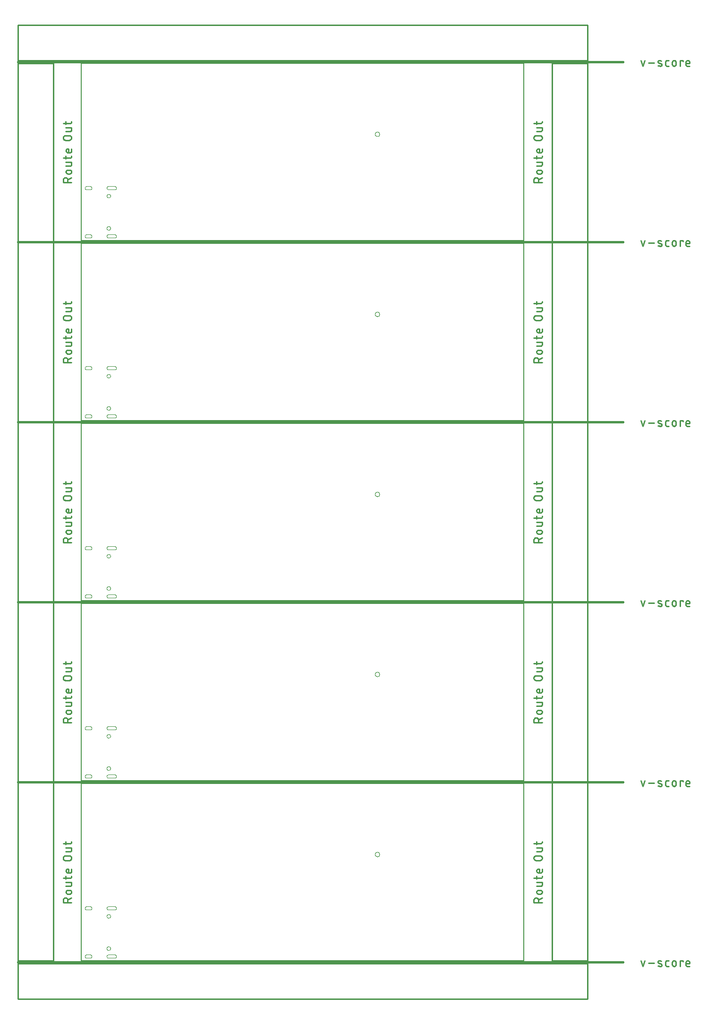
<source format=gko>
G75*
%MOIN*%
%OFA0B0*%
%FSLAX25Y25*%
%IPPOS*%
%LPD*%
%AMOC8*
5,1,8,0,0,1.08239X$1,22.5*
%
%ADD10C,0.00800*%
%ADD11C,0.01100*%
%ADD12C,0.01500*%
%ADD13C,0.01000*%
%ADD14C,0.00000*%
%ADD15C,0.00039*%
D10*
X0046435Y0028508D02*
X0046474Y0153508D01*
X0358935Y0153508D01*
X0358856Y0028508D01*
X0046435Y0028508D01*
X0046435Y0155516D02*
X0046474Y0280516D01*
X0358935Y0280516D01*
X0358856Y0155516D01*
X0046435Y0155516D01*
X0046435Y0282524D02*
X0046474Y0407524D01*
X0358935Y0407524D01*
X0358856Y0282524D01*
X0046435Y0282524D01*
X0046435Y0409531D02*
X0046474Y0534531D01*
X0358935Y0534531D01*
X0358856Y0409531D01*
X0046435Y0409531D01*
X0046435Y0536539D02*
X0046474Y0661539D01*
X0358935Y0661539D01*
X0358856Y0536539D01*
X0046435Y0536539D01*
D11*
X0039543Y0577584D02*
X0033643Y0577584D01*
X0033643Y0579223D01*
X0033642Y0579223D02*
X0033644Y0579302D01*
X0033650Y0579381D01*
X0033659Y0579460D01*
X0033673Y0579538D01*
X0033690Y0579615D01*
X0033710Y0579692D01*
X0033735Y0579767D01*
X0033763Y0579841D01*
X0033795Y0579914D01*
X0033830Y0579985D01*
X0033868Y0580054D01*
X0033910Y0580121D01*
X0033955Y0580186D01*
X0034003Y0580249D01*
X0034054Y0580310D01*
X0034108Y0580368D01*
X0034165Y0580423D01*
X0034224Y0580476D01*
X0034286Y0580525D01*
X0034350Y0580572D01*
X0034416Y0580615D01*
X0034484Y0580655D01*
X0034555Y0580692D01*
X0034626Y0580726D01*
X0034700Y0580755D01*
X0034775Y0580782D01*
X0034850Y0580804D01*
X0034927Y0580823D01*
X0035005Y0580839D01*
X0035083Y0580850D01*
X0035162Y0580858D01*
X0035241Y0580862D01*
X0035321Y0580862D01*
X0035400Y0580858D01*
X0035479Y0580850D01*
X0035557Y0580839D01*
X0035635Y0580823D01*
X0035712Y0580804D01*
X0035787Y0580782D01*
X0035862Y0580755D01*
X0035936Y0580726D01*
X0036007Y0580692D01*
X0036078Y0580655D01*
X0036146Y0580615D01*
X0036212Y0580572D01*
X0036276Y0580525D01*
X0036338Y0580476D01*
X0036397Y0580423D01*
X0036454Y0580368D01*
X0036508Y0580310D01*
X0036559Y0580249D01*
X0036607Y0580186D01*
X0036652Y0580121D01*
X0036694Y0580054D01*
X0036732Y0579985D01*
X0036767Y0579914D01*
X0036799Y0579841D01*
X0036827Y0579767D01*
X0036852Y0579692D01*
X0036872Y0579615D01*
X0036889Y0579538D01*
X0036903Y0579460D01*
X0036912Y0579381D01*
X0036918Y0579302D01*
X0036920Y0579223D01*
X0036920Y0577584D01*
X0036920Y0579551D02*
X0039543Y0580862D01*
X0038231Y0583601D02*
X0036920Y0583601D01*
X0036920Y0583602D02*
X0036849Y0583604D01*
X0036778Y0583610D01*
X0036708Y0583619D01*
X0036638Y0583633D01*
X0036569Y0583650D01*
X0036501Y0583671D01*
X0036435Y0583695D01*
X0036370Y0583723D01*
X0036306Y0583755D01*
X0036244Y0583790D01*
X0036184Y0583828D01*
X0036127Y0583869D01*
X0036071Y0583914D01*
X0036018Y0583961D01*
X0035968Y0584011D01*
X0035921Y0584064D01*
X0035876Y0584120D01*
X0035835Y0584177D01*
X0035797Y0584237D01*
X0035762Y0584299D01*
X0035730Y0584363D01*
X0035702Y0584428D01*
X0035678Y0584494D01*
X0035657Y0584562D01*
X0035640Y0584631D01*
X0035626Y0584701D01*
X0035617Y0584771D01*
X0035611Y0584842D01*
X0035609Y0584913D01*
X0035611Y0584984D01*
X0035617Y0585055D01*
X0035626Y0585125D01*
X0035640Y0585195D01*
X0035657Y0585264D01*
X0035678Y0585332D01*
X0035702Y0585398D01*
X0035730Y0585463D01*
X0035762Y0585527D01*
X0035797Y0585589D01*
X0035835Y0585649D01*
X0035876Y0585706D01*
X0035921Y0585762D01*
X0035968Y0585815D01*
X0036018Y0585865D01*
X0036071Y0585912D01*
X0036127Y0585957D01*
X0036184Y0585998D01*
X0036244Y0586036D01*
X0036306Y0586071D01*
X0036370Y0586103D01*
X0036435Y0586131D01*
X0036501Y0586155D01*
X0036569Y0586176D01*
X0036638Y0586193D01*
X0036708Y0586207D01*
X0036778Y0586216D01*
X0036849Y0586222D01*
X0036920Y0586224D01*
X0038231Y0586224D01*
X0038302Y0586222D01*
X0038373Y0586216D01*
X0038443Y0586207D01*
X0038513Y0586193D01*
X0038582Y0586176D01*
X0038650Y0586155D01*
X0038716Y0586131D01*
X0038781Y0586103D01*
X0038845Y0586071D01*
X0038907Y0586036D01*
X0038967Y0585998D01*
X0039024Y0585957D01*
X0039080Y0585912D01*
X0039133Y0585865D01*
X0039183Y0585815D01*
X0039230Y0585762D01*
X0039275Y0585706D01*
X0039316Y0585649D01*
X0039354Y0585589D01*
X0039389Y0585527D01*
X0039421Y0585463D01*
X0039449Y0585398D01*
X0039473Y0585332D01*
X0039494Y0585264D01*
X0039511Y0585195D01*
X0039525Y0585125D01*
X0039534Y0585055D01*
X0039540Y0584984D01*
X0039542Y0584913D01*
X0039540Y0584842D01*
X0039534Y0584771D01*
X0039525Y0584701D01*
X0039511Y0584631D01*
X0039494Y0584562D01*
X0039473Y0584494D01*
X0039449Y0584428D01*
X0039421Y0584363D01*
X0039389Y0584299D01*
X0039354Y0584237D01*
X0039316Y0584177D01*
X0039275Y0584120D01*
X0039230Y0584064D01*
X0039183Y0584011D01*
X0039133Y0583961D01*
X0039080Y0583914D01*
X0039024Y0583869D01*
X0038967Y0583828D01*
X0038907Y0583790D01*
X0038845Y0583755D01*
X0038781Y0583723D01*
X0038716Y0583695D01*
X0038650Y0583671D01*
X0038582Y0583650D01*
X0038513Y0583633D01*
X0038443Y0583619D01*
X0038373Y0583610D01*
X0038302Y0583604D01*
X0038231Y0583602D01*
X0038559Y0589140D02*
X0035609Y0589140D01*
X0035609Y0591762D02*
X0039543Y0591762D01*
X0039543Y0590123D01*
X0039542Y0590123D02*
X0039540Y0590061D01*
X0039534Y0590000D01*
X0039525Y0589939D01*
X0039511Y0589879D01*
X0039494Y0589819D01*
X0039473Y0589761D01*
X0039448Y0589704D01*
X0039420Y0589649D01*
X0039389Y0589596D01*
X0039354Y0589545D01*
X0039316Y0589496D01*
X0039276Y0589450D01*
X0039232Y0589406D01*
X0039186Y0589366D01*
X0039137Y0589328D01*
X0039086Y0589293D01*
X0039033Y0589262D01*
X0038978Y0589234D01*
X0038921Y0589209D01*
X0038863Y0589188D01*
X0038803Y0589171D01*
X0038743Y0589157D01*
X0038682Y0589148D01*
X0038621Y0589142D01*
X0038559Y0589140D01*
X0038559Y0594772D02*
X0033643Y0594772D01*
X0035609Y0594117D02*
X0035609Y0596084D01*
X0036920Y0598576D02*
X0038559Y0598576D01*
X0037576Y0598576D02*
X0037576Y0601198D01*
X0036920Y0601198D01*
X0036849Y0601196D01*
X0036778Y0601190D01*
X0036708Y0601181D01*
X0036638Y0601167D01*
X0036569Y0601150D01*
X0036501Y0601129D01*
X0036435Y0601105D01*
X0036370Y0601077D01*
X0036306Y0601045D01*
X0036244Y0601010D01*
X0036184Y0600972D01*
X0036127Y0600931D01*
X0036071Y0600886D01*
X0036018Y0600839D01*
X0035968Y0600789D01*
X0035921Y0600736D01*
X0035876Y0600680D01*
X0035835Y0600623D01*
X0035797Y0600563D01*
X0035762Y0600501D01*
X0035730Y0600437D01*
X0035702Y0600372D01*
X0035678Y0600306D01*
X0035657Y0600238D01*
X0035640Y0600169D01*
X0035626Y0600099D01*
X0035617Y0600029D01*
X0035611Y0599958D01*
X0035609Y0599887D01*
X0035611Y0599816D01*
X0035617Y0599745D01*
X0035626Y0599675D01*
X0035640Y0599605D01*
X0035657Y0599536D01*
X0035678Y0599468D01*
X0035702Y0599402D01*
X0035730Y0599337D01*
X0035762Y0599273D01*
X0035797Y0599211D01*
X0035835Y0599151D01*
X0035876Y0599094D01*
X0035921Y0599038D01*
X0035968Y0598985D01*
X0036018Y0598935D01*
X0036071Y0598888D01*
X0036127Y0598843D01*
X0036184Y0598802D01*
X0036244Y0598764D01*
X0036306Y0598729D01*
X0036370Y0598697D01*
X0036435Y0598669D01*
X0036501Y0598645D01*
X0036569Y0598624D01*
X0036638Y0598607D01*
X0036708Y0598593D01*
X0036778Y0598584D01*
X0036849Y0598578D01*
X0036920Y0598576D01*
X0038559Y0598577D02*
X0038621Y0598579D01*
X0038682Y0598585D01*
X0038743Y0598594D01*
X0038803Y0598608D01*
X0038863Y0598625D01*
X0038921Y0598646D01*
X0038978Y0598671D01*
X0039033Y0598699D01*
X0039086Y0598730D01*
X0039137Y0598765D01*
X0039186Y0598803D01*
X0039232Y0598843D01*
X0039276Y0598887D01*
X0039316Y0598933D01*
X0039354Y0598982D01*
X0039389Y0599033D01*
X0039420Y0599086D01*
X0039448Y0599141D01*
X0039473Y0599198D01*
X0039494Y0599256D01*
X0039511Y0599316D01*
X0039525Y0599376D01*
X0039534Y0599437D01*
X0039540Y0599498D01*
X0039542Y0599560D01*
X0039543Y0599560D02*
X0039543Y0601198D01*
X0039543Y0596084D02*
X0039543Y0595756D01*
X0039542Y0595756D02*
X0039540Y0595694D01*
X0039534Y0595633D01*
X0039525Y0595572D01*
X0039511Y0595512D01*
X0039494Y0595452D01*
X0039473Y0595394D01*
X0039448Y0595337D01*
X0039420Y0595282D01*
X0039389Y0595229D01*
X0039354Y0595178D01*
X0039316Y0595129D01*
X0039276Y0595083D01*
X0039232Y0595039D01*
X0039186Y0594999D01*
X0039137Y0594961D01*
X0039086Y0594926D01*
X0039033Y0594895D01*
X0038978Y0594867D01*
X0038921Y0594842D01*
X0038863Y0594821D01*
X0038803Y0594804D01*
X0038743Y0594790D01*
X0038682Y0594781D01*
X0038621Y0594775D01*
X0038559Y0594773D01*
X0037904Y0607274D02*
X0035281Y0607274D01*
X0035202Y0607276D01*
X0035123Y0607282D01*
X0035044Y0607291D01*
X0034966Y0607305D01*
X0034889Y0607322D01*
X0034812Y0607342D01*
X0034737Y0607367D01*
X0034663Y0607395D01*
X0034590Y0607427D01*
X0034519Y0607462D01*
X0034450Y0607500D01*
X0034383Y0607542D01*
X0034318Y0607587D01*
X0034255Y0607635D01*
X0034194Y0607686D01*
X0034136Y0607740D01*
X0034081Y0607797D01*
X0034028Y0607856D01*
X0033979Y0607918D01*
X0033932Y0607982D01*
X0033889Y0608048D01*
X0033849Y0608116D01*
X0033812Y0608187D01*
X0033778Y0608258D01*
X0033749Y0608332D01*
X0033722Y0608407D01*
X0033700Y0608482D01*
X0033681Y0608559D01*
X0033665Y0608637D01*
X0033654Y0608715D01*
X0033646Y0608794D01*
X0033642Y0608873D01*
X0033642Y0608953D01*
X0033646Y0609032D01*
X0033654Y0609111D01*
X0033665Y0609189D01*
X0033681Y0609267D01*
X0033700Y0609344D01*
X0033722Y0609419D01*
X0033749Y0609494D01*
X0033778Y0609568D01*
X0033812Y0609639D01*
X0033849Y0609710D01*
X0033889Y0609778D01*
X0033932Y0609844D01*
X0033979Y0609908D01*
X0034028Y0609970D01*
X0034081Y0610029D01*
X0034136Y0610086D01*
X0034194Y0610140D01*
X0034255Y0610191D01*
X0034318Y0610239D01*
X0034383Y0610284D01*
X0034450Y0610326D01*
X0034519Y0610364D01*
X0034590Y0610399D01*
X0034663Y0610431D01*
X0034737Y0610459D01*
X0034812Y0610484D01*
X0034889Y0610504D01*
X0034966Y0610521D01*
X0035044Y0610535D01*
X0035123Y0610544D01*
X0035202Y0610550D01*
X0035281Y0610552D01*
X0037904Y0610552D01*
X0037983Y0610550D01*
X0038062Y0610544D01*
X0038141Y0610535D01*
X0038219Y0610521D01*
X0038296Y0610504D01*
X0038373Y0610484D01*
X0038448Y0610459D01*
X0038522Y0610431D01*
X0038595Y0610399D01*
X0038666Y0610364D01*
X0038735Y0610326D01*
X0038802Y0610284D01*
X0038867Y0610239D01*
X0038930Y0610191D01*
X0038991Y0610140D01*
X0039049Y0610086D01*
X0039104Y0610029D01*
X0039157Y0609970D01*
X0039206Y0609908D01*
X0039253Y0609844D01*
X0039296Y0609778D01*
X0039336Y0609710D01*
X0039373Y0609639D01*
X0039407Y0609568D01*
X0039436Y0609494D01*
X0039463Y0609419D01*
X0039485Y0609344D01*
X0039504Y0609267D01*
X0039520Y0609189D01*
X0039531Y0609111D01*
X0039539Y0609032D01*
X0039543Y0608953D01*
X0039543Y0608873D01*
X0039539Y0608794D01*
X0039531Y0608715D01*
X0039520Y0608637D01*
X0039504Y0608559D01*
X0039485Y0608482D01*
X0039463Y0608407D01*
X0039436Y0608332D01*
X0039407Y0608258D01*
X0039373Y0608187D01*
X0039336Y0608116D01*
X0039296Y0608048D01*
X0039253Y0607982D01*
X0039206Y0607918D01*
X0039157Y0607856D01*
X0039104Y0607797D01*
X0039049Y0607740D01*
X0038991Y0607686D01*
X0038930Y0607635D01*
X0038867Y0607587D01*
X0038802Y0607542D01*
X0038735Y0607500D01*
X0038666Y0607462D01*
X0038595Y0607427D01*
X0038522Y0607395D01*
X0038448Y0607367D01*
X0038373Y0607342D01*
X0038296Y0607322D01*
X0038219Y0607305D01*
X0038141Y0607291D01*
X0038062Y0607282D01*
X0037983Y0607276D01*
X0037904Y0607274D01*
X0038559Y0613551D02*
X0035609Y0613551D01*
X0035609Y0616173D02*
X0039543Y0616173D01*
X0039543Y0614534D01*
X0039542Y0614534D02*
X0039540Y0614472D01*
X0039534Y0614411D01*
X0039525Y0614350D01*
X0039511Y0614290D01*
X0039494Y0614230D01*
X0039473Y0614172D01*
X0039448Y0614115D01*
X0039420Y0614060D01*
X0039389Y0614007D01*
X0039354Y0613956D01*
X0039316Y0613907D01*
X0039276Y0613861D01*
X0039232Y0613817D01*
X0039186Y0613777D01*
X0039137Y0613739D01*
X0039086Y0613704D01*
X0039033Y0613673D01*
X0038978Y0613645D01*
X0038921Y0613620D01*
X0038863Y0613599D01*
X0038803Y0613582D01*
X0038743Y0613568D01*
X0038682Y0613559D01*
X0038621Y0613553D01*
X0038559Y0613551D01*
X0038559Y0619183D02*
X0033643Y0619183D01*
X0035609Y0618528D02*
X0035609Y0620495D01*
X0038559Y0619184D02*
X0038621Y0619186D01*
X0038682Y0619192D01*
X0038743Y0619201D01*
X0038803Y0619215D01*
X0038863Y0619232D01*
X0038921Y0619253D01*
X0038978Y0619278D01*
X0039033Y0619306D01*
X0039086Y0619337D01*
X0039137Y0619372D01*
X0039186Y0619410D01*
X0039232Y0619450D01*
X0039276Y0619494D01*
X0039316Y0619540D01*
X0039354Y0619589D01*
X0039389Y0619640D01*
X0039420Y0619693D01*
X0039448Y0619748D01*
X0039473Y0619805D01*
X0039494Y0619863D01*
X0039511Y0619923D01*
X0039525Y0619983D01*
X0039534Y0620044D01*
X0039540Y0620105D01*
X0039542Y0620167D01*
X0039543Y0620167D02*
X0039543Y0620495D01*
X0039543Y0493487D02*
X0039543Y0493159D01*
X0039542Y0493159D02*
X0039540Y0493097D01*
X0039534Y0493036D01*
X0039525Y0492975D01*
X0039511Y0492915D01*
X0039494Y0492855D01*
X0039473Y0492797D01*
X0039448Y0492740D01*
X0039420Y0492685D01*
X0039389Y0492632D01*
X0039354Y0492581D01*
X0039316Y0492532D01*
X0039276Y0492486D01*
X0039232Y0492442D01*
X0039186Y0492402D01*
X0039137Y0492364D01*
X0039086Y0492329D01*
X0039033Y0492298D01*
X0038978Y0492270D01*
X0038921Y0492245D01*
X0038863Y0492224D01*
X0038803Y0492207D01*
X0038743Y0492193D01*
X0038682Y0492184D01*
X0038621Y0492178D01*
X0038559Y0492176D01*
X0033643Y0492176D01*
X0035609Y0491520D02*
X0035609Y0493487D01*
X0035609Y0489165D02*
X0039543Y0489165D01*
X0039543Y0487526D01*
X0039542Y0487526D02*
X0039540Y0487464D01*
X0039534Y0487403D01*
X0039525Y0487342D01*
X0039511Y0487282D01*
X0039494Y0487222D01*
X0039473Y0487164D01*
X0039448Y0487107D01*
X0039420Y0487052D01*
X0039389Y0486999D01*
X0039354Y0486948D01*
X0039316Y0486899D01*
X0039276Y0486853D01*
X0039232Y0486809D01*
X0039186Y0486769D01*
X0039137Y0486731D01*
X0039086Y0486696D01*
X0039033Y0486665D01*
X0038978Y0486637D01*
X0038921Y0486612D01*
X0038863Y0486591D01*
X0038803Y0486574D01*
X0038743Y0486560D01*
X0038682Y0486551D01*
X0038621Y0486545D01*
X0038559Y0486543D01*
X0035609Y0486543D01*
X0035281Y0483544D02*
X0037904Y0483544D01*
X0037983Y0483542D01*
X0038062Y0483536D01*
X0038141Y0483527D01*
X0038219Y0483513D01*
X0038296Y0483496D01*
X0038373Y0483476D01*
X0038448Y0483451D01*
X0038522Y0483423D01*
X0038595Y0483391D01*
X0038666Y0483356D01*
X0038735Y0483318D01*
X0038802Y0483276D01*
X0038867Y0483231D01*
X0038930Y0483183D01*
X0038991Y0483132D01*
X0039049Y0483078D01*
X0039104Y0483021D01*
X0039157Y0482962D01*
X0039206Y0482900D01*
X0039253Y0482836D01*
X0039296Y0482770D01*
X0039336Y0482702D01*
X0039373Y0482631D01*
X0039407Y0482560D01*
X0039436Y0482486D01*
X0039463Y0482411D01*
X0039485Y0482336D01*
X0039504Y0482259D01*
X0039520Y0482181D01*
X0039531Y0482103D01*
X0039539Y0482024D01*
X0039543Y0481945D01*
X0039543Y0481865D01*
X0039539Y0481786D01*
X0039531Y0481707D01*
X0039520Y0481629D01*
X0039504Y0481551D01*
X0039485Y0481474D01*
X0039463Y0481399D01*
X0039436Y0481324D01*
X0039407Y0481250D01*
X0039373Y0481179D01*
X0039336Y0481108D01*
X0039296Y0481040D01*
X0039253Y0480974D01*
X0039206Y0480910D01*
X0039157Y0480848D01*
X0039104Y0480789D01*
X0039049Y0480732D01*
X0038991Y0480678D01*
X0038930Y0480627D01*
X0038867Y0480579D01*
X0038802Y0480534D01*
X0038735Y0480492D01*
X0038666Y0480454D01*
X0038595Y0480419D01*
X0038522Y0480387D01*
X0038448Y0480359D01*
X0038373Y0480334D01*
X0038296Y0480314D01*
X0038219Y0480297D01*
X0038141Y0480283D01*
X0038062Y0480274D01*
X0037983Y0480268D01*
X0037904Y0480266D01*
X0035281Y0480266D01*
X0035202Y0480268D01*
X0035123Y0480274D01*
X0035044Y0480283D01*
X0034966Y0480297D01*
X0034889Y0480314D01*
X0034812Y0480334D01*
X0034737Y0480359D01*
X0034663Y0480387D01*
X0034590Y0480419D01*
X0034519Y0480454D01*
X0034450Y0480492D01*
X0034383Y0480534D01*
X0034318Y0480579D01*
X0034255Y0480627D01*
X0034194Y0480678D01*
X0034136Y0480732D01*
X0034081Y0480789D01*
X0034028Y0480848D01*
X0033979Y0480910D01*
X0033932Y0480974D01*
X0033889Y0481040D01*
X0033849Y0481108D01*
X0033812Y0481179D01*
X0033778Y0481250D01*
X0033749Y0481324D01*
X0033722Y0481399D01*
X0033700Y0481474D01*
X0033681Y0481551D01*
X0033665Y0481629D01*
X0033654Y0481707D01*
X0033646Y0481786D01*
X0033642Y0481865D01*
X0033642Y0481945D01*
X0033646Y0482024D01*
X0033654Y0482103D01*
X0033665Y0482181D01*
X0033681Y0482259D01*
X0033700Y0482336D01*
X0033722Y0482411D01*
X0033749Y0482486D01*
X0033778Y0482560D01*
X0033812Y0482631D01*
X0033849Y0482702D01*
X0033889Y0482770D01*
X0033932Y0482836D01*
X0033979Y0482900D01*
X0034028Y0482962D01*
X0034081Y0483021D01*
X0034136Y0483078D01*
X0034194Y0483132D01*
X0034255Y0483183D01*
X0034318Y0483231D01*
X0034383Y0483276D01*
X0034450Y0483318D01*
X0034519Y0483356D01*
X0034590Y0483391D01*
X0034663Y0483423D01*
X0034737Y0483451D01*
X0034812Y0483476D01*
X0034889Y0483496D01*
X0034966Y0483513D01*
X0035044Y0483527D01*
X0035123Y0483536D01*
X0035202Y0483542D01*
X0035281Y0483544D01*
X0036920Y0474191D02*
X0037576Y0474191D01*
X0037576Y0471568D01*
X0036920Y0471568D02*
X0038559Y0471568D01*
X0038559Y0471569D02*
X0038621Y0471571D01*
X0038682Y0471577D01*
X0038743Y0471586D01*
X0038803Y0471600D01*
X0038863Y0471617D01*
X0038921Y0471638D01*
X0038978Y0471663D01*
X0039033Y0471691D01*
X0039086Y0471722D01*
X0039137Y0471757D01*
X0039186Y0471795D01*
X0039232Y0471835D01*
X0039276Y0471879D01*
X0039316Y0471925D01*
X0039354Y0471974D01*
X0039389Y0472025D01*
X0039420Y0472078D01*
X0039448Y0472133D01*
X0039473Y0472190D01*
X0039494Y0472248D01*
X0039511Y0472308D01*
X0039525Y0472368D01*
X0039534Y0472429D01*
X0039540Y0472490D01*
X0039542Y0472552D01*
X0039543Y0472552D02*
X0039543Y0474191D01*
X0036920Y0474190D02*
X0036849Y0474188D01*
X0036778Y0474182D01*
X0036708Y0474173D01*
X0036638Y0474159D01*
X0036569Y0474142D01*
X0036501Y0474121D01*
X0036435Y0474097D01*
X0036370Y0474069D01*
X0036306Y0474037D01*
X0036244Y0474002D01*
X0036184Y0473964D01*
X0036127Y0473923D01*
X0036071Y0473878D01*
X0036018Y0473831D01*
X0035968Y0473781D01*
X0035921Y0473728D01*
X0035876Y0473672D01*
X0035835Y0473615D01*
X0035797Y0473555D01*
X0035762Y0473493D01*
X0035730Y0473429D01*
X0035702Y0473364D01*
X0035678Y0473298D01*
X0035657Y0473230D01*
X0035640Y0473161D01*
X0035626Y0473091D01*
X0035617Y0473021D01*
X0035611Y0472950D01*
X0035609Y0472879D01*
X0035611Y0472808D01*
X0035617Y0472737D01*
X0035626Y0472667D01*
X0035640Y0472597D01*
X0035657Y0472528D01*
X0035678Y0472460D01*
X0035702Y0472394D01*
X0035730Y0472329D01*
X0035762Y0472265D01*
X0035797Y0472203D01*
X0035835Y0472143D01*
X0035876Y0472086D01*
X0035921Y0472030D01*
X0035968Y0471977D01*
X0036018Y0471927D01*
X0036071Y0471880D01*
X0036127Y0471835D01*
X0036184Y0471794D01*
X0036244Y0471756D01*
X0036306Y0471721D01*
X0036370Y0471689D01*
X0036435Y0471661D01*
X0036501Y0471637D01*
X0036569Y0471616D01*
X0036638Y0471599D01*
X0036708Y0471585D01*
X0036778Y0471576D01*
X0036849Y0471570D01*
X0036920Y0471568D01*
X0035609Y0469076D02*
X0035609Y0467109D01*
X0033643Y0467765D02*
X0038559Y0467765D01*
X0038621Y0467767D01*
X0038682Y0467773D01*
X0038743Y0467782D01*
X0038803Y0467796D01*
X0038863Y0467813D01*
X0038921Y0467834D01*
X0038978Y0467859D01*
X0039033Y0467887D01*
X0039086Y0467918D01*
X0039137Y0467953D01*
X0039186Y0467991D01*
X0039232Y0468031D01*
X0039276Y0468075D01*
X0039316Y0468121D01*
X0039354Y0468170D01*
X0039389Y0468221D01*
X0039420Y0468274D01*
X0039448Y0468329D01*
X0039473Y0468386D01*
X0039494Y0468444D01*
X0039511Y0468504D01*
X0039525Y0468564D01*
X0039534Y0468625D01*
X0039540Y0468686D01*
X0039542Y0468748D01*
X0039543Y0468748D02*
X0039543Y0469076D01*
X0039543Y0464754D02*
X0035609Y0464754D01*
X0035609Y0462132D02*
X0038559Y0462132D01*
X0038621Y0462134D01*
X0038682Y0462140D01*
X0038743Y0462149D01*
X0038803Y0462163D01*
X0038863Y0462180D01*
X0038921Y0462201D01*
X0038978Y0462226D01*
X0039033Y0462254D01*
X0039086Y0462285D01*
X0039137Y0462320D01*
X0039186Y0462358D01*
X0039232Y0462398D01*
X0039276Y0462442D01*
X0039316Y0462488D01*
X0039354Y0462537D01*
X0039389Y0462588D01*
X0039420Y0462641D01*
X0039448Y0462696D01*
X0039473Y0462753D01*
X0039494Y0462811D01*
X0039511Y0462871D01*
X0039525Y0462931D01*
X0039534Y0462992D01*
X0039540Y0463053D01*
X0039542Y0463115D01*
X0039543Y0463115D02*
X0039543Y0464754D01*
X0038231Y0459216D02*
X0036920Y0459216D01*
X0036849Y0459214D01*
X0036778Y0459208D01*
X0036708Y0459199D01*
X0036638Y0459185D01*
X0036569Y0459168D01*
X0036501Y0459147D01*
X0036435Y0459123D01*
X0036370Y0459095D01*
X0036306Y0459063D01*
X0036244Y0459028D01*
X0036184Y0458990D01*
X0036127Y0458949D01*
X0036071Y0458904D01*
X0036018Y0458857D01*
X0035968Y0458807D01*
X0035921Y0458754D01*
X0035876Y0458698D01*
X0035835Y0458641D01*
X0035797Y0458581D01*
X0035762Y0458519D01*
X0035730Y0458455D01*
X0035702Y0458390D01*
X0035678Y0458324D01*
X0035657Y0458256D01*
X0035640Y0458187D01*
X0035626Y0458117D01*
X0035617Y0458047D01*
X0035611Y0457976D01*
X0035609Y0457905D01*
X0035611Y0457834D01*
X0035617Y0457763D01*
X0035626Y0457693D01*
X0035640Y0457623D01*
X0035657Y0457554D01*
X0035678Y0457486D01*
X0035702Y0457420D01*
X0035730Y0457355D01*
X0035762Y0457291D01*
X0035797Y0457229D01*
X0035835Y0457169D01*
X0035876Y0457112D01*
X0035921Y0457056D01*
X0035968Y0457003D01*
X0036018Y0456953D01*
X0036071Y0456906D01*
X0036127Y0456861D01*
X0036184Y0456820D01*
X0036244Y0456782D01*
X0036306Y0456747D01*
X0036370Y0456715D01*
X0036435Y0456687D01*
X0036501Y0456663D01*
X0036569Y0456642D01*
X0036638Y0456625D01*
X0036708Y0456611D01*
X0036778Y0456602D01*
X0036849Y0456596D01*
X0036920Y0456594D01*
X0038231Y0456594D01*
X0038302Y0456596D01*
X0038373Y0456602D01*
X0038443Y0456611D01*
X0038513Y0456625D01*
X0038582Y0456642D01*
X0038650Y0456663D01*
X0038716Y0456687D01*
X0038781Y0456715D01*
X0038845Y0456747D01*
X0038907Y0456782D01*
X0038967Y0456820D01*
X0039024Y0456861D01*
X0039080Y0456906D01*
X0039133Y0456953D01*
X0039183Y0457003D01*
X0039230Y0457056D01*
X0039275Y0457112D01*
X0039316Y0457169D01*
X0039354Y0457229D01*
X0039389Y0457291D01*
X0039421Y0457355D01*
X0039449Y0457420D01*
X0039473Y0457486D01*
X0039494Y0457554D01*
X0039511Y0457623D01*
X0039525Y0457693D01*
X0039534Y0457763D01*
X0039540Y0457834D01*
X0039542Y0457905D01*
X0039540Y0457976D01*
X0039534Y0458047D01*
X0039525Y0458117D01*
X0039511Y0458187D01*
X0039494Y0458256D01*
X0039473Y0458324D01*
X0039449Y0458390D01*
X0039421Y0458455D01*
X0039389Y0458519D01*
X0039354Y0458581D01*
X0039316Y0458641D01*
X0039275Y0458698D01*
X0039230Y0458754D01*
X0039183Y0458807D01*
X0039133Y0458857D01*
X0039080Y0458904D01*
X0039024Y0458949D01*
X0038967Y0458990D01*
X0038907Y0459028D01*
X0038845Y0459063D01*
X0038781Y0459095D01*
X0038716Y0459123D01*
X0038650Y0459147D01*
X0038582Y0459168D01*
X0038513Y0459185D01*
X0038443Y0459199D01*
X0038373Y0459208D01*
X0038302Y0459214D01*
X0038231Y0459216D01*
X0039543Y0453854D02*
X0036920Y0452543D01*
X0036920Y0452215D02*
X0036920Y0450576D01*
X0036920Y0452215D02*
X0036918Y0452294D01*
X0036912Y0452373D01*
X0036903Y0452452D01*
X0036889Y0452530D01*
X0036872Y0452607D01*
X0036852Y0452684D01*
X0036827Y0452759D01*
X0036799Y0452833D01*
X0036767Y0452906D01*
X0036732Y0452977D01*
X0036694Y0453046D01*
X0036652Y0453113D01*
X0036607Y0453178D01*
X0036559Y0453241D01*
X0036508Y0453302D01*
X0036454Y0453360D01*
X0036397Y0453415D01*
X0036338Y0453468D01*
X0036276Y0453517D01*
X0036212Y0453564D01*
X0036146Y0453607D01*
X0036078Y0453647D01*
X0036007Y0453684D01*
X0035936Y0453718D01*
X0035862Y0453747D01*
X0035787Y0453774D01*
X0035712Y0453796D01*
X0035635Y0453815D01*
X0035557Y0453831D01*
X0035479Y0453842D01*
X0035400Y0453850D01*
X0035321Y0453854D01*
X0035241Y0453854D01*
X0035162Y0453850D01*
X0035083Y0453842D01*
X0035005Y0453831D01*
X0034927Y0453815D01*
X0034850Y0453796D01*
X0034775Y0453774D01*
X0034700Y0453747D01*
X0034626Y0453718D01*
X0034555Y0453684D01*
X0034484Y0453647D01*
X0034416Y0453607D01*
X0034350Y0453564D01*
X0034286Y0453517D01*
X0034224Y0453468D01*
X0034165Y0453415D01*
X0034108Y0453360D01*
X0034054Y0453302D01*
X0034003Y0453241D01*
X0033955Y0453178D01*
X0033910Y0453113D01*
X0033868Y0453046D01*
X0033830Y0452977D01*
X0033795Y0452906D01*
X0033763Y0452833D01*
X0033735Y0452759D01*
X0033710Y0452684D01*
X0033690Y0452607D01*
X0033673Y0452530D01*
X0033659Y0452452D01*
X0033650Y0452373D01*
X0033644Y0452294D01*
X0033642Y0452215D01*
X0033643Y0452215D02*
X0033643Y0450576D01*
X0039543Y0450576D01*
X0039543Y0366479D02*
X0039543Y0366151D01*
X0039542Y0366151D02*
X0039540Y0366089D01*
X0039534Y0366028D01*
X0039525Y0365967D01*
X0039511Y0365907D01*
X0039494Y0365847D01*
X0039473Y0365789D01*
X0039448Y0365732D01*
X0039420Y0365677D01*
X0039389Y0365624D01*
X0039354Y0365573D01*
X0039316Y0365524D01*
X0039276Y0365478D01*
X0039232Y0365434D01*
X0039186Y0365394D01*
X0039137Y0365356D01*
X0039086Y0365321D01*
X0039033Y0365290D01*
X0038978Y0365262D01*
X0038921Y0365237D01*
X0038863Y0365216D01*
X0038803Y0365199D01*
X0038743Y0365185D01*
X0038682Y0365176D01*
X0038621Y0365170D01*
X0038559Y0365168D01*
X0033643Y0365168D01*
X0035609Y0364512D02*
X0035609Y0366479D01*
X0035609Y0362157D02*
X0039543Y0362157D01*
X0039543Y0360519D01*
X0039542Y0360519D02*
X0039540Y0360457D01*
X0039534Y0360396D01*
X0039525Y0360335D01*
X0039511Y0360275D01*
X0039494Y0360215D01*
X0039473Y0360157D01*
X0039448Y0360100D01*
X0039420Y0360045D01*
X0039389Y0359992D01*
X0039354Y0359941D01*
X0039316Y0359892D01*
X0039276Y0359846D01*
X0039232Y0359802D01*
X0039186Y0359762D01*
X0039137Y0359724D01*
X0039086Y0359689D01*
X0039033Y0359658D01*
X0038978Y0359630D01*
X0038921Y0359605D01*
X0038863Y0359584D01*
X0038803Y0359567D01*
X0038743Y0359553D01*
X0038682Y0359544D01*
X0038621Y0359538D01*
X0038559Y0359536D01*
X0038559Y0359535D02*
X0035609Y0359535D01*
X0035281Y0356536D02*
X0037904Y0356536D01*
X0037983Y0356534D01*
X0038062Y0356528D01*
X0038141Y0356519D01*
X0038219Y0356505D01*
X0038296Y0356488D01*
X0038373Y0356468D01*
X0038448Y0356443D01*
X0038522Y0356415D01*
X0038595Y0356383D01*
X0038666Y0356348D01*
X0038735Y0356310D01*
X0038802Y0356268D01*
X0038867Y0356223D01*
X0038930Y0356175D01*
X0038991Y0356124D01*
X0039049Y0356070D01*
X0039104Y0356013D01*
X0039157Y0355954D01*
X0039206Y0355892D01*
X0039253Y0355828D01*
X0039296Y0355762D01*
X0039336Y0355694D01*
X0039373Y0355623D01*
X0039407Y0355552D01*
X0039436Y0355478D01*
X0039463Y0355403D01*
X0039485Y0355328D01*
X0039504Y0355251D01*
X0039520Y0355173D01*
X0039531Y0355095D01*
X0039539Y0355016D01*
X0039543Y0354937D01*
X0039543Y0354857D01*
X0039539Y0354778D01*
X0039531Y0354699D01*
X0039520Y0354621D01*
X0039504Y0354543D01*
X0039485Y0354466D01*
X0039463Y0354391D01*
X0039436Y0354316D01*
X0039407Y0354242D01*
X0039373Y0354171D01*
X0039336Y0354100D01*
X0039296Y0354032D01*
X0039253Y0353966D01*
X0039206Y0353902D01*
X0039157Y0353840D01*
X0039104Y0353781D01*
X0039049Y0353724D01*
X0038991Y0353670D01*
X0038930Y0353619D01*
X0038867Y0353571D01*
X0038802Y0353526D01*
X0038735Y0353484D01*
X0038666Y0353446D01*
X0038595Y0353411D01*
X0038522Y0353379D01*
X0038448Y0353351D01*
X0038373Y0353326D01*
X0038296Y0353306D01*
X0038219Y0353289D01*
X0038141Y0353275D01*
X0038062Y0353266D01*
X0037983Y0353260D01*
X0037904Y0353258D01*
X0037904Y0353259D02*
X0035281Y0353259D01*
X0035281Y0353258D02*
X0035202Y0353260D01*
X0035123Y0353266D01*
X0035044Y0353275D01*
X0034966Y0353289D01*
X0034889Y0353306D01*
X0034812Y0353326D01*
X0034737Y0353351D01*
X0034663Y0353379D01*
X0034590Y0353411D01*
X0034519Y0353446D01*
X0034450Y0353484D01*
X0034383Y0353526D01*
X0034318Y0353571D01*
X0034255Y0353619D01*
X0034194Y0353670D01*
X0034136Y0353724D01*
X0034081Y0353781D01*
X0034028Y0353840D01*
X0033979Y0353902D01*
X0033932Y0353966D01*
X0033889Y0354032D01*
X0033849Y0354100D01*
X0033812Y0354171D01*
X0033778Y0354242D01*
X0033749Y0354316D01*
X0033722Y0354391D01*
X0033700Y0354466D01*
X0033681Y0354543D01*
X0033665Y0354621D01*
X0033654Y0354699D01*
X0033646Y0354778D01*
X0033642Y0354857D01*
X0033642Y0354937D01*
X0033646Y0355016D01*
X0033654Y0355095D01*
X0033665Y0355173D01*
X0033681Y0355251D01*
X0033700Y0355328D01*
X0033722Y0355403D01*
X0033749Y0355478D01*
X0033778Y0355552D01*
X0033812Y0355623D01*
X0033849Y0355694D01*
X0033889Y0355762D01*
X0033932Y0355828D01*
X0033979Y0355892D01*
X0034028Y0355954D01*
X0034081Y0356013D01*
X0034136Y0356070D01*
X0034194Y0356124D01*
X0034255Y0356175D01*
X0034318Y0356223D01*
X0034383Y0356268D01*
X0034450Y0356310D01*
X0034519Y0356348D01*
X0034590Y0356383D01*
X0034663Y0356415D01*
X0034737Y0356443D01*
X0034812Y0356468D01*
X0034889Y0356488D01*
X0034966Y0356505D01*
X0035044Y0356519D01*
X0035123Y0356528D01*
X0035202Y0356534D01*
X0035281Y0356536D01*
X0036920Y0347183D02*
X0037576Y0347183D01*
X0037576Y0344560D01*
X0036920Y0344560D02*
X0038559Y0344560D01*
X0038559Y0344561D02*
X0038621Y0344563D01*
X0038682Y0344569D01*
X0038743Y0344578D01*
X0038803Y0344592D01*
X0038863Y0344609D01*
X0038921Y0344630D01*
X0038978Y0344655D01*
X0039033Y0344683D01*
X0039086Y0344714D01*
X0039137Y0344749D01*
X0039186Y0344787D01*
X0039232Y0344827D01*
X0039276Y0344871D01*
X0039316Y0344917D01*
X0039354Y0344966D01*
X0039389Y0345017D01*
X0039420Y0345070D01*
X0039448Y0345125D01*
X0039473Y0345182D01*
X0039494Y0345240D01*
X0039511Y0345300D01*
X0039525Y0345360D01*
X0039534Y0345421D01*
X0039540Y0345482D01*
X0039542Y0345544D01*
X0039543Y0345544D02*
X0039543Y0347183D01*
X0036920Y0347183D02*
X0036849Y0347181D01*
X0036778Y0347175D01*
X0036708Y0347166D01*
X0036638Y0347152D01*
X0036569Y0347135D01*
X0036501Y0347114D01*
X0036435Y0347090D01*
X0036370Y0347062D01*
X0036306Y0347030D01*
X0036244Y0346995D01*
X0036184Y0346957D01*
X0036127Y0346916D01*
X0036071Y0346871D01*
X0036018Y0346824D01*
X0035968Y0346774D01*
X0035921Y0346721D01*
X0035876Y0346665D01*
X0035835Y0346608D01*
X0035797Y0346548D01*
X0035762Y0346486D01*
X0035730Y0346422D01*
X0035702Y0346357D01*
X0035678Y0346291D01*
X0035657Y0346223D01*
X0035640Y0346154D01*
X0035626Y0346084D01*
X0035617Y0346014D01*
X0035611Y0345943D01*
X0035609Y0345872D01*
X0035611Y0345801D01*
X0035617Y0345730D01*
X0035626Y0345660D01*
X0035640Y0345590D01*
X0035657Y0345521D01*
X0035678Y0345453D01*
X0035702Y0345387D01*
X0035730Y0345322D01*
X0035762Y0345258D01*
X0035797Y0345196D01*
X0035835Y0345136D01*
X0035876Y0345079D01*
X0035921Y0345023D01*
X0035968Y0344970D01*
X0036018Y0344920D01*
X0036071Y0344873D01*
X0036127Y0344828D01*
X0036184Y0344787D01*
X0036244Y0344749D01*
X0036306Y0344714D01*
X0036370Y0344682D01*
X0036435Y0344654D01*
X0036501Y0344630D01*
X0036569Y0344609D01*
X0036638Y0344592D01*
X0036708Y0344578D01*
X0036778Y0344569D01*
X0036849Y0344563D01*
X0036920Y0344561D01*
X0035609Y0342068D02*
X0035609Y0340101D01*
X0033643Y0340757D02*
X0038559Y0340757D01*
X0038621Y0340759D01*
X0038682Y0340765D01*
X0038743Y0340774D01*
X0038803Y0340788D01*
X0038863Y0340805D01*
X0038921Y0340826D01*
X0038978Y0340851D01*
X0039033Y0340879D01*
X0039086Y0340910D01*
X0039137Y0340945D01*
X0039186Y0340983D01*
X0039232Y0341023D01*
X0039276Y0341067D01*
X0039316Y0341113D01*
X0039354Y0341162D01*
X0039389Y0341213D01*
X0039420Y0341266D01*
X0039448Y0341321D01*
X0039473Y0341378D01*
X0039494Y0341436D01*
X0039511Y0341496D01*
X0039525Y0341556D01*
X0039534Y0341617D01*
X0039540Y0341678D01*
X0039542Y0341740D01*
X0039543Y0341740D02*
X0039543Y0342068D01*
X0039543Y0337746D02*
X0035609Y0337746D01*
X0035609Y0335124D02*
X0038559Y0335124D01*
X0038559Y0335125D02*
X0038621Y0335127D01*
X0038682Y0335133D01*
X0038743Y0335142D01*
X0038803Y0335156D01*
X0038863Y0335173D01*
X0038921Y0335194D01*
X0038978Y0335219D01*
X0039033Y0335247D01*
X0039086Y0335278D01*
X0039137Y0335313D01*
X0039186Y0335351D01*
X0039232Y0335391D01*
X0039276Y0335435D01*
X0039316Y0335481D01*
X0039354Y0335530D01*
X0039389Y0335581D01*
X0039420Y0335634D01*
X0039448Y0335689D01*
X0039473Y0335746D01*
X0039494Y0335804D01*
X0039511Y0335864D01*
X0039525Y0335924D01*
X0039534Y0335985D01*
X0039540Y0336046D01*
X0039542Y0336108D01*
X0039543Y0336108D02*
X0039543Y0337746D01*
X0038231Y0332208D02*
X0036920Y0332208D01*
X0036849Y0332206D01*
X0036778Y0332200D01*
X0036708Y0332191D01*
X0036638Y0332177D01*
X0036569Y0332160D01*
X0036501Y0332139D01*
X0036435Y0332115D01*
X0036370Y0332087D01*
X0036306Y0332055D01*
X0036244Y0332020D01*
X0036184Y0331982D01*
X0036127Y0331941D01*
X0036071Y0331896D01*
X0036018Y0331849D01*
X0035968Y0331799D01*
X0035921Y0331746D01*
X0035876Y0331690D01*
X0035835Y0331633D01*
X0035797Y0331573D01*
X0035762Y0331511D01*
X0035730Y0331447D01*
X0035702Y0331382D01*
X0035678Y0331316D01*
X0035657Y0331248D01*
X0035640Y0331179D01*
X0035626Y0331109D01*
X0035617Y0331039D01*
X0035611Y0330968D01*
X0035609Y0330897D01*
X0035611Y0330826D01*
X0035617Y0330755D01*
X0035626Y0330685D01*
X0035640Y0330615D01*
X0035657Y0330546D01*
X0035678Y0330478D01*
X0035702Y0330412D01*
X0035730Y0330347D01*
X0035762Y0330283D01*
X0035797Y0330221D01*
X0035835Y0330161D01*
X0035876Y0330104D01*
X0035921Y0330048D01*
X0035968Y0329995D01*
X0036018Y0329945D01*
X0036071Y0329898D01*
X0036127Y0329853D01*
X0036184Y0329812D01*
X0036244Y0329774D01*
X0036306Y0329739D01*
X0036370Y0329707D01*
X0036435Y0329679D01*
X0036501Y0329655D01*
X0036569Y0329634D01*
X0036638Y0329617D01*
X0036708Y0329603D01*
X0036778Y0329594D01*
X0036849Y0329588D01*
X0036920Y0329586D01*
X0038231Y0329586D01*
X0038302Y0329588D01*
X0038373Y0329594D01*
X0038443Y0329603D01*
X0038513Y0329617D01*
X0038582Y0329634D01*
X0038650Y0329655D01*
X0038716Y0329679D01*
X0038781Y0329707D01*
X0038845Y0329739D01*
X0038907Y0329774D01*
X0038967Y0329812D01*
X0039024Y0329853D01*
X0039080Y0329898D01*
X0039133Y0329945D01*
X0039183Y0329995D01*
X0039230Y0330048D01*
X0039275Y0330104D01*
X0039316Y0330161D01*
X0039354Y0330221D01*
X0039389Y0330283D01*
X0039421Y0330347D01*
X0039449Y0330412D01*
X0039473Y0330478D01*
X0039494Y0330546D01*
X0039511Y0330615D01*
X0039525Y0330685D01*
X0039534Y0330755D01*
X0039540Y0330826D01*
X0039542Y0330897D01*
X0039540Y0330968D01*
X0039534Y0331039D01*
X0039525Y0331109D01*
X0039511Y0331179D01*
X0039494Y0331248D01*
X0039473Y0331316D01*
X0039449Y0331382D01*
X0039421Y0331447D01*
X0039389Y0331511D01*
X0039354Y0331573D01*
X0039316Y0331633D01*
X0039275Y0331690D01*
X0039230Y0331746D01*
X0039183Y0331799D01*
X0039133Y0331849D01*
X0039080Y0331896D01*
X0039024Y0331941D01*
X0038967Y0331982D01*
X0038907Y0332020D01*
X0038845Y0332055D01*
X0038781Y0332087D01*
X0038716Y0332115D01*
X0038650Y0332139D01*
X0038582Y0332160D01*
X0038513Y0332177D01*
X0038443Y0332191D01*
X0038373Y0332200D01*
X0038302Y0332206D01*
X0038231Y0332208D01*
X0039543Y0326846D02*
X0036920Y0325535D01*
X0036920Y0325207D02*
X0036920Y0323568D01*
X0036920Y0325207D02*
X0036918Y0325286D01*
X0036912Y0325365D01*
X0036903Y0325444D01*
X0036889Y0325522D01*
X0036872Y0325599D01*
X0036852Y0325676D01*
X0036827Y0325751D01*
X0036799Y0325825D01*
X0036767Y0325898D01*
X0036732Y0325969D01*
X0036694Y0326038D01*
X0036652Y0326105D01*
X0036607Y0326170D01*
X0036559Y0326233D01*
X0036508Y0326294D01*
X0036454Y0326352D01*
X0036397Y0326407D01*
X0036338Y0326460D01*
X0036276Y0326509D01*
X0036212Y0326556D01*
X0036146Y0326599D01*
X0036078Y0326639D01*
X0036007Y0326676D01*
X0035936Y0326710D01*
X0035862Y0326739D01*
X0035787Y0326766D01*
X0035712Y0326788D01*
X0035635Y0326807D01*
X0035557Y0326823D01*
X0035479Y0326834D01*
X0035400Y0326842D01*
X0035321Y0326846D01*
X0035241Y0326846D01*
X0035162Y0326842D01*
X0035083Y0326834D01*
X0035005Y0326823D01*
X0034927Y0326807D01*
X0034850Y0326788D01*
X0034775Y0326766D01*
X0034700Y0326739D01*
X0034626Y0326710D01*
X0034555Y0326676D01*
X0034484Y0326639D01*
X0034416Y0326599D01*
X0034350Y0326556D01*
X0034286Y0326509D01*
X0034224Y0326460D01*
X0034165Y0326407D01*
X0034108Y0326352D01*
X0034054Y0326294D01*
X0034003Y0326233D01*
X0033955Y0326170D01*
X0033910Y0326105D01*
X0033868Y0326038D01*
X0033830Y0325969D01*
X0033795Y0325898D01*
X0033763Y0325825D01*
X0033735Y0325751D01*
X0033710Y0325676D01*
X0033690Y0325599D01*
X0033673Y0325522D01*
X0033659Y0325444D01*
X0033650Y0325365D01*
X0033644Y0325286D01*
X0033642Y0325207D01*
X0033643Y0325207D02*
X0033643Y0323568D01*
X0039543Y0323568D01*
X0039543Y0239471D02*
X0039543Y0239143D01*
X0039542Y0239143D02*
X0039540Y0239081D01*
X0039534Y0239020D01*
X0039525Y0238959D01*
X0039511Y0238899D01*
X0039494Y0238839D01*
X0039473Y0238781D01*
X0039448Y0238724D01*
X0039420Y0238669D01*
X0039389Y0238616D01*
X0039354Y0238565D01*
X0039316Y0238516D01*
X0039276Y0238470D01*
X0039232Y0238426D01*
X0039186Y0238386D01*
X0039137Y0238348D01*
X0039086Y0238313D01*
X0039033Y0238282D01*
X0038978Y0238254D01*
X0038921Y0238229D01*
X0038863Y0238208D01*
X0038803Y0238191D01*
X0038743Y0238177D01*
X0038682Y0238168D01*
X0038621Y0238162D01*
X0038559Y0238160D01*
X0033643Y0238160D01*
X0035609Y0237504D02*
X0035609Y0239471D01*
X0035609Y0235150D02*
X0039543Y0235150D01*
X0039543Y0233511D01*
X0039542Y0233511D02*
X0039540Y0233449D01*
X0039534Y0233388D01*
X0039525Y0233327D01*
X0039511Y0233267D01*
X0039494Y0233207D01*
X0039473Y0233149D01*
X0039448Y0233092D01*
X0039420Y0233037D01*
X0039389Y0232984D01*
X0039354Y0232933D01*
X0039316Y0232884D01*
X0039276Y0232838D01*
X0039232Y0232794D01*
X0039186Y0232754D01*
X0039137Y0232716D01*
X0039086Y0232681D01*
X0039033Y0232650D01*
X0038978Y0232622D01*
X0038921Y0232597D01*
X0038863Y0232576D01*
X0038803Y0232559D01*
X0038743Y0232545D01*
X0038682Y0232536D01*
X0038621Y0232530D01*
X0038559Y0232528D01*
X0038559Y0232527D02*
X0035609Y0232527D01*
X0035281Y0229529D02*
X0037904Y0229529D01*
X0037983Y0229527D01*
X0038062Y0229521D01*
X0038141Y0229512D01*
X0038219Y0229498D01*
X0038296Y0229481D01*
X0038373Y0229461D01*
X0038448Y0229436D01*
X0038522Y0229408D01*
X0038595Y0229376D01*
X0038666Y0229341D01*
X0038735Y0229303D01*
X0038802Y0229261D01*
X0038867Y0229216D01*
X0038930Y0229168D01*
X0038991Y0229117D01*
X0039049Y0229063D01*
X0039104Y0229006D01*
X0039157Y0228947D01*
X0039206Y0228885D01*
X0039253Y0228821D01*
X0039296Y0228755D01*
X0039336Y0228687D01*
X0039373Y0228616D01*
X0039407Y0228545D01*
X0039436Y0228471D01*
X0039463Y0228396D01*
X0039485Y0228321D01*
X0039504Y0228244D01*
X0039520Y0228166D01*
X0039531Y0228088D01*
X0039539Y0228009D01*
X0039543Y0227930D01*
X0039543Y0227850D01*
X0039539Y0227771D01*
X0039531Y0227692D01*
X0039520Y0227614D01*
X0039504Y0227536D01*
X0039485Y0227459D01*
X0039463Y0227384D01*
X0039436Y0227309D01*
X0039407Y0227235D01*
X0039373Y0227164D01*
X0039336Y0227093D01*
X0039296Y0227025D01*
X0039253Y0226959D01*
X0039206Y0226895D01*
X0039157Y0226833D01*
X0039104Y0226774D01*
X0039049Y0226717D01*
X0038991Y0226663D01*
X0038930Y0226612D01*
X0038867Y0226564D01*
X0038802Y0226519D01*
X0038735Y0226477D01*
X0038666Y0226439D01*
X0038595Y0226404D01*
X0038522Y0226372D01*
X0038448Y0226344D01*
X0038373Y0226319D01*
X0038296Y0226299D01*
X0038219Y0226282D01*
X0038141Y0226268D01*
X0038062Y0226259D01*
X0037983Y0226253D01*
X0037904Y0226251D01*
X0035281Y0226251D01*
X0035202Y0226253D01*
X0035123Y0226259D01*
X0035044Y0226268D01*
X0034966Y0226282D01*
X0034889Y0226299D01*
X0034812Y0226319D01*
X0034737Y0226344D01*
X0034663Y0226372D01*
X0034590Y0226404D01*
X0034519Y0226439D01*
X0034450Y0226477D01*
X0034383Y0226519D01*
X0034318Y0226564D01*
X0034255Y0226612D01*
X0034194Y0226663D01*
X0034136Y0226717D01*
X0034081Y0226774D01*
X0034028Y0226833D01*
X0033979Y0226895D01*
X0033932Y0226959D01*
X0033889Y0227025D01*
X0033849Y0227093D01*
X0033812Y0227164D01*
X0033778Y0227235D01*
X0033749Y0227309D01*
X0033722Y0227384D01*
X0033700Y0227459D01*
X0033681Y0227536D01*
X0033665Y0227614D01*
X0033654Y0227692D01*
X0033646Y0227771D01*
X0033642Y0227850D01*
X0033642Y0227930D01*
X0033646Y0228009D01*
X0033654Y0228088D01*
X0033665Y0228166D01*
X0033681Y0228244D01*
X0033700Y0228321D01*
X0033722Y0228396D01*
X0033749Y0228471D01*
X0033778Y0228545D01*
X0033812Y0228616D01*
X0033849Y0228687D01*
X0033889Y0228755D01*
X0033932Y0228821D01*
X0033979Y0228885D01*
X0034028Y0228947D01*
X0034081Y0229006D01*
X0034136Y0229063D01*
X0034194Y0229117D01*
X0034255Y0229168D01*
X0034318Y0229216D01*
X0034383Y0229261D01*
X0034450Y0229303D01*
X0034519Y0229341D01*
X0034590Y0229376D01*
X0034663Y0229408D01*
X0034737Y0229436D01*
X0034812Y0229461D01*
X0034889Y0229481D01*
X0034966Y0229498D01*
X0035044Y0229512D01*
X0035123Y0229521D01*
X0035202Y0229527D01*
X0035281Y0229529D01*
X0036920Y0220175D02*
X0037576Y0220175D01*
X0037576Y0217553D01*
X0036920Y0217553D02*
X0038559Y0217553D01*
X0038621Y0217555D01*
X0038682Y0217561D01*
X0038743Y0217570D01*
X0038803Y0217584D01*
X0038863Y0217601D01*
X0038921Y0217622D01*
X0038978Y0217647D01*
X0039033Y0217675D01*
X0039086Y0217706D01*
X0039137Y0217741D01*
X0039186Y0217779D01*
X0039232Y0217819D01*
X0039276Y0217863D01*
X0039316Y0217909D01*
X0039354Y0217958D01*
X0039389Y0218009D01*
X0039420Y0218062D01*
X0039448Y0218117D01*
X0039473Y0218174D01*
X0039494Y0218232D01*
X0039511Y0218292D01*
X0039525Y0218352D01*
X0039534Y0218413D01*
X0039540Y0218474D01*
X0039542Y0218536D01*
X0039543Y0218536D02*
X0039543Y0220175D01*
X0036920Y0220175D02*
X0036849Y0220173D01*
X0036778Y0220167D01*
X0036708Y0220158D01*
X0036638Y0220144D01*
X0036569Y0220127D01*
X0036501Y0220106D01*
X0036435Y0220082D01*
X0036370Y0220054D01*
X0036306Y0220022D01*
X0036244Y0219987D01*
X0036184Y0219949D01*
X0036127Y0219908D01*
X0036071Y0219863D01*
X0036018Y0219816D01*
X0035968Y0219766D01*
X0035921Y0219713D01*
X0035876Y0219657D01*
X0035835Y0219600D01*
X0035797Y0219540D01*
X0035762Y0219478D01*
X0035730Y0219414D01*
X0035702Y0219349D01*
X0035678Y0219283D01*
X0035657Y0219215D01*
X0035640Y0219146D01*
X0035626Y0219076D01*
X0035617Y0219006D01*
X0035611Y0218935D01*
X0035609Y0218864D01*
X0035611Y0218793D01*
X0035617Y0218722D01*
X0035626Y0218652D01*
X0035640Y0218582D01*
X0035657Y0218513D01*
X0035678Y0218445D01*
X0035702Y0218379D01*
X0035730Y0218314D01*
X0035762Y0218250D01*
X0035797Y0218188D01*
X0035835Y0218128D01*
X0035876Y0218071D01*
X0035921Y0218015D01*
X0035968Y0217962D01*
X0036018Y0217912D01*
X0036071Y0217865D01*
X0036127Y0217820D01*
X0036184Y0217779D01*
X0036244Y0217741D01*
X0036306Y0217706D01*
X0036370Y0217674D01*
X0036435Y0217646D01*
X0036501Y0217622D01*
X0036569Y0217601D01*
X0036638Y0217584D01*
X0036708Y0217570D01*
X0036778Y0217561D01*
X0036849Y0217555D01*
X0036920Y0217553D01*
X0035609Y0215060D02*
X0035609Y0213093D01*
X0033643Y0213749D02*
X0038559Y0213749D01*
X0038621Y0213751D01*
X0038682Y0213757D01*
X0038743Y0213766D01*
X0038803Y0213780D01*
X0038863Y0213797D01*
X0038921Y0213818D01*
X0038978Y0213843D01*
X0039033Y0213871D01*
X0039086Y0213902D01*
X0039137Y0213937D01*
X0039186Y0213975D01*
X0039232Y0214015D01*
X0039276Y0214059D01*
X0039316Y0214105D01*
X0039354Y0214154D01*
X0039389Y0214205D01*
X0039420Y0214258D01*
X0039448Y0214313D01*
X0039473Y0214370D01*
X0039494Y0214428D01*
X0039511Y0214488D01*
X0039525Y0214548D01*
X0039534Y0214609D01*
X0039540Y0214670D01*
X0039542Y0214732D01*
X0039543Y0214732D02*
X0039543Y0215060D01*
X0039543Y0210739D02*
X0035609Y0210739D01*
X0035609Y0208116D02*
X0038559Y0208116D01*
X0038559Y0208117D02*
X0038621Y0208119D01*
X0038682Y0208125D01*
X0038743Y0208134D01*
X0038803Y0208148D01*
X0038863Y0208165D01*
X0038921Y0208186D01*
X0038978Y0208211D01*
X0039033Y0208239D01*
X0039086Y0208270D01*
X0039137Y0208305D01*
X0039186Y0208343D01*
X0039232Y0208383D01*
X0039276Y0208427D01*
X0039316Y0208473D01*
X0039354Y0208522D01*
X0039389Y0208573D01*
X0039420Y0208626D01*
X0039448Y0208681D01*
X0039473Y0208738D01*
X0039494Y0208796D01*
X0039511Y0208856D01*
X0039525Y0208916D01*
X0039534Y0208977D01*
X0039540Y0209038D01*
X0039542Y0209100D01*
X0039543Y0209100D02*
X0039543Y0210739D01*
X0038231Y0205200D02*
X0036920Y0205200D01*
X0036849Y0205198D01*
X0036778Y0205192D01*
X0036708Y0205183D01*
X0036638Y0205169D01*
X0036569Y0205152D01*
X0036501Y0205131D01*
X0036435Y0205107D01*
X0036370Y0205079D01*
X0036306Y0205047D01*
X0036244Y0205012D01*
X0036184Y0204974D01*
X0036127Y0204933D01*
X0036071Y0204888D01*
X0036018Y0204841D01*
X0035968Y0204791D01*
X0035921Y0204738D01*
X0035876Y0204682D01*
X0035835Y0204625D01*
X0035797Y0204565D01*
X0035762Y0204503D01*
X0035730Y0204439D01*
X0035702Y0204374D01*
X0035678Y0204308D01*
X0035657Y0204240D01*
X0035640Y0204171D01*
X0035626Y0204101D01*
X0035617Y0204031D01*
X0035611Y0203960D01*
X0035609Y0203889D01*
X0035611Y0203818D01*
X0035617Y0203747D01*
X0035626Y0203677D01*
X0035640Y0203607D01*
X0035657Y0203538D01*
X0035678Y0203470D01*
X0035702Y0203404D01*
X0035730Y0203339D01*
X0035762Y0203275D01*
X0035797Y0203213D01*
X0035835Y0203153D01*
X0035876Y0203096D01*
X0035921Y0203040D01*
X0035968Y0202987D01*
X0036018Y0202937D01*
X0036071Y0202890D01*
X0036127Y0202845D01*
X0036184Y0202804D01*
X0036244Y0202766D01*
X0036306Y0202731D01*
X0036370Y0202699D01*
X0036435Y0202671D01*
X0036501Y0202647D01*
X0036569Y0202626D01*
X0036638Y0202609D01*
X0036708Y0202595D01*
X0036778Y0202586D01*
X0036849Y0202580D01*
X0036920Y0202578D01*
X0038231Y0202578D01*
X0038302Y0202580D01*
X0038373Y0202586D01*
X0038443Y0202595D01*
X0038513Y0202609D01*
X0038582Y0202626D01*
X0038650Y0202647D01*
X0038716Y0202671D01*
X0038781Y0202699D01*
X0038845Y0202731D01*
X0038907Y0202766D01*
X0038967Y0202804D01*
X0039024Y0202845D01*
X0039080Y0202890D01*
X0039133Y0202937D01*
X0039183Y0202987D01*
X0039230Y0203040D01*
X0039275Y0203096D01*
X0039316Y0203153D01*
X0039354Y0203213D01*
X0039389Y0203275D01*
X0039421Y0203339D01*
X0039449Y0203404D01*
X0039473Y0203470D01*
X0039494Y0203538D01*
X0039511Y0203607D01*
X0039525Y0203677D01*
X0039534Y0203747D01*
X0039540Y0203818D01*
X0039542Y0203889D01*
X0039540Y0203960D01*
X0039534Y0204031D01*
X0039525Y0204101D01*
X0039511Y0204171D01*
X0039494Y0204240D01*
X0039473Y0204308D01*
X0039449Y0204374D01*
X0039421Y0204439D01*
X0039389Y0204503D01*
X0039354Y0204565D01*
X0039316Y0204625D01*
X0039275Y0204682D01*
X0039230Y0204738D01*
X0039183Y0204791D01*
X0039133Y0204841D01*
X0039080Y0204888D01*
X0039024Y0204933D01*
X0038967Y0204974D01*
X0038907Y0205012D01*
X0038845Y0205047D01*
X0038781Y0205079D01*
X0038716Y0205107D01*
X0038650Y0205131D01*
X0038582Y0205152D01*
X0038513Y0205169D01*
X0038443Y0205183D01*
X0038373Y0205192D01*
X0038302Y0205198D01*
X0038231Y0205200D01*
X0039543Y0199838D02*
X0036920Y0198527D01*
X0036920Y0198200D02*
X0036920Y0196561D01*
X0036920Y0198200D02*
X0036918Y0198279D01*
X0036912Y0198358D01*
X0036903Y0198437D01*
X0036889Y0198515D01*
X0036872Y0198592D01*
X0036852Y0198669D01*
X0036827Y0198744D01*
X0036799Y0198818D01*
X0036767Y0198891D01*
X0036732Y0198962D01*
X0036694Y0199031D01*
X0036652Y0199098D01*
X0036607Y0199163D01*
X0036559Y0199226D01*
X0036508Y0199287D01*
X0036454Y0199345D01*
X0036397Y0199400D01*
X0036338Y0199453D01*
X0036276Y0199502D01*
X0036212Y0199549D01*
X0036146Y0199592D01*
X0036078Y0199632D01*
X0036007Y0199669D01*
X0035936Y0199703D01*
X0035862Y0199732D01*
X0035787Y0199759D01*
X0035712Y0199781D01*
X0035635Y0199800D01*
X0035557Y0199816D01*
X0035479Y0199827D01*
X0035400Y0199835D01*
X0035321Y0199839D01*
X0035241Y0199839D01*
X0035162Y0199835D01*
X0035083Y0199827D01*
X0035005Y0199816D01*
X0034927Y0199800D01*
X0034850Y0199781D01*
X0034775Y0199759D01*
X0034700Y0199732D01*
X0034626Y0199703D01*
X0034555Y0199669D01*
X0034484Y0199632D01*
X0034416Y0199592D01*
X0034350Y0199549D01*
X0034286Y0199502D01*
X0034224Y0199453D01*
X0034165Y0199400D01*
X0034108Y0199345D01*
X0034054Y0199287D01*
X0034003Y0199226D01*
X0033955Y0199163D01*
X0033910Y0199098D01*
X0033868Y0199031D01*
X0033830Y0198962D01*
X0033795Y0198891D01*
X0033763Y0198818D01*
X0033735Y0198744D01*
X0033710Y0198669D01*
X0033690Y0198592D01*
X0033673Y0198515D01*
X0033659Y0198437D01*
X0033650Y0198358D01*
X0033644Y0198279D01*
X0033642Y0198200D01*
X0033643Y0198200D02*
X0033643Y0196561D01*
X0039543Y0196561D01*
X0039543Y0112463D02*
X0039543Y0112135D01*
X0039542Y0112135D02*
X0039540Y0112073D01*
X0039534Y0112012D01*
X0039525Y0111951D01*
X0039511Y0111891D01*
X0039494Y0111831D01*
X0039473Y0111773D01*
X0039448Y0111716D01*
X0039420Y0111661D01*
X0039389Y0111608D01*
X0039354Y0111557D01*
X0039316Y0111508D01*
X0039276Y0111462D01*
X0039232Y0111418D01*
X0039186Y0111378D01*
X0039137Y0111340D01*
X0039086Y0111305D01*
X0039033Y0111274D01*
X0038978Y0111246D01*
X0038921Y0111221D01*
X0038863Y0111200D01*
X0038803Y0111183D01*
X0038743Y0111169D01*
X0038682Y0111160D01*
X0038621Y0111154D01*
X0038559Y0111152D01*
X0033643Y0111152D01*
X0035609Y0110496D02*
X0035609Y0112463D01*
X0035609Y0108142D02*
X0039543Y0108142D01*
X0039543Y0106503D01*
X0039542Y0106503D02*
X0039540Y0106441D01*
X0039534Y0106380D01*
X0039525Y0106319D01*
X0039511Y0106259D01*
X0039494Y0106199D01*
X0039473Y0106141D01*
X0039448Y0106084D01*
X0039420Y0106029D01*
X0039389Y0105976D01*
X0039354Y0105925D01*
X0039316Y0105876D01*
X0039276Y0105830D01*
X0039232Y0105786D01*
X0039186Y0105746D01*
X0039137Y0105708D01*
X0039086Y0105673D01*
X0039033Y0105642D01*
X0038978Y0105614D01*
X0038921Y0105589D01*
X0038863Y0105568D01*
X0038803Y0105551D01*
X0038743Y0105537D01*
X0038682Y0105528D01*
X0038621Y0105522D01*
X0038559Y0105520D01*
X0035609Y0105520D01*
X0035281Y0102521D02*
X0037904Y0102521D01*
X0037983Y0102519D01*
X0038062Y0102513D01*
X0038141Y0102504D01*
X0038219Y0102490D01*
X0038296Y0102473D01*
X0038373Y0102453D01*
X0038448Y0102428D01*
X0038522Y0102400D01*
X0038595Y0102368D01*
X0038666Y0102333D01*
X0038735Y0102295D01*
X0038802Y0102253D01*
X0038867Y0102208D01*
X0038930Y0102160D01*
X0038991Y0102109D01*
X0039049Y0102055D01*
X0039104Y0101998D01*
X0039157Y0101939D01*
X0039206Y0101877D01*
X0039253Y0101813D01*
X0039296Y0101747D01*
X0039336Y0101679D01*
X0039373Y0101608D01*
X0039407Y0101537D01*
X0039436Y0101463D01*
X0039463Y0101388D01*
X0039485Y0101313D01*
X0039504Y0101236D01*
X0039520Y0101158D01*
X0039531Y0101080D01*
X0039539Y0101001D01*
X0039543Y0100922D01*
X0039543Y0100842D01*
X0039539Y0100763D01*
X0039531Y0100684D01*
X0039520Y0100606D01*
X0039504Y0100528D01*
X0039485Y0100451D01*
X0039463Y0100376D01*
X0039436Y0100301D01*
X0039407Y0100227D01*
X0039373Y0100156D01*
X0039336Y0100085D01*
X0039296Y0100017D01*
X0039253Y0099951D01*
X0039206Y0099887D01*
X0039157Y0099825D01*
X0039104Y0099766D01*
X0039049Y0099709D01*
X0038991Y0099655D01*
X0038930Y0099604D01*
X0038867Y0099556D01*
X0038802Y0099511D01*
X0038735Y0099469D01*
X0038666Y0099431D01*
X0038595Y0099396D01*
X0038522Y0099364D01*
X0038448Y0099336D01*
X0038373Y0099311D01*
X0038296Y0099291D01*
X0038219Y0099274D01*
X0038141Y0099260D01*
X0038062Y0099251D01*
X0037983Y0099245D01*
X0037904Y0099243D01*
X0035281Y0099243D01*
X0035202Y0099245D01*
X0035123Y0099251D01*
X0035044Y0099260D01*
X0034966Y0099274D01*
X0034889Y0099291D01*
X0034812Y0099311D01*
X0034737Y0099336D01*
X0034663Y0099364D01*
X0034590Y0099396D01*
X0034519Y0099431D01*
X0034450Y0099469D01*
X0034383Y0099511D01*
X0034318Y0099556D01*
X0034255Y0099604D01*
X0034194Y0099655D01*
X0034136Y0099709D01*
X0034081Y0099766D01*
X0034028Y0099825D01*
X0033979Y0099887D01*
X0033932Y0099951D01*
X0033889Y0100017D01*
X0033849Y0100085D01*
X0033812Y0100156D01*
X0033778Y0100227D01*
X0033749Y0100301D01*
X0033722Y0100376D01*
X0033700Y0100451D01*
X0033681Y0100528D01*
X0033665Y0100606D01*
X0033654Y0100684D01*
X0033646Y0100763D01*
X0033642Y0100842D01*
X0033642Y0100922D01*
X0033646Y0101001D01*
X0033654Y0101080D01*
X0033665Y0101158D01*
X0033681Y0101236D01*
X0033700Y0101313D01*
X0033722Y0101388D01*
X0033749Y0101463D01*
X0033778Y0101537D01*
X0033812Y0101608D01*
X0033849Y0101679D01*
X0033889Y0101747D01*
X0033932Y0101813D01*
X0033979Y0101877D01*
X0034028Y0101939D01*
X0034081Y0101998D01*
X0034136Y0102055D01*
X0034194Y0102109D01*
X0034255Y0102160D01*
X0034318Y0102208D01*
X0034383Y0102253D01*
X0034450Y0102295D01*
X0034519Y0102333D01*
X0034590Y0102368D01*
X0034663Y0102400D01*
X0034737Y0102428D01*
X0034812Y0102453D01*
X0034889Y0102473D01*
X0034966Y0102490D01*
X0035044Y0102504D01*
X0035123Y0102513D01*
X0035202Y0102519D01*
X0035281Y0102521D01*
X0036920Y0093167D02*
X0037576Y0093167D01*
X0037576Y0090545D01*
X0036920Y0090545D02*
X0038559Y0090545D01*
X0038621Y0090547D01*
X0038682Y0090553D01*
X0038743Y0090562D01*
X0038803Y0090576D01*
X0038863Y0090593D01*
X0038921Y0090614D01*
X0038978Y0090639D01*
X0039033Y0090667D01*
X0039086Y0090698D01*
X0039137Y0090733D01*
X0039186Y0090771D01*
X0039232Y0090811D01*
X0039276Y0090855D01*
X0039316Y0090901D01*
X0039354Y0090950D01*
X0039389Y0091001D01*
X0039420Y0091054D01*
X0039448Y0091109D01*
X0039473Y0091166D01*
X0039494Y0091224D01*
X0039511Y0091284D01*
X0039525Y0091344D01*
X0039534Y0091405D01*
X0039540Y0091466D01*
X0039542Y0091528D01*
X0039543Y0091528D02*
X0039543Y0093167D01*
X0036920Y0093167D02*
X0036849Y0093165D01*
X0036778Y0093159D01*
X0036708Y0093150D01*
X0036638Y0093136D01*
X0036569Y0093119D01*
X0036501Y0093098D01*
X0036435Y0093074D01*
X0036370Y0093046D01*
X0036306Y0093014D01*
X0036244Y0092979D01*
X0036184Y0092941D01*
X0036127Y0092900D01*
X0036071Y0092855D01*
X0036018Y0092808D01*
X0035968Y0092758D01*
X0035921Y0092705D01*
X0035876Y0092649D01*
X0035835Y0092592D01*
X0035797Y0092532D01*
X0035762Y0092470D01*
X0035730Y0092406D01*
X0035702Y0092341D01*
X0035678Y0092275D01*
X0035657Y0092207D01*
X0035640Y0092138D01*
X0035626Y0092068D01*
X0035617Y0091998D01*
X0035611Y0091927D01*
X0035609Y0091856D01*
X0035611Y0091785D01*
X0035617Y0091714D01*
X0035626Y0091644D01*
X0035640Y0091574D01*
X0035657Y0091505D01*
X0035678Y0091437D01*
X0035702Y0091371D01*
X0035730Y0091306D01*
X0035762Y0091242D01*
X0035797Y0091180D01*
X0035835Y0091120D01*
X0035876Y0091063D01*
X0035921Y0091007D01*
X0035968Y0090954D01*
X0036018Y0090904D01*
X0036071Y0090857D01*
X0036127Y0090812D01*
X0036184Y0090771D01*
X0036244Y0090733D01*
X0036306Y0090698D01*
X0036370Y0090666D01*
X0036435Y0090638D01*
X0036501Y0090614D01*
X0036569Y0090593D01*
X0036638Y0090576D01*
X0036708Y0090562D01*
X0036778Y0090553D01*
X0036849Y0090547D01*
X0036920Y0090545D01*
X0035609Y0088052D02*
X0035609Y0086085D01*
X0033643Y0086741D02*
X0038559Y0086741D01*
X0038621Y0086743D01*
X0038682Y0086749D01*
X0038743Y0086758D01*
X0038803Y0086772D01*
X0038863Y0086789D01*
X0038921Y0086810D01*
X0038978Y0086835D01*
X0039033Y0086863D01*
X0039086Y0086894D01*
X0039137Y0086929D01*
X0039186Y0086967D01*
X0039232Y0087007D01*
X0039276Y0087051D01*
X0039316Y0087097D01*
X0039354Y0087146D01*
X0039389Y0087197D01*
X0039420Y0087250D01*
X0039448Y0087305D01*
X0039473Y0087362D01*
X0039494Y0087420D01*
X0039511Y0087480D01*
X0039525Y0087540D01*
X0039534Y0087601D01*
X0039540Y0087662D01*
X0039542Y0087724D01*
X0039543Y0087724D02*
X0039543Y0088052D01*
X0039543Y0083731D02*
X0035609Y0083731D01*
X0035609Y0081109D02*
X0038559Y0081109D01*
X0038621Y0081111D01*
X0038682Y0081117D01*
X0038743Y0081126D01*
X0038803Y0081140D01*
X0038863Y0081157D01*
X0038921Y0081178D01*
X0038978Y0081203D01*
X0039033Y0081231D01*
X0039086Y0081262D01*
X0039137Y0081297D01*
X0039186Y0081335D01*
X0039232Y0081375D01*
X0039276Y0081419D01*
X0039316Y0081465D01*
X0039354Y0081514D01*
X0039389Y0081565D01*
X0039420Y0081618D01*
X0039448Y0081673D01*
X0039473Y0081730D01*
X0039494Y0081788D01*
X0039511Y0081848D01*
X0039525Y0081908D01*
X0039534Y0081969D01*
X0039540Y0082030D01*
X0039542Y0082092D01*
X0039543Y0082092D02*
X0039543Y0083731D01*
X0038231Y0078192D02*
X0036920Y0078192D01*
X0036849Y0078190D01*
X0036778Y0078184D01*
X0036708Y0078175D01*
X0036638Y0078161D01*
X0036569Y0078144D01*
X0036501Y0078123D01*
X0036435Y0078099D01*
X0036370Y0078071D01*
X0036306Y0078039D01*
X0036244Y0078004D01*
X0036184Y0077966D01*
X0036127Y0077925D01*
X0036071Y0077880D01*
X0036018Y0077833D01*
X0035968Y0077783D01*
X0035921Y0077730D01*
X0035876Y0077674D01*
X0035835Y0077617D01*
X0035797Y0077557D01*
X0035762Y0077495D01*
X0035730Y0077431D01*
X0035702Y0077366D01*
X0035678Y0077300D01*
X0035657Y0077232D01*
X0035640Y0077163D01*
X0035626Y0077093D01*
X0035617Y0077023D01*
X0035611Y0076952D01*
X0035609Y0076881D01*
X0035611Y0076810D01*
X0035617Y0076739D01*
X0035626Y0076669D01*
X0035640Y0076599D01*
X0035657Y0076530D01*
X0035678Y0076462D01*
X0035702Y0076396D01*
X0035730Y0076331D01*
X0035762Y0076267D01*
X0035797Y0076205D01*
X0035835Y0076145D01*
X0035876Y0076088D01*
X0035921Y0076032D01*
X0035968Y0075979D01*
X0036018Y0075929D01*
X0036071Y0075882D01*
X0036127Y0075837D01*
X0036184Y0075796D01*
X0036244Y0075758D01*
X0036306Y0075723D01*
X0036370Y0075691D01*
X0036435Y0075663D01*
X0036501Y0075639D01*
X0036569Y0075618D01*
X0036638Y0075601D01*
X0036708Y0075587D01*
X0036778Y0075578D01*
X0036849Y0075572D01*
X0036920Y0075570D01*
X0038231Y0075570D01*
X0038302Y0075572D01*
X0038373Y0075578D01*
X0038443Y0075587D01*
X0038513Y0075601D01*
X0038582Y0075618D01*
X0038650Y0075639D01*
X0038716Y0075663D01*
X0038781Y0075691D01*
X0038845Y0075723D01*
X0038907Y0075758D01*
X0038967Y0075796D01*
X0039024Y0075837D01*
X0039080Y0075882D01*
X0039133Y0075929D01*
X0039183Y0075979D01*
X0039230Y0076032D01*
X0039275Y0076088D01*
X0039316Y0076145D01*
X0039354Y0076205D01*
X0039389Y0076267D01*
X0039421Y0076331D01*
X0039449Y0076396D01*
X0039473Y0076462D01*
X0039494Y0076530D01*
X0039511Y0076599D01*
X0039525Y0076669D01*
X0039534Y0076739D01*
X0039540Y0076810D01*
X0039542Y0076881D01*
X0039540Y0076952D01*
X0039534Y0077023D01*
X0039525Y0077093D01*
X0039511Y0077163D01*
X0039494Y0077232D01*
X0039473Y0077300D01*
X0039449Y0077366D01*
X0039421Y0077431D01*
X0039389Y0077495D01*
X0039354Y0077557D01*
X0039316Y0077617D01*
X0039275Y0077674D01*
X0039230Y0077730D01*
X0039183Y0077783D01*
X0039133Y0077833D01*
X0039080Y0077880D01*
X0039024Y0077925D01*
X0038967Y0077966D01*
X0038907Y0078004D01*
X0038845Y0078039D01*
X0038781Y0078071D01*
X0038716Y0078099D01*
X0038650Y0078123D01*
X0038582Y0078144D01*
X0038513Y0078161D01*
X0038443Y0078175D01*
X0038373Y0078184D01*
X0038302Y0078190D01*
X0038231Y0078192D01*
X0039543Y0072831D02*
X0036920Y0071519D01*
X0036920Y0071192D02*
X0036920Y0069553D01*
X0036920Y0071192D02*
X0036918Y0071271D01*
X0036912Y0071350D01*
X0036903Y0071429D01*
X0036889Y0071507D01*
X0036872Y0071584D01*
X0036852Y0071661D01*
X0036827Y0071736D01*
X0036799Y0071810D01*
X0036767Y0071883D01*
X0036732Y0071954D01*
X0036694Y0072023D01*
X0036652Y0072090D01*
X0036607Y0072155D01*
X0036559Y0072218D01*
X0036508Y0072279D01*
X0036454Y0072337D01*
X0036397Y0072392D01*
X0036338Y0072445D01*
X0036276Y0072494D01*
X0036212Y0072541D01*
X0036146Y0072584D01*
X0036078Y0072624D01*
X0036007Y0072661D01*
X0035936Y0072695D01*
X0035862Y0072724D01*
X0035787Y0072751D01*
X0035712Y0072773D01*
X0035635Y0072792D01*
X0035557Y0072808D01*
X0035479Y0072819D01*
X0035400Y0072827D01*
X0035321Y0072831D01*
X0035241Y0072831D01*
X0035162Y0072827D01*
X0035083Y0072819D01*
X0035005Y0072808D01*
X0034927Y0072792D01*
X0034850Y0072773D01*
X0034775Y0072751D01*
X0034700Y0072724D01*
X0034626Y0072695D01*
X0034555Y0072661D01*
X0034484Y0072624D01*
X0034416Y0072584D01*
X0034350Y0072541D01*
X0034286Y0072494D01*
X0034224Y0072445D01*
X0034165Y0072392D01*
X0034108Y0072337D01*
X0034054Y0072279D01*
X0034003Y0072218D01*
X0033955Y0072155D01*
X0033910Y0072090D01*
X0033868Y0072023D01*
X0033830Y0071954D01*
X0033795Y0071883D01*
X0033763Y0071810D01*
X0033735Y0071736D01*
X0033710Y0071661D01*
X0033690Y0071584D01*
X0033673Y0071507D01*
X0033659Y0071429D01*
X0033650Y0071350D01*
X0033644Y0071271D01*
X0033642Y0071192D01*
X0033643Y0071192D02*
X0033643Y0069553D01*
X0039543Y0069553D01*
X0365827Y0069553D02*
X0365827Y0071192D01*
X0365827Y0069553D02*
X0371727Y0069553D01*
X0369105Y0069553D02*
X0369105Y0071192D01*
X0369105Y0071519D02*
X0371727Y0072831D01*
X0370416Y0075570D02*
X0369105Y0075570D01*
X0369034Y0075572D01*
X0368963Y0075578D01*
X0368893Y0075587D01*
X0368823Y0075601D01*
X0368754Y0075618D01*
X0368686Y0075639D01*
X0368620Y0075663D01*
X0368555Y0075691D01*
X0368491Y0075723D01*
X0368429Y0075758D01*
X0368369Y0075796D01*
X0368312Y0075837D01*
X0368256Y0075882D01*
X0368203Y0075929D01*
X0368153Y0075979D01*
X0368106Y0076032D01*
X0368061Y0076088D01*
X0368020Y0076145D01*
X0367982Y0076205D01*
X0367947Y0076267D01*
X0367915Y0076331D01*
X0367887Y0076396D01*
X0367863Y0076462D01*
X0367842Y0076530D01*
X0367825Y0076599D01*
X0367811Y0076669D01*
X0367802Y0076739D01*
X0367796Y0076810D01*
X0367794Y0076881D01*
X0367796Y0076952D01*
X0367802Y0077023D01*
X0367811Y0077093D01*
X0367825Y0077163D01*
X0367842Y0077232D01*
X0367863Y0077300D01*
X0367887Y0077366D01*
X0367915Y0077431D01*
X0367947Y0077495D01*
X0367982Y0077557D01*
X0368020Y0077617D01*
X0368061Y0077674D01*
X0368106Y0077730D01*
X0368153Y0077783D01*
X0368203Y0077833D01*
X0368256Y0077880D01*
X0368312Y0077925D01*
X0368369Y0077966D01*
X0368429Y0078004D01*
X0368491Y0078039D01*
X0368555Y0078071D01*
X0368620Y0078099D01*
X0368686Y0078123D01*
X0368754Y0078144D01*
X0368823Y0078161D01*
X0368893Y0078175D01*
X0368963Y0078184D01*
X0369034Y0078190D01*
X0369105Y0078192D01*
X0370416Y0078192D01*
X0370487Y0078190D01*
X0370558Y0078184D01*
X0370628Y0078175D01*
X0370698Y0078161D01*
X0370767Y0078144D01*
X0370835Y0078123D01*
X0370901Y0078099D01*
X0370966Y0078071D01*
X0371030Y0078039D01*
X0371092Y0078004D01*
X0371152Y0077966D01*
X0371209Y0077925D01*
X0371265Y0077880D01*
X0371318Y0077833D01*
X0371368Y0077783D01*
X0371415Y0077730D01*
X0371460Y0077674D01*
X0371501Y0077617D01*
X0371539Y0077557D01*
X0371574Y0077495D01*
X0371606Y0077431D01*
X0371634Y0077366D01*
X0371658Y0077300D01*
X0371679Y0077232D01*
X0371696Y0077163D01*
X0371710Y0077093D01*
X0371719Y0077023D01*
X0371725Y0076952D01*
X0371727Y0076881D01*
X0371725Y0076810D01*
X0371719Y0076739D01*
X0371710Y0076669D01*
X0371696Y0076599D01*
X0371679Y0076530D01*
X0371658Y0076462D01*
X0371634Y0076396D01*
X0371606Y0076331D01*
X0371574Y0076267D01*
X0371539Y0076205D01*
X0371501Y0076145D01*
X0371460Y0076088D01*
X0371415Y0076032D01*
X0371368Y0075979D01*
X0371318Y0075929D01*
X0371265Y0075882D01*
X0371209Y0075837D01*
X0371152Y0075796D01*
X0371092Y0075758D01*
X0371030Y0075723D01*
X0370966Y0075691D01*
X0370901Y0075663D01*
X0370835Y0075639D01*
X0370767Y0075618D01*
X0370698Y0075601D01*
X0370628Y0075587D01*
X0370558Y0075578D01*
X0370487Y0075572D01*
X0370416Y0075570D01*
X0369105Y0071192D02*
X0369103Y0071271D01*
X0369097Y0071350D01*
X0369088Y0071429D01*
X0369074Y0071507D01*
X0369057Y0071584D01*
X0369037Y0071661D01*
X0369012Y0071736D01*
X0368984Y0071810D01*
X0368952Y0071883D01*
X0368917Y0071954D01*
X0368879Y0072023D01*
X0368837Y0072090D01*
X0368792Y0072155D01*
X0368744Y0072218D01*
X0368693Y0072279D01*
X0368639Y0072337D01*
X0368582Y0072392D01*
X0368523Y0072445D01*
X0368461Y0072494D01*
X0368397Y0072541D01*
X0368331Y0072584D01*
X0368263Y0072624D01*
X0368192Y0072661D01*
X0368121Y0072695D01*
X0368047Y0072724D01*
X0367972Y0072751D01*
X0367897Y0072773D01*
X0367820Y0072792D01*
X0367742Y0072808D01*
X0367664Y0072819D01*
X0367585Y0072827D01*
X0367506Y0072831D01*
X0367426Y0072831D01*
X0367347Y0072827D01*
X0367268Y0072819D01*
X0367190Y0072808D01*
X0367112Y0072792D01*
X0367035Y0072773D01*
X0366960Y0072751D01*
X0366885Y0072724D01*
X0366811Y0072695D01*
X0366740Y0072661D01*
X0366669Y0072624D01*
X0366601Y0072584D01*
X0366535Y0072541D01*
X0366471Y0072494D01*
X0366409Y0072445D01*
X0366350Y0072392D01*
X0366293Y0072337D01*
X0366239Y0072279D01*
X0366188Y0072218D01*
X0366140Y0072155D01*
X0366095Y0072090D01*
X0366053Y0072023D01*
X0366015Y0071954D01*
X0365980Y0071883D01*
X0365948Y0071810D01*
X0365920Y0071736D01*
X0365895Y0071661D01*
X0365875Y0071584D01*
X0365858Y0071507D01*
X0365844Y0071429D01*
X0365835Y0071350D01*
X0365829Y0071271D01*
X0365827Y0071192D01*
X0367794Y0081109D02*
X0370744Y0081109D01*
X0370806Y0081111D01*
X0370867Y0081117D01*
X0370928Y0081126D01*
X0370988Y0081140D01*
X0371048Y0081157D01*
X0371106Y0081178D01*
X0371163Y0081203D01*
X0371218Y0081231D01*
X0371271Y0081262D01*
X0371322Y0081297D01*
X0371371Y0081335D01*
X0371417Y0081375D01*
X0371461Y0081419D01*
X0371501Y0081465D01*
X0371539Y0081514D01*
X0371574Y0081565D01*
X0371605Y0081618D01*
X0371633Y0081673D01*
X0371658Y0081730D01*
X0371679Y0081788D01*
X0371696Y0081848D01*
X0371710Y0081908D01*
X0371719Y0081969D01*
X0371725Y0082030D01*
X0371727Y0082092D01*
X0371727Y0083731D01*
X0367794Y0083731D01*
X0367794Y0086085D02*
X0367794Y0088052D01*
X0365827Y0086741D02*
X0370744Y0086741D01*
X0370806Y0086743D01*
X0370867Y0086749D01*
X0370928Y0086758D01*
X0370988Y0086772D01*
X0371048Y0086789D01*
X0371106Y0086810D01*
X0371163Y0086835D01*
X0371218Y0086863D01*
X0371271Y0086894D01*
X0371322Y0086929D01*
X0371371Y0086967D01*
X0371417Y0087007D01*
X0371461Y0087051D01*
X0371501Y0087097D01*
X0371539Y0087146D01*
X0371574Y0087197D01*
X0371605Y0087250D01*
X0371633Y0087305D01*
X0371658Y0087362D01*
X0371679Y0087420D01*
X0371696Y0087480D01*
X0371710Y0087540D01*
X0371719Y0087601D01*
X0371725Y0087662D01*
X0371727Y0087724D01*
X0371727Y0088052D01*
X0370744Y0090545D02*
X0369105Y0090545D01*
X0369761Y0090545D02*
X0369761Y0093167D01*
X0369105Y0093167D01*
X0369034Y0093165D01*
X0368963Y0093159D01*
X0368893Y0093150D01*
X0368823Y0093136D01*
X0368754Y0093119D01*
X0368686Y0093098D01*
X0368620Y0093074D01*
X0368555Y0093046D01*
X0368491Y0093014D01*
X0368429Y0092979D01*
X0368369Y0092941D01*
X0368312Y0092900D01*
X0368256Y0092855D01*
X0368203Y0092808D01*
X0368153Y0092758D01*
X0368106Y0092705D01*
X0368061Y0092649D01*
X0368020Y0092592D01*
X0367982Y0092532D01*
X0367947Y0092470D01*
X0367915Y0092406D01*
X0367887Y0092341D01*
X0367863Y0092275D01*
X0367842Y0092207D01*
X0367825Y0092138D01*
X0367811Y0092068D01*
X0367802Y0091998D01*
X0367796Y0091927D01*
X0367794Y0091856D01*
X0367796Y0091785D01*
X0367802Y0091714D01*
X0367811Y0091644D01*
X0367825Y0091574D01*
X0367842Y0091505D01*
X0367863Y0091437D01*
X0367887Y0091371D01*
X0367915Y0091306D01*
X0367947Y0091242D01*
X0367982Y0091180D01*
X0368020Y0091120D01*
X0368061Y0091063D01*
X0368106Y0091007D01*
X0368153Y0090954D01*
X0368203Y0090904D01*
X0368256Y0090857D01*
X0368312Y0090812D01*
X0368369Y0090771D01*
X0368429Y0090733D01*
X0368491Y0090698D01*
X0368555Y0090666D01*
X0368620Y0090638D01*
X0368686Y0090614D01*
X0368754Y0090593D01*
X0368823Y0090576D01*
X0368893Y0090562D01*
X0368963Y0090553D01*
X0369034Y0090547D01*
X0369105Y0090545D01*
X0370744Y0090545D02*
X0370806Y0090547D01*
X0370867Y0090553D01*
X0370928Y0090562D01*
X0370988Y0090576D01*
X0371048Y0090593D01*
X0371106Y0090614D01*
X0371163Y0090639D01*
X0371218Y0090667D01*
X0371271Y0090698D01*
X0371322Y0090733D01*
X0371371Y0090771D01*
X0371417Y0090811D01*
X0371461Y0090855D01*
X0371501Y0090901D01*
X0371539Y0090950D01*
X0371574Y0091001D01*
X0371605Y0091054D01*
X0371633Y0091109D01*
X0371658Y0091166D01*
X0371679Y0091224D01*
X0371696Y0091284D01*
X0371710Y0091344D01*
X0371719Y0091405D01*
X0371725Y0091466D01*
X0371727Y0091528D01*
X0371727Y0093167D01*
X0370089Y0099243D02*
X0367466Y0099243D01*
X0367387Y0099245D01*
X0367308Y0099251D01*
X0367229Y0099260D01*
X0367151Y0099274D01*
X0367074Y0099291D01*
X0366997Y0099311D01*
X0366922Y0099336D01*
X0366848Y0099364D01*
X0366775Y0099396D01*
X0366704Y0099431D01*
X0366635Y0099469D01*
X0366568Y0099511D01*
X0366503Y0099556D01*
X0366440Y0099604D01*
X0366379Y0099655D01*
X0366321Y0099709D01*
X0366266Y0099766D01*
X0366213Y0099825D01*
X0366164Y0099887D01*
X0366117Y0099951D01*
X0366074Y0100017D01*
X0366034Y0100085D01*
X0365997Y0100156D01*
X0365963Y0100227D01*
X0365934Y0100301D01*
X0365907Y0100376D01*
X0365885Y0100451D01*
X0365866Y0100528D01*
X0365850Y0100606D01*
X0365839Y0100684D01*
X0365831Y0100763D01*
X0365827Y0100842D01*
X0365827Y0100922D01*
X0365831Y0101001D01*
X0365839Y0101080D01*
X0365850Y0101158D01*
X0365866Y0101236D01*
X0365885Y0101313D01*
X0365907Y0101388D01*
X0365934Y0101463D01*
X0365963Y0101537D01*
X0365997Y0101608D01*
X0366034Y0101679D01*
X0366074Y0101747D01*
X0366117Y0101813D01*
X0366164Y0101877D01*
X0366213Y0101939D01*
X0366266Y0101998D01*
X0366321Y0102055D01*
X0366379Y0102109D01*
X0366440Y0102160D01*
X0366503Y0102208D01*
X0366568Y0102253D01*
X0366635Y0102295D01*
X0366704Y0102333D01*
X0366775Y0102368D01*
X0366848Y0102400D01*
X0366922Y0102428D01*
X0366997Y0102453D01*
X0367074Y0102473D01*
X0367151Y0102490D01*
X0367229Y0102504D01*
X0367308Y0102513D01*
X0367387Y0102519D01*
X0367466Y0102521D01*
X0370089Y0102521D01*
X0370168Y0102519D01*
X0370247Y0102513D01*
X0370326Y0102504D01*
X0370404Y0102490D01*
X0370481Y0102473D01*
X0370558Y0102453D01*
X0370633Y0102428D01*
X0370707Y0102400D01*
X0370780Y0102368D01*
X0370851Y0102333D01*
X0370920Y0102295D01*
X0370987Y0102253D01*
X0371052Y0102208D01*
X0371115Y0102160D01*
X0371176Y0102109D01*
X0371234Y0102055D01*
X0371289Y0101998D01*
X0371342Y0101939D01*
X0371391Y0101877D01*
X0371438Y0101813D01*
X0371481Y0101747D01*
X0371521Y0101679D01*
X0371558Y0101608D01*
X0371592Y0101537D01*
X0371621Y0101463D01*
X0371648Y0101388D01*
X0371670Y0101313D01*
X0371689Y0101236D01*
X0371705Y0101158D01*
X0371716Y0101080D01*
X0371724Y0101001D01*
X0371728Y0100922D01*
X0371728Y0100842D01*
X0371724Y0100763D01*
X0371716Y0100684D01*
X0371705Y0100606D01*
X0371689Y0100528D01*
X0371670Y0100451D01*
X0371648Y0100376D01*
X0371621Y0100301D01*
X0371592Y0100227D01*
X0371558Y0100156D01*
X0371521Y0100085D01*
X0371481Y0100017D01*
X0371438Y0099951D01*
X0371391Y0099887D01*
X0371342Y0099825D01*
X0371289Y0099766D01*
X0371234Y0099709D01*
X0371176Y0099655D01*
X0371115Y0099604D01*
X0371052Y0099556D01*
X0370987Y0099511D01*
X0370920Y0099469D01*
X0370851Y0099431D01*
X0370780Y0099396D01*
X0370707Y0099364D01*
X0370633Y0099336D01*
X0370558Y0099311D01*
X0370481Y0099291D01*
X0370404Y0099274D01*
X0370326Y0099260D01*
X0370247Y0099251D01*
X0370168Y0099245D01*
X0370089Y0099243D01*
X0370744Y0105520D02*
X0367794Y0105520D01*
X0367794Y0108142D02*
X0371727Y0108142D01*
X0371727Y0106503D01*
X0371725Y0106441D01*
X0371719Y0106380D01*
X0371710Y0106319D01*
X0371696Y0106259D01*
X0371679Y0106199D01*
X0371658Y0106141D01*
X0371633Y0106084D01*
X0371605Y0106029D01*
X0371574Y0105976D01*
X0371539Y0105925D01*
X0371501Y0105876D01*
X0371461Y0105830D01*
X0371417Y0105786D01*
X0371371Y0105746D01*
X0371322Y0105708D01*
X0371271Y0105673D01*
X0371218Y0105642D01*
X0371163Y0105614D01*
X0371106Y0105589D01*
X0371048Y0105568D01*
X0370988Y0105551D01*
X0370928Y0105537D01*
X0370867Y0105528D01*
X0370806Y0105522D01*
X0370744Y0105520D01*
X0370744Y0111152D02*
X0365827Y0111152D01*
X0367794Y0110496D02*
X0367794Y0112463D01*
X0370744Y0111152D02*
X0370806Y0111154D01*
X0370867Y0111160D01*
X0370928Y0111169D01*
X0370988Y0111183D01*
X0371048Y0111200D01*
X0371106Y0111221D01*
X0371163Y0111246D01*
X0371218Y0111274D01*
X0371271Y0111305D01*
X0371322Y0111340D01*
X0371371Y0111378D01*
X0371417Y0111418D01*
X0371461Y0111462D01*
X0371501Y0111508D01*
X0371539Y0111557D01*
X0371574Y0111608D01*
X0371605Y0111661D01*
X0371633Y0111716D01*
X0371658Y0111773D01*
X0371679Y0111831D01*
X0371696Y0111891D01*
X0371710Y0111951D01*
X0371719Y0112012D01*
X0371725Y0112073D01*
X0371727Y0112135D01*
X0371727Y0112463D01*
X0371727Y0196561D02*
X0365827Y0196561D01*
X0365827Y0198200D01*
X0365829Y0198279D01*
X0365835Y0198358D01*
X0365844Y0198437D01*
X0365858Y0198515D01*
X0365875Y0198592D01*
X0365895Y0198669D01*
X0365920Y0198744D01*
X0365948Y0198818D01*
X0365980Y0198891D01*
X0366015Y0198962D01*
X0366053Y0199031D01*
X0366095Y0199098D01*
X0366140Y0199163D01*
X0366188Y0199226D01*
X0366239Y0199287D01*
X0366293Y0199345D01*
X0366350Y0199400D01*
X0366409Y0199453D01*
X0366471Y0199502D01*
X0366535Y0199549D01*
X0366601Y0199592D01*
X0366669Y0199632D01*
X0366740Y0199669D01*
X0366811Y0199703D01*
X0366885Y0199732D01*
X0366960Y0199759D01*
X0367035Y0199781D01*
X0367112Y0199800D01*
X0367190Y0199816D01*
X0367268Y0199827D01*
X0367347Y0199835D01*
X0367426Y0199839D01*
X0367506Y0199839D01*
X0367585Y0199835D01*
X0367664Y0199827D01*
X0367742Y0199816D01*
X0367820Y0199800D01*
X0367897Y0199781D01*
X0367972Y0199759D01*
X0368047Y0199732D01*
X0368121Y0199703D01*
X0368192Y0199669D01*
X0368263Y0199632D01*
X0368331Y0199592D01*
X0368397Y0199549D01*
X0368461Y0199502D01*
X0368523Y0199453D01*
X0368582Y0199400D01*
X0368639Y0199345D01*
X0368693Y0199287D01*
X0368744Y0199226D01*
X0368792Y0199163D01*
X0368837Y0199098D01*
X0368879Y0199031D01*
X0368917Y0198962D01*
X0368952Y0198891D01*
X0368984Y0198818D01*
X0369012Y0198744D01*
X0369037Y0198669D01*
X0369057Y0198592D01*
X0369074Y0198515D01*
X0369088Y0198437D01*
X0369097Y0198358D01*
X0369103Y0198279D01*
X0369105Y0198200D01*
X0369105Y0196561D01*
X0369105Y0198527D02*
X0371727Y0199838D01*
X0370416Y0202578D02*
X0369105Y0202578D01*
X0369034Y0202580D01*
X0368963Y0202586D01*
X0368893Y0202595D01*
X0368823Y0202609D01*
X0368754Y0202626D01*
X0368686Y0202647D01*
X0368620Y0202671D01*
X0368555Y0202699D01*
X0368491Y0202731D01*
X0368429Y0202766D01*
X0368369Y0202804D01*
X0368312Y0202845D01*
X0368256Y0202890D01*
X0368203Y0202937D01*
X0368153Y0202987D01*
X0368106Y0203040D01*
X0368061Y0203096D01*
X0368020Y0203153D01*
X0367982Y0203213D01*
X0367947Y0203275D01*
X0367915Y0203339D01*
X0367887Y0203404D01*
X0367863Y0203470D01*
X0367842Y0203538D01*
X0367825Y0203607D01*
X0367811Y0203677D01*
X0367802Y0203747D01*
X0367796Y0203818D01*
X0367794Y0203889D01*
X0367796Y0203960D01*
X0367802Y0204031D01*
X0367811Y0204101D01*
X0367825Y0204171D01*
X0367842Y0204240D01*
X0367863Y0204308D01*
X0367887Y0204374D01*
X0367915Y0204439D01*
X0367947Y0204503D01*
X0367982Y0204565D01*
X0368020Y0204625D01*
X0368061Y0204682D01*
X0368106Y0204738D01*
X0368153Y0204791D01*
X0368203Y0204841D01*
X0368256Y0204888D01*
X0368312Y0204933D01*
X0368369Y0204974D01*
X0368429Y0205012D01*
X0368491Y0205047D01*
X0368555Y0205079D01*
X0368620Y0205107D01*
X0368686Y0205131D01*
X0368754Y0205152D01*
X0368823Y0205169D01*
X0368893Y0205183D01*
X0368963Y0205192D01*
X0369034Y0205198D01*
X0369105Y0205200D01*
X0370416Y0205200D01*
X0370487Y0205198D01*
X0370558Y0205192D01*
X0370628Y0205183D01*
X0370698Y0205169D01*
X0370767Y0205152D01*
X0370835Y0205131D01*
X0370901Y0205107D01*
X0370966Y0205079D01*
X0371030Y0205047D01*
X0371092Y0205012D01*
X0371152Y0204974D01*
X0371209Y0204933D01*
X0371265Y0204888D01*
X0371318Y0204841D01*
X0371368Y0204791D01*
X0371415Y0204738D01*
X0371460Y0204682D01*
X0371501Y0204625D01*
X0371539Y0204565D01*
X0371574Y0204503D01*
X0371606Y0204439D01*
X0371634Y0204374D01*
X0371658Y0204308D01*
X0371679Y0204240D01*
X0371696Y0204171D01*
X0371710Y0204101D01*
X0371719Y0204031D01*
X0371725Y0203960D01*
X0371727Y0203889D01*
X0371725Y0203818D01*
X0371719Y0203747D01*
X0371710Y0203677D01*
X0371696Y0203607D01*
X0371679Y0203538D01*
X0371658Y0203470D01*
X0371634Y0203404D01*
X0371606Y0203339D01*
X0371574Y0203275D01*
X0371539Y0203213D01*
X0371501Y0203153D01*
X0371460Y0203096D01*
X0371415Y0203040D01*
X0371368Y0202987D01*
X0371318Y0202937D01*
X0371265Y0202890D01*
X0371209Y0202845D01*
X0371152Y0202804D01*
X0371092Y0202766D01*
X0371030Y0202731D01*
X0370966Y0202699D01*
X0370901Y0202671D01*
X0370835Y0202647D01*
X0370767Y0202626D01*
X0370698Y0202609D01*
X0370628Y0202595D01*
X0370558Y0202586D01*
X0370487Y0202580D01*
X0370416Y0202578D01*
X0370744Y0208116D02*
X0367794Y0208116D01*
X0367794Y0210739D02*
X0371727Y0210739D01*
X0371727Y0209100D01*
X0371725Y0209038D01*
X0371719Y0208977D01*
X0371710Y0208916D01*
X0371696Y0208856D01*
X0371679Y0208796D01*
X0371658Y0208738D01*
X0371633Y0208681D01*
X0371605Y0208626D01*
X0371574Y0208573D01*
X0371539Y0208522D01*
X0371501Y0208473D01*
X0371461Y0208427D01*
X0371417Y0208383D01*
X0371371Y0208343D01*
X0371322Y0208305D01*
X0371271Y0208270D01*
X0371218Y0208239D01*
X0371163Y0208211D01*
X0371106Y0208186D01*
X0371048Y0208165D01*
X0370988Y0208148D01*
X0370928Y0208134D01*
X0370867Y0208125D01*
X0370806Y0208119D01*
X0370744Y0208117D01*
X0370744Y0213749D02*
X0365827Y0213749D01*
X0367794Y0213093D02*
X0367794Y0215060D01*
X0369105Y0217553D02*
X0370744Y0217553D01*
X0370806Y0217555D01*
X0370867Y0217561D01*
X0370928Y0217570D01*
X0370988Y0217584D01*
X0371048Y0217601D01*
X0371106Y0217622D01*
X0371163Y0217647D01*
X0371218Y0217675D01*
X0371271Y0217706D01*
X0371322Y0217741D01*
X0371371Y0217779D01*
X0371417Y0217819D01*
X0371461Y0217863D01*
X0371501Y0217909D01*
X0371539Y0217958D01*
X0371574Y0218009D01*
X0371605Y0218062D01*
X0371633Y0218117D01*
X0371658Y0218174D01*
X0371679Y0218232D01*
X0371696Y0218292D01*
X0371710Y0218352D01*
X0371719Y0218413D01*
X0371725Y0218474D01*
X0371727Y0218536D01*
X0371727Y0220175D01*
X0369761Y0220175D02*
X0369761Y0217553D01*
X0369105Y0217553D02*
X0369034Y0217555D01*
X0368963Y0217561D01*
X0368893Y0217570D01*
X0368823Y0217584D01*
X0368754Y0217601D01*
X0368686Y0217622D01*
X0368620Y0217646D01*
X0368555Y0217674D01*
X0368491Y0217706D01*
X0368429Y0217741D01*
X0368369Y0217779D01*
X0368312Y0217820D01*
X0368256Y0217865D01*
X0368203Y0217912D01*
X0368153Y0217962D01*
X0368106Y0218015D01*
X0368061Y0218071D01*
X0368020Y0218128D01*
X0367982Y0218188D01*
X0367947Y0218250D01*
X0367915Y0218314D01*
X0367887Y0218379D01*
X0367863Y0218445D01*
X0367842Y0218513D01*
X0367825Y0218582D01*
X0367811Y0218652D01*
X0367802Y0218722D01*
X0367796Y0218793D01*
X0367794Y0218864D01*
X0367796Y0218935D01*
X0367802Y0219006D01*
X0367811Y0219076D01*
X0367825Y0219146D01*
X0367842Y0219215D01*
X0367863Y0219283D01*
X0367887Y0219349D01*
X0367915Y0219414D01*
X0367947Y0219478D01*
X0367982Y0219540D01*
X0368020Y0219600D01*
X0368061Y0219657D01*
X0368106Y0219713D01*
X0368153Y0219766D01*
X0368203Y0219816D01*
X0368256Y0219863D01*
X0368312Y0219908D01*
X0368369Y0219949D01*
X0368429Y0219987D01*
X0368491Y0220022D01*
X0368555Y0220054D01*
X0368620Y0220082D01*
X0368686Y0220106D01*
X0368754Y0220127D01*
X0368823Y0220144D01*
X0368893Y0220158D01*
X0368963Y0220167D01*
X0369034Y0220173D01*
X0369105Y0220175D01*
X0369761Y0220175D01*
X0371727Y0215060D02*
X0371727Y0214732D01*
X0371725Y0214670D01*
X0371719Y0214609D01*
X0371710Y0214548D01*
X0371696Y0214488D01*
X0371679Y0214428D01*
X0371658Y0214370D01*
X0371633Y0214313D01*
X0371605Y0214258D01*
X0371574Y0214205D01*
X0371539Y0214154D01*
X0371501Y0214105D01*
X0371461Y0214059D01*
X0371417Y0214015D01*
X0371371Y0213975D01*
X0371322Y0213937D01*
X0371271Y0213902D01*
X0371218Y0213871D01*
X0371163Y0213843D01*
X0371106Y0213818D01*
X0371048Y0213797D01*
X0370988Y0213780D01*
X0370928Y0213766D01*
X0370867Y0213757D01*
X0370806Y0213751D01*
X0370744Y0213749D01*
X0370089Y0226251D02*
X0367466Y0226251D01*
X0367387Y0226253D01*
X0367308Y0226259D01*
X0367229Y0226268D01*
X0367151Y0226282D01*
X0367074Y0226299D01*
X0366997Y0226319D01*
X0366922Y0226344D01*
X0366848Y0226372D01*
X0366775Y0226404D01*
X0366704Y0226439D01*
X0366635Y0226477D01*
X0366568Y0226519D01*
X0366503Y0226564D01*
X0366440Y0226612D01*
X0366379Y0226663D01*
X0366321Y0226717D01*
X0366266Y0226774D01*
X0366213Y0226833D01*
X0366164Y0226895D01*
X0366117Y0226959D01*
X0366074Y0227025D01*
X0366034Y0227093D01*
X0365997Y0227164D01*
X0365963Y0227235D01*
X0365934Y0227309D01*
X0365907Y0227384D01*
X0365885Y0227459D01*
X0365866Y0227536D01*
X0365850Y0227614D01*
X0365839Y0227692D01*
X0365831Y0227771D01*
X0365827Y0227850D01*
X0365827Y0227930D01*
X0365831Y0228009D01*
X0365839Y0228088D01*
X0365850Y0228166D01*
X0365866Y0228244D01*
X0365885Y0228321D01*
X0365907Y0228396D01*
X0365934Y0228471D01*
X0365963Y0228545D01*
X0365997Y0228616D01*
X0366034Y0228687D01*
X0366074Y0228755D01*
X0366117Y0228821D01*
X0366164Y0228885D01*
X0366213Y0228947D01*
X0366266Y0229006D01*
X0366321Y0229063D01*
X0366379Y0229117D01*
X0366440Y0229168D01*
X0366503Y0229216D01*
X0366568Y0229261D01*
X0366635Y0229303D01*
X0366704Y0229341D01*
X0366775Y0229376D01*
X0366848Y0229408D01*
X0366922Y0229436D01*
X0366997Y0229461D01*
X0367074Y0229481D01*
X0367151Y0229498D01*
X0367229Y0229512D01*
X0367308Y0229521D01*
X0367387Y0229527D01*
X0367466Y0229529D01*
X0370089Y0229529D01*
X0370168Y0229527D01*
X0370247Y0229521D01*
X0370326Y0229512D01*
X0370404Y0229498D01*
X0370481Y0229481D01*
X0370558Y0229461D01*
X0370633Y0229436D01*
X0370707Y0229408D01*
X0370780Y0229376D01*
X0370851Y0229341D01*
X0370920Y0229303D01*
X0370987Y0229261D01*
X0371052Y0229216D01*
X0371115Y0229168D01*
X0371176Y0229117D01*
X0371234Y0229063D01*
X0371289Y0229006D01*
X0371342Y0228947D01*
X0371391Y0228885D01*
X0371438Y0228821D01*
X0371481Y0228755D01*
X0371521Y0228687D01*
X0371558Y0228616D01*
X0371592Y0228545D01*
X0371621Y0228471D01*
X0371648Y0228396D01*
X0371670Y0228321D01*
X0371689Y0228244D01*
X0371705Y0228166D01*
X0371716Y0228088D01*
X0371724Y0228009D01*
X0371728Y0227930D01*
X0371728Y0227850D01*
X0371724Y0227771D01*
X0371716Y0227692D01*
X0371705Y0227614D01*
X0371689Y0227536D01*
X0371670Y0227459D01*
X0371648Y0227384D01*
X0371621Y0227309D01*
X0371592Y0227235D01*
X0371558Y0227164D01*
X0371521Y0227093D01*
X0371481Y0227025D01*
X0371438Y0226959D01*
X0371391Y0226895D01*
X0371342Y0226833D01*
X0371289Y0226774D01*
X0371234Y0226717D01*
X0371176Y0226663D01*
X0371115Y0226612D01*
X0371052Y0226564D01*
X0370987Y0226519D01*
X0370920Y0226477D01*
X0370851Y0226439D01*
X0370780Y0226404D01*
X0370707Y0226372D01*
X0370633Y0226344D01*
X0370558Y0226319D01*
X0370481Y0226299D01*
X0370404Y0226282D01*
X0370326Y0226268D01*
X0370247Y0226259D01*
X0370168Y0226253D01*
X0370089Y0226251D01*
X0370744Y0232527D02*
X0367794Y0232527D01*
X0367794Y0235150D02*
X0371727Y0235150D01*
X0371727Y0233511D01*
X0371725Y0233449D01*
X0371719Y0233388D01*
X0371710Y0233327D01*
X0371696Y0233267D01*
X0371679Y0233207D01*
X0371658Y0233149D01*
X0371633Y0233092D01*
X0371605Y0233037D01*
X0371574Y0232984D01*
X0371539Y0232933D01*
X0371501Y0232884D01*
X0371461Y0232838D01*
X0371417Y0232794D01*
X0371371Y0232754D01*
X0371322Y0232716D01*
X0371271Y0232681D01*
X0371218Y0232650D01*
X0371163Y0232622D01*
X0371106Y0232597D01*
X0371048Y0232576D01*
X0370988Y0232559D01*
X0370928Y0232545D01*
X0370867Y0232536D01*
X0370806Y0232530D01*
X0370744Y0232528D01*
X0370744Y0238160D02*
X0365827Y0238160D01*
X0367794Y0237504D02*
X0367794Y0239471D01*
X0370744Y0238160D02*
X0370806Y0238162D01*
X0370867Y0238168D01*
X0370928Y0238177D01*
X0370988Y0238191D01*
X0371048Y0238208D01*
X0371106Y0238229D01*
X0371163Y0238254D01*
X0371218Y0238282D01*
X0371271Y0238313D01*
X0371322Y0238348D01*
X0371371Y0238386D01*
X0371417Y0238426D01*
X0371461Y0238470D01*
X0371501Y0238516D01*
X0371539Y0238565D01*
X0371574Y0238616D01*
X0371605Y0238669D01*
X0371633Y0238724D01*
X0371658Y0238781D01*
X0371679Y0238839D01*
X0371696Y0238899D01*
X0371710Y0238959D01*
X0371719Y0239020D01*
X0371725Y0239081D01*
X0371727Y0239143D01*
X0371727Y0239471D01*
X0371727Y0323568D02*
X0365827Y0323568D01*
X0365827Y0325207D01*
X0365829Y0325286D01*
X0365835Y0325365D01*
X0365844Y0325444D01*
X0365858Y0325522D01*
X0365875Y0325599D01*
X0365895Y0325676D01*
X0365920Y0325751D01*
X0365948Y0325825D01*
X0365980Y0325898D01*
X0366015Y0325969D01*
X0366053Y0326038D01*
X0366095Y0326105D01*
X0366140Y0326170D01*
X0366188Y0326233D01*
X0366239Y0326294D01*
X0366293Y0326352D01*
X0366350Y0326407D01*
X0366409Y0326460D01*
X0366471Y0326509D01*
X0366535Y0326556D01*
X0366601Y0326599D01*
X0366669Y0326639D01*
X0366740Y0326676D01*
X0366811Y0326710D01*
X0366885Y0326739D01*
X0366960Y0326766D01*
X0367035Y0326788D01*
X0367112Y0326807D01*
X0367190Y0326823D01*
X0367268Y0326834D01*
X0367347Y0326842D01*
X0367426Y0326846D01*
X0367506Y0326846D01*
X0367585Y0326842D01*
X0367664Y0326834D01*
X0367742Y0326823D01*
X0367820Y0326807D01*
X0367897Y0326788D01*
X0367972Y0326766D01*
X0368047Y0326739D01*
X0368121Y0326710D01*
X0368192Y0326676D01*
X0368263Y0326639D01*
X0368331Y0326599D01*
X0368397Y0326556D01*
X0368461Y0326509D01*
X0368523Y0326460D01*
X0368582Y0326407D01*
X0368639Y0326352D01*
X0368693Y0326294D01*
X0368744Y0326233D01*
X0368792Y0326170D01*
X0368837Y0326105D01*
X0368879Y0326038D01*
X0368917Y0325969D01*
X0368952Y0325898D01*
X0368984Y0325825D01*
X0369012Y0325751D01*
X0369037Y0325676D01*
X0369057Y0325599D01*
X0369074Y0325522D01*
X0369088Y0325444D01*
X0369097Y0325365D01*
X0369103Y0325286D01*
X0369105Y0325207D01*
X0369105Y0323568D01*
X0369105Y0325535D02*
X0371727Y0326846D01*
X0370416Y0329586D02*
X0369105Y0329586D01*
X0369034Y0329588D01*
X0368963Y0329594D01*
X0368893Y0329603D01*
X0368823Y0329617D01*
X0368754Y0329634D01*
X0368686Y0329655D01*
X0368620Y0329679D01*
X0368555Y0329707D01*
X0368491Y0329739D01*
X0368429Y0329774D01*
X0368369Y0329812D01*
X0368312Y0329853D01*
X0368256Y0329898D01*
X0368203Y0329945D01*
X0368153Y0329995D01*
X0368106Y0330048D01*
X0368061Y0330104D01*
X0368020Y0330161D01*
X0367982Y0330221D01*
X0367947Y0330283D01*
X0367915Y0330347D01*
X0367887Y0330412D01*
X0367863Y0330478D01*
X0367842Y0330546D01*
X0367825Y0330615D01*
X0367811Y0330685D01*
X0367802Y0330755D01*
X0367796Y0330826D01*
X0367794Y0330897D01*
X0367796Y0330968D01*
X0367802Y0331039D01*
X0367811Y0331109D01*
X0367825Y0331179D01*
X0367842Y0331248D01*
X0367863Y0331316D01*
X0367887Y0331382D01*
X0367915Y0331447D01*
X0367947Y0331511D01*
X0367982Y0331573D01*
X0368020Y0331633D01*
X0368061Y0331690D01*
X0368106Y0331746D01*
X0368153Y0331799D01*
X0368203Y0331849D01*
X0368256Y0331896D01*
X0368312Y0331941D01*
X0368369Y0331982D01*
X0368429Y0332020D01*
X0368491Y0332055D01*
X0368555Y0332087D01*
X0368620Y0332115D01*
X0368686Y0332139D01*
X0368754Y0332160D01*
X0368823Y0332177D01*
X0368893Y0332191D01*
X0368963Y0332200D01*
X0369034Y0332206D01*
X0369105Y0332208D01*
X0370416Y0332208D01*
X0370487Y0332206D01*
X0370558Y0332200D01*
X0370628Y0332191D01*
X0370698Y0332177D01*
X0370767Y0332160D01*
X0370835Y0332139D01*
X0370901Y0332115D01*
X0370966Y0332087D01*
X0371030Y0332055D01*
X0371092Y0332020D01*
X0371152Y0331982D01*
X0371209Y0331941D01*
X0371265Y0331896D01*
X0371318Y0331849D01*
X0371368Y0331799D01*
X0371415Y0331746D01*
X0371460Y0331690D01*
X0371501Y0331633D01*
X0371539Y0331573D01*
X0371574Y0331511D01*
X0371606Y0331447D01*
X0371634Y0331382D01*
X0371658Y0331316D01*
X0371679Y0331248D01*
X0371696Y0331179D01*
X0371710Y0331109D01*
X0371719Y0331039D01*
X0371725Y0330968D01*
X0371727Y0330897D01*
X0371725Y0330826D01*
X0371719Y0330755D01*
X0371710Y0330685D01*
X0371696Y0330615D01*
X0371679Y0330546D01*
X0371658Y0330478D01*
X0371634Y0330412D01*
X0371606Y0330347D01*
X0371574Y0330283D01*
X0371539Y0330221D01*
X0371501Y0330161D01*
X0371460Y0330104D01*
X0371415Y0330048D01*
X0371368Y0329995D01*
X0371318Y0329945D01*
X0371265Y0329898D01*
X0371209Y0329853D01*
X0371152Y0329812D01*
X0371092Y0329774D01*
X0371030Y0329739D01*
X0370966Y0329707D01*
X0370901Y0329679D01*
X0370835Y0329655D01*
X0370767Y0329634D01*
X0370698Y0329617D01*
X0370628Y0329603D01*
X0370558Y0329594D01*
X0370487Y0329588D01*
X0370416Y0329586D01*
X0370744Y0335124D02*
X0367794Y0335124D01*
X0367794Y0337746D02*
X0371727Y0337746D01*
X0371727Y0336108D01*
X0371725Y0336046D01*
X0371719Y0335985D01*
X0371710Y0335924D01*
X0371696Y0335864D01*
X0371679Y0335804D01*
X0371658Y0335746D01*
X0371633Y0335689D01*
X0371605Y0335634D01*
X0371574Y0335581D01*
X0371539Y0335530D01*
X0371501Y0335481D01*
X0371461Y0335435D01*
X0371417Y0335391D01*
X0371371Y0335351D01*
X0371322Y0335313D01*
X0371271Y0335278D01*
X0371218Y0335247D01*
X0371163Y0335219D01*
X0371106Y0335194D01*
X0371048Y0335173D01*
X0370988Y0335156D01*
X0370928Y0335142D01*
X0370867Y0335133D01*
X0370806Y0335127D01*
X0370744Y0335125D01*
X0370744Y0340757D02*
X0365827Y0340757D01*
X0367794Y0340101D02*
X0367794Y0342068D01*
X0369105Y0344560D02*
X0370744Y0344560D01*
X0369761Y0344560D02*
X0369761Y0347183D01*
X0369105Y0347183D01*
X0369034Y0347181D01*
X0368963Y0347175D01*
X0368893Y0347166D01*
X0368823Y0347152D01*
X0368754Y0347135D01*
X0368686Y0347114D01*
X0368620Y0347090D01*
X0368555Y0347062D01*
X0368491Y0347030D01*
X0368429Y0346995D01*
X0368369Y0346957D01*
X0368312Y0346916D01*
X0368256Y0346871D01*
X0368203Y0346824D01*
X0368153Y0346774D01*
X0368106Y0346721D01*
X0368061Y0346665D01*
X0368020Y0346608D01*
X0367982Y0346548D01*
X0367947Y0346486D01*
X0367915Y0346422D01*
X0367887Y0346357D01*
X0367863Y0346291D01*
X0367842Y0346223D01*
X0367825Y0346154D01*
X0367811Y0346084D01*
X0367802Y0346014D01*
X0367796Y0345943D01*
X0367794Y0345872D01*
X0367796Y0345801D01*
X0367802Y0345730D01*
X0367811Y0345660D01*
X0367825Y0345590D01*
X0367842Y0345521D01*
X0367863Y0345453D01*
X0367887Y0345387D01*
X0367915Y0345322D01*
X0367947Y0345258D01*
X0367982Y0345196D01*
X0368020Y0345136D01*
X0368061Y0345079D01*
X0368106Y0345023D01*
X0368153Y0344970D01*
X0368203Y0344920D01*
X0368256Y0344873D01*
X0368312Y0344828D01*
X0368369Y0344787D01*
X0368429Y0344749D01*
X0368491Y0344714D01*
X0368555Y0344682D01*
X0368620Y0344654D01*
X0368686Y0344630D01*
X0368754Y0344609D01*
X0368823Y0344592D01*
X0368893Y0344578D01*
X0368963Y0344569D01*
X0369034Y0344563D01*
X0369105Y0344561D01*
X0370744Y0344561D02*
X0370806Y0344563D01*
X0370867Y0344569D01*
X0370928Y0344578D01*
X0370988Y0344592D01*
X0371048Y0344609D01*
X0371106Y0344630D01*
X0371163Y0344655D01*
X0371218Y0344683D01*
X0371271Y0344714D01*
X0371322Y0344749D01*
X0371371Y0344787D01*
X0371417Y0344827D01*
X0371461Y0344871D01*
X0371501Y0344917D01*
X0371539Y0344966D01*
X0371574Y0345017D01*
X0371605Y0345070D01*
X0371633Y0345125D01*
X0371658Y0345182D01*
X0371679Y0345240D01*
X0371696Y0345300D01*
X0371710Y0345360D01*
X0371719Y0345421D01*
X0371725Y0345482D01*
X0371727Y0345544D01*
X0371727Y0347183D01*
X0371727Y0342068D02*
X0371727Y0341740D01*
X0371725Y0341678D01*
X0371719Y0341617D01*
X0371710Y0341556D01*
X0371696Y0341496D01*
X0371679Y0341436D01*
X0371658Y0341378D01*
X0371633Y0341321D01*
X0371605Y0341266D01*
X0371574Y0341213D01*
X0371539Y0341162D01*
X0371501Y0341113D01*
X0371461Y0341067D01*
X0371417Y0341023D01*
X0371371Y0340983D01*
X0371322Y0340945D01*
X0371271Y0340910D01*
X0371218Y0340879D01*
X0371163Y0340851D01*
X0371106Y0340826D01*
X0371048Y0340805D01*
X0370988Y0340788D01*
X0370928Y0340774D01*
X0370867Y0340765D01*
X0370806Y0340759D01*
X0370744Y0340757D01*
X0370089Y0353259D02*
X0367466Y0353259D01*
X0367466Y0353258D02*
X0367387Y0353260D01*
X0367308Y0353266D01*
X0367229Y0353275D01*
X0367151Y0353289D01*
X0367074Y0353306D01*
X0366997Y0353326D01*
X0366922Y0353351D01*
X0366848Y0353379D01*
X0366775Y0353411D01*
X0366704Y0353446D01*
X0366635Y0353484D01*
X0366568Y0353526D01*
X0366503Y0353571D01*
X0366440Y0353619D01*
X0366379Y0353670D01*
X0366321Y0353724D01*
X0366266Y0353781D01*
X0366213Y0353840D01*
X0366164Y0353902D01*
X0366117Y0353966D01*
X0366074Y0354032D01*
X0366034Y0354100D01*
X0365997Y0354171D01*
X0365963Y0354242D01*
X0365934Y0354316D01*
X0365907Y0354391D01*
X0365885Y0354466D01*
X0365866Y0354543D01*
X0365850Y0354621D01*
X0365839Y0354699D01*
X0365831Y0354778D01*
X0365827Y0354857D01*
X0365827Y0354937D01*
X0365831Y0355016D01*
X0365839Y0355095D01*
X0365850Y0355173D01*
X0365866Y0355251D01*
X0365885Y0355328D01*
X0365907Y0355403D01*
X0365934Y0355478D01*
X0365963Y0355552D01*
X0365997Y0355623D01*
X0366034Y0355694D01*
X0366074Y0355762D01*
X0366117Y0355828D01*
X0366164Y0355892D01*
X0366213Y0355954D01*
X0366266Y0356013D01*
X0366321Y0356070D01*
X0366379Y0356124D01*
X0366440Y0356175D01*
X0366503Y0356223D01*
X0366568Y0356268D01*
X0366635Y0356310D01*
X0366704Y0356348D01*
X0366775Y0356383D01*
X0366848Y0356415D01*
X0366922Y0356443D01*
X0366997Y0356468D01*
X0367074Y0356488D01*
X0367151Y0356505D01*
X0367229Y0356519D01*
X0367308Y0356528D01*
X0367387Y0356534D01*
X0367466Y0356536D01*
X0370089Y0356536D01*
X0370168Y0356534D01*
X0370247Y0356528D01*
X0370326Y0356519D01*
X0370404Y0356505D01*
X0370481Y0356488D01*
X0370558Y0356468D01*
X0370633Y0356443D01*
X0370707Y0356415D01*
X0370780Y0356383D01*
X0370851Y0356348D01*
X0370920Y0356310D01*
X0370987Y0356268D01*
X0371052Y0356223D01*
X0371115Y0356175D01*
X0371176Y0356124D01*
X0371234Y0356070D01*
X0371289Y0356013D01*
X0371342Y0355954D01*
X0371391Y0355892D01*
X0371438Y0355828D01*
X0371481Y0355762D01*
X0371521Y0355694D01*
X0371558Y0355623D01*
X0371592Y0355552D01*
X0371621Y0355478D01*
X0371648Y0355403D01*
X0371670Y0355328D01*
X0371689Y0355251D01*
X0371705Y0355173D01*
X0371716Y0355095D01*
X0371724Y0355016D01*
X0371728Y0354937D01*
X0371728Y0354857D01*
X0371724Y0354778D01*
X0371716Y0354699D01*
X0371705Y0354621D01*
X0371689Y0354543D01*
X0371670Y0354466D01*
X0371648Y0354391D01*
X0371621Y0354316D01*
X0371592Y0354242D01*
X0371558Y0354171D01*
X0371521Y0354100D01*
X0371481Y0354032D01*
X0371438Y0353966D01*
X0371391Y0353902D01*
X0371342Y0353840D01*
X0371289Y0353781D01*
X0371234Y0353724D01*
X0371176Y0353670D01*
X0371115Y0353619D01*
X0371052Y0353571D01*
X0370987Y0353526D01*
X0370920Y0353484D01*
X0370851Y0353446D01*
X0370780Y0353411D01*
X0370707Y0353379D01*
X0370633Y0353351D01*
X0370558Y0353326D01*
X0370481Y0353306D01*
X0370404Y0353289D01*
X0370326Y0353275D01*
X0370247Y0353266D01*
X0370168Y0353260D01*
X0370089Y0353258D01*
X0370744Y0359535D02*
X0367794Y0359535D01*
X0367794Y0362157D02*
X0371727Y0362157D01*
X0371727Y0360519D01*
X0371725Y0360457D01*
X0371719Y0360396D01*
X0371710Y0360335D01*
X0371696Y0360275D01*
X0371679Y0360215D01*
X0371658Y0360157D01*
X0371633Y0360100D01*
X0371605Y0360045D01*
X0371574Y0359992D01*
X0371539Y0359941D01*
X0371501Y0359892D01*
X0371461Y0359846D01*
X0371417Y0359802D01*
X0371371Y0359762D01*
X0371322Y0359724D01*
X0371271Y0359689D01*
X0371218Y0359658D01*
X0371163Y0359630D01*
X0371106Y0359605D01*
X0371048Y0359584D01*
X0370988Y0359567D01*
X0370928Y0359553D01*
X0370867Y0359544D01*
X0370806Y0359538D01*
X0370744Y0359536D01*
X0370744Y0365168D02*
X0365827Y0365168D01*
X0367794Y0364512D02*
X0367794Y0366479D01*
X0370744Y0365168D02*
X0370806Y0365170D01*
X0370867Y0365176D01*
X0370928Y0365185D01*
X0370988Y0365199D01*
X0371048Y0365216D01*
X0371106Y0365237D01*
X0371163Y0365262D01*
X0371218Y0365290D01*
X0371271Y0365321D01*
X0371322Y0365356D01*
X0371371Y0365394D01*
X0371417Y0365434D01*
X0371461Y0365478D01*
X0371501Y0365524D01*
X0371539Y0365573D01*
X0371574Y0365624D01*
X0371605Y0365677D01*
X0371633Y0365732D01*
X0371658Y0365789D01*
X0371679Y0365847D01*
X0371696Y0365907D01*
X0371710Y0365967D01*
X0371719Y0366028D01*
X0371725Y0366089D01*
X0371727Y0366151D01*
X0371727Y0366479D01*
X0371727Y0450576D02*
X0365827Y0450576D01*
X0365827Y0452215D01*
X0365829Y0452294D01*
X0365835Y0452373D01*
X0365844Y0452452D01*
X0365858Y0452530D01*
X0365875Y0452607D01*
X0365895Y0452684D01*
X0365920Y0452759D01*
X0365948Y0452833D01*
X0365980Y0452906D01*
X0366015Y0452977D01*
X0366053Y0453046D01*
X0366095Y0453113D01*
X0366140Y0453178D01*
X0366188Y0453241D01*
X0366239Y0453302D01*
X0366293Y0453360D01*
X0366350Y0453415D01*
X0366409Y0453468D01*
X0366471Y0453517D01*
X0366535Y0453564D01*
X0366601Y0453607D01*
X0366669Y0453647D01*
X0366740Y0453684D01*
X0366811Y0453718D01*
X0366885Y0453747D01*
X0366960Y0453774D01*
X0367035Y0453796D01*
X0367112Y0453815D01*
X0367190Y0453831D01*
X0367268Y0453842D01*
X0367347Y0453850D01*
X0367426Y0453854D01*
X0367506Y0453854D01*
X0367585Y0453850D01*
X0367664Y0453842D01*
X0367742Y0453831D01*
X0367820Y0453815D01*
X0367897Y0453796D01*
X0367972Y0453774D01*
X0368047Y0453747D01*
X0368121Y0453718D01*
X0368192Y0453684D01*
X0368263Y0453647D01*
X0368331Y0453607D01*
X0368397Y0453564D01*
X0368461Y0453517D01*
X0368523Y0453468D01*
X0368582Y0453415D01*
X0368639Y0453360D01*
X0368693Y0453302D01*
X0368744Y0453241D01*
X0368792Y0453178D01*
X0368837Y0453113D01*
X0368879Y0453046D01*
X0368917Y0452977D01*
X0368952Y0452906D01*
X0368984Y0452833D01*
X0369012Y0452759D01*
X0369037Y0452684D01*
X0369057Y0452607D01*
X0369074Y0452530D01*
X0369088Y0452452D01*
X0369097Y0452373D01*
X0369103Y0452294D01*
X0369105Y0452215D01*
X0369105Y0450576D01*
X0369105Y0452543D02*
X0371727Y0453854D01*
X0370416Y0456594D02*
X0369105Y0456594D01*
X0369034Y0456596D01*
X0368963Y0456602D01*
X0368893Y0456611D01*
X0368823Y0456625D01*
X0368754Y0456642D01*
X0368686Y0456663D01*
X0368620Y0456687D01*
X0368555Y0456715D01*
X0368491Y0456747D01*
X0368429Y0456782D01*
X0368369Y0456820D01*
X0368312Y0456861D01*
X0368256Y0456906D01*
X0368203Y0456953D01*
X0368153Y0457003D01*
X0368106Y0457056D01*
X0368061Y0457112D01*
X0368020Y0457169D01*
X0367982Y0457229D01*
X0367947Y0457291D01*
X0367915Y0457355D01*
X0367887Y0457420D01*
X0367863Y0457486D01*
X0367842Y0457554D01*
X0367825Y0457623D01*
X0367811Y0457693D01*
X0367802Y0457763D01*
X0367796Y0457834D01*
X0367794Y0457905D01*
X0367796Y0457976D01*
X0367802Y0458047D01*
X0367811Y0458117D01*
X0367825Y0458187D01*
X0367842Y0458256D01*
X0367863Y0458324D01*
X0367887Y0458390D01*
X0367915Y0458455D01*
X0367947Y0458519D01*
X0367982Y0458581D01*
X0368020Y0458641D01*
X0368061Y0458698D01*
X0368106Y0458754D01*
X0368153Y0458807D01*
X0368203Y0458857D01*
X0368256Y0458904D01*
X0368312Y0458949D01*
X0368369Y0458990D01*
X0368429Y0459028D01*
X0368491Y0459063D01*
X0368555Y0459095D01*
X0368620Y0459123D01*
X0368686Y0459147D01*
X0368754Y0459168D01*
X0368823Y0459185D01*
X0368893Y0459199D01*
X0368963Y0459208D01*
X0369034Y0459214D01*
X0369105Y0459216D01*
X0370416Y0459216D01*
X0370487Y0459214D01*
X0370558Y0459208D01*
X0370628Y0459199D01*
X0370698Y0459185D01*
X0370767Y0459168D01*
X0370835Y0459147D01*
X0370901Y0459123D01*
X0370966Y0459095D01*
X0371030Y0459063D01*
X0371092Y0459028D01*
X0371152Y0458990D01*
X0371209Y0458949D01*
X0371265Y0458904D01*
X0371318Y0458857D01*
X0371368Y0458807D01*
X0371415Y0458754D01*
X0371460Y0458698D01*
X0371501Y0458641D01*
X0371539Y0458581D01*
X0371574Y0458519D01*
X0371606Y0458455D01*
X0371634Y0458390D01*
X0371658Y0458324D01*
X0371679Y0458256D01*
X0371696Y0458187D01*
X0371710Y0458117D01*
X0371719Y0458047D01*
X0371725Y0457976D01*
X0371727Y0457905D01*
X0371725Y0457834D01*
X0371719Y0457763D01*
X0371710Y0457693D01*
X0371696Y0457623D01*
X0371679Y0457554D01*
X0371658Y0457486D01*
X0371634Y0457420D01*
X0371606Y0457355D01*
X0371574Y0457291D01*
X0371539Y0457229D01*
X0371501Y0457169D01*
X0371460Y0457112D01*
X0371415Y0457056D01*
X0371368Y0457003D01*
X0371318Y0456953D01*
X0371265Y0456906D01*
X0371209Y0456861D01*
X0371152Y0456820D01*
X0371092Y0456782D01*
X0371030Y0456747D01*
X0370966Y0456715D01*
X0370901Y0456687D01*
X0370835Y0456663D01*
X0370767Y0456642D01*
X0370698Y0456625D01*
X0370628Y0456611D01*
X0370558Y0456602D01*
X0370487Y0456596D01*
X0370416Y0456594D01*
X0370744Y0462132D02*
X0367794Y0462132D01*
X0367794Y0464754D02*
X0371727Y0464754D01*
X0371727Y0463115D01*
X0371725Y0463053D01*
X0371719Y0462992D01*
X0371710Y0462931D01*
X0371696Y0462871D01*
X0371679Y0462811D01*
X0371658Y0462753D01*
X0371633Y0462696D01*
X0371605Y0462641D01*
X0371574Y0462588D01*
X0371539Y0462537D01*
X0371501Y0462488D01*
X0371461Y0462442D01*
X0371417Y0462398D01*
X0371371Y0462358D01*
X0371322Y0462320D01*
X0371271Y0462285D01*
X0371218Y0462254D01*
X0371163Y0462226D01*
X0371106Y0462201D01*
X0371048Y0462180D01*
X0370988Y0462163D01*
X0370928Y0462149D01*
X0370867Y0462140D01*
X0370806Y0462134D01*
X0370744Y0462132D01*
X0370744Y0467765D02*
X0365827Y0467765D01*
X0367794Y0467109D02*
X0367794Y0469076D01*
X0369105Y0471568D02*
X0370744Y0471568D01*
X0369761Y0471568D02*
X0369761Y0474191D01*
X0369105Y0474191D01*
X0369105Y0474190D02*
X0369034Y0474188D01*
X0368963Y0474182D01*
X0368893Y0474173D01*
X0368823Y0474159D01*
X0368754Y0474142D01*
X0368686Y0474121D01*
X0368620Y0474097D01*
X0368555Y0474069D01*
X0368491Y0474037D01*
X0368429Y0474002D01*
X0368369Y0473964D01*
X0368312Y0473923D01*
X0368256Y0473878D01*
X0368203Y0473831D01*
X0368153Y0473781D01*
X0368106Y0473728D01*
X0368061Y0473672D01*
X0368020Y0473615D01*
X0367982Y0473555D01*
X0367947Y0473493D01*
X0367915Y0473429D01*
X0367887Y0473364D01*
X0367863Y0473298D01*
X0367842Y0473230D01*
X0367825Y0473161D01*
X0367811Y0473091D01*
X0367802Y0473021D01*
X0367796Y0472950D01*
X0367794Y0472879D01*
X0367796Y0472808D01*
X0367802Y0472737D01*
X0367811Y0472667D01*
X0367825Y0472597D01*
X0367842Y0472528D01*
X0367863Y0472460D01*
X0367887Y0472394D01*
X0367915Y0472329D01*
X0367947Y0472265D01*
X0367982Y0472203D01*
X0368020Y0472143D01*
X0368061Y0472086D01*
X0368106Y0472030D01*
X0368153Y0471977D01*
X0368203Y0471927D01*
X0368256Y0471880D01*
X0368312Y0471835D01*
X0368369Y0471794D01*
X0368429Y0471756D01*
X0368491Y0471721D01*
X0368555Y0471689D01*
X0368620Y0471661D01*
X0368686Y0471637D01*
X0368754Y0471616D01*
X0368823Y0471599D01*
X0368893Y0471585D01*
X0368963Y0471576D01*
X0369034Y0471570D01*
X0369105Y0471568D01*
X0370744Y0471569D02*
X0370806Y0471571D01*
X0370867Y0471577D01*
X0370928Y0471586D01*
X0370988Y0471600D01*
X0371048Y0471617D01*
X0371106Y0471638D01*
X0371163Y0471663D01*
X0371218Y0471691D01*
X0371271Y0471722D01*
X0371322Y0471757D01*
X0371371Y0471795D01*
X0371417Y0471835D01*
X0371461Y0471879D01*
X0371501Y0471925D01*
X0371539Y0471974D01*
X0371574Y0472025D01*
X0371605Y0472078D01*
X0371633Y0472133D01*
X0371658Y0472190D01*
X0371679Y0472248D01*
X0371696Y0472308D01*
X0371710Y0472368D01*
X0371719Y0472429D01*
X0371725Y0472490D01*
X0371727Y0472552D01*
X0371727Y0474191D01*
X0371727Y0469076D02*
X0371727Y0468748D01*
X0371725Y0468686D01*
X0371719Y0468625D01*
X0371710Y0468564D01*
X0371696Y0468504D01*
X0371679Y0468444D01*
X0371658Y0468386D01*
X0371633Y0468329D01*
X0371605Y0468274D01*
X0371574Y0468221D01*
X0371539Y0468170D01*
X0371501Y0468121D01*
X0371461Y0468075D01*
X0371417Y0468031D01*
X0371371Y0467991D01*
X0371322Y0467953D01*
X0371271Y0467918D01*
X0371218Y0467887D01*
X0371163Y0467859D01*
X0371106Y0467834D01*
X0371048Y0467813D01*
X0370988Y0467796D01*
X0370928Y0467782D01*
X0370867Y0467773D01*
X0370806Y0467767D01*
X0370744Y0467765D01*
X0370089Y0480266D02*
X0367466Y0480266D01*
X0367387Y0480268D01*
X0367308Y0480274D01*
X0367229Y0480283D01*
X0367151Y0480297D01*
X0367074Y0480314D01*
X0366997Y0480334D01*
X0366922Y0480359D01*
X0366848Y0480387D01*
X0366775Y0480419D01*
X0366704Y0480454D01*
X0366635Y0480492D01*
X0366568Y0480534D01*
X0366503Y0480579D01*
X0366440Y0480627D01*
X0366379Y0480678D01*
X0366321Y0480732D01*
X0366266Y0480789D01*
X0366213Y0480848D01*
X0366164Y0480910D01*
X0366117Y0480974D01*
X0366074Y0481040D01*
X0366034Y0481108D01*
X0365997Y0481179D01*
X0365963Y0481250D01*
X0365934Y0481324D01*
X0365907Y0481399D01*
X0365885Y0481474D01*
X0365866Y0481551D01*
X0365850Y0481629D01*
X0365839Y0481707D01*
X0365831Y0481786D01*
X0365827Y0481865D01*
X0365827Y0481945D01*
X0365831Y0482024D01*
X0365839Y0482103D01*
X0365850Y0482181D01*
X0365866Y0482259D01*
X0365885Y0482336D01*
X0365907Y0482411D01*
X0365934Y0482486D01*
X0365963Y0482560D01*
X0365997Y0482631D01*
X0366034Y0482702D01*
X0366074Y0482770D01*
X0366117Y0482836D01*
X0366164Y0482900D01*
X0366213Y0482962D01*
X0366266Y0483021D01*
X0366321Y0483078D01*
X0366379Y0483132D01*
X0366440Y0483183D01*
X0366503Y0483231D01*
X0366568Y0483276D01*
X0366635Y0483318D01*
X0366704Y0483356D01*
X0366775Y0483391D01*
X0366848Y0483423D01*
X0366922Y0483451D01*
X0366997Y0483476D01*
X0367074Y0483496D01*
X0367151Y0483513D01*
X0367229Y0483527D01*
X0367308Y0483536D01*
X0367387Y0483542D01*
X0367466Y0483544D01*
X0370089Y0483544D01*
X0370168Y0483542D01*
X0370247Y0483536D01*
X0370326Y0483527D01*
X0370404Y0483513D01*
X0370481Y0483496D01*
X0370558Y0483476D01*
X0370633Y0483451D01*
X0370707Y0483423D01*
X0370780Y0483391D01*
X0370851Y0483356D01*
X0370920Y0483318D01*
X0370987Y0483276D01*
X0371052Y0483231D01*
X0371115Y0483183D01*
X0371176Y0483132D01*
X0371234Y0483078D01*
X0371289Y0483021D01*
X0371342Y0482962D01*
X0371391Y0482900D01*
X0371438Y0482836D01*
X0371481Y0482770D01*
X0371521Y0482702D01*
X0371558Y0482631D01*
X0371592Y0482560D01*
X0371621Y0482486D01*
X0371648Y0482411D01*
X0371670Y0482336D01*
X0371689Y0482259D01*
X0371705Y0482181D01*
X0371716Y0482103D01*
X0371724Y0482024D01*
X0371728Y0481945D01*
X0371728Y0481865D01*
X0371724Y0481786D01*
X0371716Y0481707D01*
X0371705Y0481629D01*
X0371689Y0481551D01*
X0371670Y0481474D01*
X0371648Y0481399D01*
X0371621Y0481324D01*
X0371592Y0481250D01*
X0371558Y0481179D01*
X0371521Y0481108D01*
X0371481Y0481040D01*
X0371438Y0480974D01*
X0371391Y0480910D01*
X0371342Y0480848D01*
X0371289Y0480789D01*
X0371234Y0480732D01*
X0371176Y0480678D01*
X0371115Y0480627D01*
X0371052Y0480579D01*
X0370987Y0480534D01*
X0370920Y0480492D01*
X0370851Y0480454D01*
X0370780Y0480419D01*
X0370707Y0480387D01*
X0370633Y0480359D01*
X0370558Y0480334D01*
X0370481Y0480314D01*
X0370404Y0480297D01*
X0370326Y0480283D01*
X0370247Y0480274D01*
X0370168Y0480268D01*
X0370089Y0480266D01*
X0370744Y0486543D02*
X0367794Y0486543D01*
X0367794Y0489165D02*
X0371727Y0489165D01*
X0371727Y0487526D01*
X0371725Y0487464D01*
X0371719Y0487403D01*
X0371710Y0487342D01*
X0371696Y0487282D01*
X0371679Y0487222D01*
X0371658Y0487164D01*
X0371633Y0487107D01*
X0371605Y0487052D01*
X0371574Y0486999D01*
X0371539Y0486948D01*
X0371501Y0486899D01*
X0371461Y0486853D01*
X0371417Y0486809D01*
X0371371Y0486769D01*
X0371322Y0486731D01*
X0371271Y0486696D01*
X0371218Y0486665D01*
X0371163Y0486637D01*
X0371106Y0486612D01*
X0371048Y0486591D01*
X0370988Y0486574D01*
X0370928Y0486560D01*
X0370867Y0486551D01*
X0370806Y0486545D01*
X0370744Y0486543D01*
X0370744Y0492176D02*
X0365827Y0492176D01*
X0367794Y0491520D02*
X0367794Y0493487D01*
X0370744Y0492176D02*
X0370806Y0492178D01*
X0370867Y0492184D01*
X0370928Y0492193D01*
X0370988Y0492207D01*
X0371048Y0492224D01*
X0371106Y0492245D01*
X0371163Y0492270D01*
X0371218Y0492298D01*
X0371271Y0492329D01*
X0371322Y0492364D01*
X0371371Y0492402D01*
X0371417Y0492442D01*
X0371461Y0492486D01*
X0371501Y0492532D01*
X0371539Y0492581D01*
X0371574Y0492632D01*
X0371605Y0492685D01*
X0371633Y0492740D01*
X0371658Y0492797D01*
X0371679Y0492855D01*
X0371696Y0492915D01*
X0371710Y0492975D01*
X0371719Y0493036D01*
X0371725Y0493097D01*
X0371727Y0493159D01*
X0371727Y0493487D01*
X0371727Y0577584D02*
X0365827Y0577584D01*
X0365827Y0579223D01*
X0365829Y0579302D01*
X0365835Y0579381D01*
X0365844Y0579460D01*
X0365858Y0579538D01*
X0365875Y0579615D01*
X0365895Y0579692D01*
X0365920Y0579767D01*
X0365948Y0579841D01*
X0365980Y0579914D01*
X0366015Y0579985D01*
X0366053Y0580054D01*
X0366095Y0580121D01*
X0366140Y0580186D01*
X0366188Y0580249D01*
X0366239Y0580310D01*
X0366293Y0580368D01*
X0366350Y0580423D01*
X0366409Y0580476D01*
X0366471Y0580525D01*
X0366535Y0580572D01*
X0366601Y0580615D01*
X0366669Y0580655D01*
X0366740Y0580692D01*
X0366811Y0580726D01*
X0366885Y0580755D01*
X0366960Y0580782D01*
X0367035Y0580804D01*
X0367112Y0580823D01*
X0367190Y0580839D01*
X0367268Y0580850D01*
X0367347Y0580858D01*
X0367426Y0580862D01*
X0367506Y0580862D01*
X0367585Y0580858D01*
X0367664Y0580850D01*
X0367742Y0580839D01*
X0367820Y0580823D01*
X0367897Y0580804D01*
X0367972Y0580782D01*
X0368047Y0580755D01*
X0368121Y0580726D01*
X0368192Y0580692D01*
X0368263Y0580655D01*
X0368331Y0580615D01*
X0368397Y0580572D01*
X0368461Y0580525D01*
X0368523Y0580476D01*
X0368582Y0580423D01*
X0368639Y0580368D01*
X0368693Y0580310D01*
X0368744Y0580249D01*
X0368792Y0580186D01*
X0368837Y0580121D01*
X0368879Y0580054D01*
X0368917Y0579985D01*
X0368952Y0579914D01*
X0368984Y0579841D01*
X0369012Y0579767D01*
X0369037Y0579692D01*
X0369057Y0579615D01*
X0369074Y0579538D01*
X0369088Y0579460D01*
X0369097Y0579381D01*
X0369103Y0579302D01*
X0369105Y0579223D01*
X0369105Y0577584D01*
X0369105Y0579551D02*
X0371727Y0580862D01*
X0370416Y0583601D02*
X0369105Y0583601D01*
X0369105Y0583602D02*
X0369034Y0583604D01*
X0368963Y0583610D01*
X0368893Y0583619D01*
X0368823Y0583633D01*
X0368754Y0583650D01*
X0368686Y0583671D01*
X0368620Y0583695D01*
X0368555Y0583723D01*
X0368491Y0583755D01*
X0368429Y0583790D01*
X0368369Y0583828D01*
X0368312Y0583869D01*
X0368256Y0583914D01*
X0368203Y0583961D01*
X0368153Y0584011D01*
X0368106Y0584064D01*
X0368061Y0584120D01*
X0368020Y0584177D01*
X0367982Y0584237D01*
X0367947Y0584299D01*
X0367915Y0584363D01*
X0367887Y0584428D01*
X0367863Y0584494D01*
X0367842Y0584562D01*
X0367825Y0584631D01*
X0367811Y0584701D01*
X0367802Y0584771D01*
X0367796Y0584842D01*
X0367794Y0584913D01*
X0367796Y0584984D01*
X0367802Y0585055D01*
X0367811Y0585125D01*
X0367825Y0585195D01*
X0367842Y0585264D01*
X0367863Y0585332D01*
X0367887Y0585398D01*
X0367915Y0585463D01*
X0367947Y0585527D01*
X0367982Y0585589D01*
X0368020Y0585649D01*
X0368061Y0585706D01*
X0368106Y0585762D01*
X0368153Y0585815D01*
X0368203Y0585865D01*
X0368256Y0585912D01*
X0368312Y0585957D01*
X0368369Y0585998D01*
X0368429Y0586036D01*
X0368491Y0586071D01*
X0368555Y0586103D01*
X0368620Y0586131D01*
X0368686Y0586155D01*
X0368754Y0586176D01*
X0368823Y0586193D01*
X0368893Y0586207D01*
X0368963Y0586216D01*
X0369034Y0586222D01*
X0369105Y0586224D01*
X0370416Y0586224D01*
X0370487Y0586222D01*
X0370558Y0586216D01*
X0370628Y0586207D01*
X0370698Y0586193D01*
X0370767Y0586176D01*
X0370835Y0586155D01*
X0370901Y0586131D01*
X0370966Y0586103D01*
X0371030Y0586071D01*
X0371092Y0586036D01*
X0371152Y0585998D01*
X0371209Y0585957D01*
X0371265Y0585912D01*
X0371318Y0585865D01*
X0371368Y0585815D01*
X0371415Y0585762D01*
X0371460Y0585706D01*
X0371501Y0585649D01*
X0371539Y0585589D01*
X0371574Y0585527D01*
X0371606Y0585463D01*
X0371634Y0585398D01*
X0371658Y0585332D01*
X0371679Y0585264D01*
X0371696Y0585195D01*
X0371710Y0585125D01*
X0371719Y0585055D01*
X0371725Y0584984D01*
X0371727Y0584913D01*
X0371725Y0584842D01*
X0371719Y0584771D01*
X0371710Y0584701D01*
X0371696Y0584631D01*
X0371679Y0584562D01*
X0371658Y0584494D01*
X0371634Y0584428D01*
X0371606Y0584363D01*
X0371574Y0584299D01*
X0371539Y0584237D01*
X0371501Y0584177D01*
X0371460Y0584120D01*
X0371415Y0584064D01*
X0371368Y0584011D01*
X0371318Y0583961D01*
X0371265Y0583914D01*
X0371209Y0583869D01*
X0371152Y0583828D01*
X0371092Y0583790D01*
X0371030Y0583755D01*
X0370966Y0583723D01*
X0370901Y0583695D01*
X0370835Y0583671D01*
X0370767Y0583650D01*
X0370698Y0583633D01*
X0370628Y0583619D01*
X0370558Y0583610D01*
X0370487Y0583604D01*
X0370416Y0583602D01*
X0370744Y0589140D02*
X0367794Y0589140D01*
X0367794Y0591762D02*
X0371727Y0591762D01*
X0371727Y0590123D01*
X0371725Y0590061D01*
X0371719Y0590000D01*
X0371710Y0589939D01*
X0371696Y0589879D01*
X0371679Y0589819D01*
X0371658Y0589761D01*
X0371633Y0589704D01*
X0371605Y0589649D01*
X0371574Y0589596D01*
X0371539Y0589545D01*
X0371501Y0589496D01*
X0371461Y0589450D01*
X0371417Y0589406D01*
X0371371Y0589366D01*
X0371322Y0589328D01*
X0371271Y0589293D01*
X0371218Y0589262D01*
X0371163Y0589234D01*
X0371106Y0589209D01*
X0371048Y0589188D01*
X0370988Y0589171D01*
X0370928Y0589157D01*
X0370867Y0589148D01*
X0370806Y0589142D01*
X0370744Y0589140D01*
X0370744Y0594772D02*
X0365827Y0594772D01*
X0367794Y0594117D02*
X0367794Y0596084D01*
X0369105Y0598576D02*
X0370744Y0598576D01*
X0369761Y0598576D02*
X0369761Y0601198D01*
X0369105Y0601198D01*
X0369034Y0601196D01*
X0368963Y0601190D01*
X0368893Y0601181D01*
X0368823Y0601167D01*
X0368754Y0601150D01*
X0368686Y0601129D01*
X0368620Y0601105D01*
X0368555Y0601077D01*
X0368491Y0601045D01*
X0368429Y0601010D01*
X0368369Y0600972D01*
X0368312Y0600931D01*
X0368256Y0600886D01*
X0368203Y0600839D01*
X0368153Y0600789D01*
X0368106Y0600736D01*
X0368061Y0600680D01*
X0368020Y0600623D01*
X0367982Y0600563D01*
X0367947Y0600501D01*
X0367915Y0600437D01*
X0367887Y0600372D01*
X0367863Y0600306D01*
X0367842Y0600238D01*
X0367825Y0600169D01*
X0367811Y0600099D01*
X0367802Y0600029D01*
X0367796Y0599958D01*
X0367794Y0599887D01*
X0367796Y0599816D01*
X0367802Y0599745D01*
X0367811Y0599675D01*
X0367825Y0599605D01*
X0367842Y0599536D01*
X0367863Y0599468D01*
X0367887Y0599402D01*
X0367915Y0599337D01*
X0367947Y0599273D01*
X0367982Y0599211D01*
X0368020Y0599151D01*
X0368061Y0599094D01*
X0368106Y0599038D01*
X0368153Y0598985D01*
X0368203Y0598935D01*
X0368256Y0598888D01*
X0368312Y0598843D01*
X0368369Y0598802D01*
X0368429Y0598764D01*
X0368491Y0598729D01*
X0368555Y0598697D01*
X0368620Y0598669D01*
X0368686Y0598645D01*
X0368754Y0598624D01*
X0368823Y0598607D01*
X0368893Y0598593D01*
X0368963Y0598584D01*
X0369034Y0598578D01*
X0369105Y0598576D01*
X0370744Y0598577D02*
X0370806Y0598579D01*
X0370867Y0598585D01*
X0370928Y0598594D01*
X0370988Y0598608D01*
X0371048Y0598625D01*
X0371106Y0598646D01*
X0371163Y0598671D01*
X0371218Y0598699D01*
X0371271Y0598730D01*
X0371322Y0598765D01*
X0371371Y0598803D01*
X0371417Y0598843D01*
X0371461Y0598887D01*
X0371501Y0598933D01*
X0371539Y0598982D01*
X0371574Y0599033D01*
X0371605Y0599086D01*
X0371633Y0599141D01*
X0371658Y0599198D01*
X0371679Y0599256D01*
X0371696Y0599316D01*
X0371710Y0599376D01*
X0371719Y0599437D01*
X0371725Y0599498D01*
X0371727Y0599560D01*
X0371727Y0601198D01*
X0371727Y0596084D02*
X0371727Y0595756D01*
X0371725Y0595694D01*
X0371719Y0595633D01*
X0371710Y0595572D01*
X0371696Y0595512D01*
X0371679Y0595452D01*
X0371658Y0595394D01*
X0371633Y0595337D01*
X0371605Y0595282D01*
X0371574Y0595229D01*
X0371539Y0595178D01*
X0371501Y0595129D01*
X0371461Y0595083D01*
X0371417Y0595039D01*
X0371371Y0594999D01*
X0371322Y0594961D01*
X0371271Y0594926D01*
X0371218Y0594895D01*
X0371163Y0594867D01*
X0371106Y0594842D01*
X0371048Y0594821D01*
X0370988Y0594804D01*
X0370928Y0594790D01*
X0370867Y0594781D01*
X0370806Y0594775D01*
X0370744Y0594773D01*
X0370089Y0607274D02*
X0367466Y0607274D01*
X0367387Y0607276D01*
X0367308Y0607282D01*
X0367229Y0607291D01*
X0367151Y0607305D01*
X0367074Y0607322D01*
X0366997Y0607342D01*
X0366922Y0607367D01*
X0366848Y0607395D01*
X0366775Y0607427D01*
X0366704Y0607462D01*
X0366635Y0607500D01*
X0366568Y0607542D01*
X0366503Y0607587D01*
X0366440Y0607635D01*
X0366379Y0607686D01*
X0366321Y0607740D01*
X0366266Y0607797D01*
X0366213Y0607856D01*
X0366164Y0607918D01*
X0366117Y0607982D01*
X0366074Y0608048D01*
X0366034Y0608116D01*
X0365997Y0608187D01*
X0365963Y0608258D01*
X0365934Y0608332D01*
X0365907Y0608407D01*
X0365885Y0608482D01*
X0365866Y0608559D01*
X0365850Y0608637D01*
X0365839Y0608715D01*
X0365831Y0608794D01*
X0365827Y0608873D01*
X0365827Y0608953D01*
X0365831Y0609032D01*
X0365839Y0609111D01*
X0365850Y0609189D01*
X0365866Y0609267D01*
X0365885Y0609344D01*
X0365907Y0609419D01*
X0365934Y0609494D01*
X0365963Y0609568D01*
X0365997Y0609639D01*
X0366034Y0609710D01*
X0366074Y0609778D01*
X0366117Y0609844D01*
X0366164Y0609908D01*
X0366213Y0609970D01*
X0366266Y0610029D01*
X0366321Y0610086D01*
X0366379Y0610140D01*
X0366440Y0610191D01*
X0366503Y0610239D01*
X0366568Y0610284D01*
X0366635Y0610326D01*
X0366704Y0610364D01*
X0366775Y0610399D01*
X0366848Y0610431D01*
X0366922Y0610459D01*
X0366997Y0610484D01*
X0367074Y0610504D01*
X0367151Y0610521D01*
X0367229Y0610535D01*
X0367308Y0610544D01*
X0367387Y0610550D01*
X0367466Y0610552D01*
X0370089Y0610552D01*
X0370168Y0610550D01*
X0370247Y0610544D01*
X0370326Y0610535D01*
X0370404Y0610521D01*
X0370481Y0610504D01*
X0370558Y0610484D01*
X0370633Y0610459D01*
X0370707Y0610431D01*
X0370780Y0610399D01*
X0370851Y0610364D01*
X0370920Y0610326D01*
X0370987Y0610284D01*
X0371052Y0610239D01*
X0371115Y0610191D01*
X0371176Y0610140D01*
X0371234Y0610086D01*
X0371289Y0610029D01*
X0371342Y0609970D01*
X0371391Y0609908D01*
X0371438Y0609844D01*
X0371481Y0609778D01*
X0371521Y0609710D01*
X0371558Y0609639D01*
X0371592Y0609568D01*
X0371621Y0609494D01*
X0371648Y0609419D01*
X0371670Y0609344D01*
X0371689Y0609267D01*
X0371705Y0609189D01*
X0371716Y0609111D01*
X0371724Y0609032D01*
X0371728Y0608953D01*
X0371728Y0608873D01*
X0371724Y0608794D01*
X0371716Y0608715D01*
X0371705Y0608637D01*
X0371689Y0608559D01*
X0371670Y0608482D01*
X0371648Y0608407D01*
X0371621Y0608332D01*
X0371592Y0608258D01*
X0371558Y0608187D01*
X0371521Y0608116D01*
X0371481Y0608048D01*
X0371438Y0607982D01*
X0371391Y0607918D01*
X0371342Y0607856D01*
X0371289Y0607797D01*
X0371234Y0607740D01*
X0371176Y0607686D01*
X0371115Y0607635D01*
X0371052Y0607587D01*
X0370987Y0607542D01*
X0370920Y0607500D01*
X0370851Y0607462D01*
X0370780Y0607427D01*
X0370707Y0607395D01*
X0370633Y0607367D01*
X0370558Y0607342D01*
X0370481Y0607322D01*
X0370404Y0607305D01*
X0370326Y0607291D01*
X0370247Y0607282D01*
X0370168Y0607276D01*
X0370089Y0607274D01*
X0370744Y0613551D02*
X0367794Y0613551D01*
X0367794Y0616173D02*
X0371727Y0616173D01*
X0371727Y0614534D01*
X0371725Y0614472D01*
X0371719Y0614411D01*
X0371710Y0614350D01*
X0371696Y0614290D01*
X0371679Y0614230D01*
X0371658Y0614172D01*
X0371633Y0614115D01*
X0371605Y0614060D01*
X0371574Y0614007D01*
X0371539Y0613956D01*
X0371501Y0613907D01*
X0371461Y0613861D01*
X0371417Y0613817D01*
X0371371Y0613777D01*
X0371322Y0613739D01*
X0371271Y0613704D01*
X0371218Y0613673D01*
X0371163Y0613645D01*
X0371106Y0613620D01*
X0371048Y0613599D01*
X0370988Y0613582D01*
X0370928Y0613568D01*
X0370867Y0613559D01*
X0370806Y0613553D01*
X0370744Y0613551D01*
X0370744Y0619183D02*
X0365827Y0619183D01*
X0367794Y0618528D02*
X0367794Y0620495D01*
X0370744Y0619184D02*
X0370806Y0619186D01*
X0370867Y0619192D01*
X0370928Y0619201D01*
X0370988Y0619215D01*
X0371048Y0619232D01*
X0371106Y0619253D01*
X0371163Y0619278D01*
X0371218Y0619306D01*
X0371271Y0619337D01*
X0371322Y0619372D01*
X0371371Y0619410D01*
X0371417Y0619450D01*
X0371461Y0619494D01*
X0371501Y0619540D01*
X0371539Y0619589D01*
X0371574Y0619640D01*
X0371605Y0619693D01*
X0371633Y0619748D01*
X0371658Y0619805D01*
X0371679Y0619863D01*
X0371696Y0619923D01*
X0371710Y0619983D01*
X0371719Y0620044D01*
X0371725Y0620105D01*
X0371727Y0620167D01*
X0371727Y0620495D01*
X0442722Y0659593D02*
X0444033Y0663527D01*
X0441411Y0663527D02*
X0442722Y0659593D01*
X0446704Y0661888D02*
X0450638Y0661888D01*
X0454006Y0661888D02*
X0455644Y0661232D01*
X0455645Y0661232D02*
X0455697Y0661209D01*
X0455748Y0661182D01*
X0455797Y0661152D01*
X0455844Y0661119D01*
X0455889Y0661083D01*
X0455931Y0661043D01*
X0455970Y0661001D01*
X0456006Y0660957D01*
X0456039Y0660910D01*
X0456069Y0660860D01*
X0456096Y0660809D01*
X0456119Y0660757D01*
X0456138Y0660703D01*
X0456154Y0660647D01*
X0456166Y0660591D01*
X0456174Y0660534D01*
X0456178Y0660477D01*
X0456179Y0660419D01*
X0456175Y0660362D01*
X0456168Y0660305D01*
X0456156Y0660248D01*
X0456141Y0660193D01*
X0456123Y0660138D01*
X0456100Y0660085D01*
X0456074Y0660034D01*
X0456045Y0659985D01*
X0456012Y0659937D01*
X0455976Y0659892D01*
X0455938Y0659850D01*
X0455896Y0659810D01*
X0455852Y0659773D01*
X0455805Y0659739D01*
X0455757Y0659708D01*
X0455706Y0659681D01*
X0455654Y0659657D01*
X0455600Y0659637D01*
X0455545Y0659621D01*
X0455489Y0659608D01*
X0455432Y0659599D01*
X0455374Y0659594D01*
X0455317Y0659593D01*
X0455808Y0663199D02*
X0455701Y0663245D01*
X0455592Y0663288D01*
X0455482Y0663328D01*
X0455370Y0663364D01*
X0455258Y0663396D01*
X0455144Y0663425D01*
X0455030Y0663451D01*
X0454915Y0663472D01*
X0454800Y0663491D01*
X0454683Y0663505D01*
X0454567Y0663516D01*
X0454450Y0663523D01*
X0454333Y0663527D01*
X0454276Y0663526D01*
X0454218Y0663521D01*
X0454161Y0663512D01*
X0454105Y0663499D01*
X0454050Y0663483D01*
X0453996Y0663463D01*
X0453944Y0663439D01*
X0453893Y0663412D01*
X0453845Y0663381D01*
X0453798Y0663347D01*
X0453754Y0663310D01*
X0453712Y0663270D01*
X0453674Y0663228D01*
X0453638Y0663183D01*
X0453605Y0663135D01*
X0453576Y0663086D01*
X0453550Y0663035D01*
X0453527Y0662982D01*
X0453509Y0662927D01*
X0453494Y0662872D01*
X0453482Y0662815D01*
X0453475Y0662758D01*
X0453471Y0662701D01*
X0453472Y0662643D01*
X0453476Y0662586D01*
X0453484Y0662529D01*
X0453496Y0662473D01*
X0453512Y0662417D01*
X0453531Y0662363D01*
X0453554Y0662311D01*
X0453581Y0662260D01*
X0453611Y0662210D01*
X0453644Y0662163D01*
X0453680Y0662119D01*
X0453719Y0662077D01*
X0453761Y0662037D01*
X0453806Y0662001D01*
X0453853Y0661968D01*
X0453902Y0661938D01*
X0453953Y0661911D01*
X0454005Y0661888D01*
X0453514Y0659921D02*
X0453648Y0659875D01*
X0453783Y0659832D01*
X0453919Y0659793D01*
X0454056Y0659757D01*
X0454193Y0659725D01*
X0454332Y0659696D01*
X0454471Y0659670D01*
X0454611Y0659649D01*
X0454752Y0659630D01*
X0454892Y0659616D01*
X0455034Y0659605D01*
X0455175Y0659597D01*
X0455317Y0659594D01*
X0458858Y0660577D02*
X0458858Y0662543D01*
X0458860Y0662605D01*
X0458866Y0662666D01*
X0458875Y0662727D01*
X0458889Y0662787D01*
X0458906Y0662847D01*
X0458927Y0662905D01*
X0458952Y0662962D01*
X0458980Y0663017D01*
X0459011Y0663070D01*
X0459046Y0663121D01*
X0459084Y0663170D01*
X0459124Y0663216D01*
X0459168Y0663260D01*
X0459214Y0663300D01*
X0459263Y0663338D01*
X0459314Y0663373D01*
X0459367Y0663404D01*
X0459422Y0663432D01*
X0459479Y0663457D01*
X0459537Y0663478D01*
X0459597Y0663495D01*
X0459657Y0663509D01*
X0459718Y0663518D01*
X0459779Y0663524D01*
X0459841Y0663526D01*
X0459841Y0663527D02*
X0461152Y0663527D01*
X0463565Y0662216D02*
X0463565Y0660904D01*
X0463566Y0660904D02*
X0463568Y0660833D01*
X0463574Y0660762D01*
X0463583Y0660692D01*
X0463597Y0660622D01*
X0463614Y0660553D01*
X0463635Y0660485D01*
X0463659Y0660419D01*
X0463687Y0660354D01*
X0463719Y0660290D01*
X0463754Y0660228D01*
X0463792Y0660168D01*
X0463833Y0660111D01*
X0463878Y0660055D01*
X0463925Y0660002D01*
X0463975Y0659952D01*
X0464028Y0659905D01*
X0464084Y0659860D01*
X0464141Y0659819D01*
X0464201Y0659781D01*
X0464263Y0659746D01*
X0464327Y0659714D01*
X0464392Y0659686D01*
X0464458Y0659662D01*
X0464526Y0659641D01*
X0464595Y0659624D01*
X0464665Y0659610D01*
X0464735Y0659601D01*
X0464806Y0659595D01*
X0464877Y0659593D01*
X0464948Y0659595D01*
X0465019Y0659601D01*
X0465089Y0659610D01*
X0465159Y0659624D01*
X0465228Y0659641D01*
X0465296Y0659662D01*
X0465362Y0659686D01*
X0465427Y0659714D01*
X0465491Y0659746D01*
X0465553Y0659781D01*
X0465613Y0659819D01*
X0465670Y0659860D01*
X0465726Y0659905D01*
X0465779Y0659952D01*
X0465829Y0660002D01*
X0465876Y0660055D01*
X0465921Y0660111D01*
X0465962Y0660168D01*
X0466000Y0660228D01*
X0466035Y0660290D01*
X0466067Y0660354D01*
X0466095Y0660419D01*
X0466119Y0660485D01*
X0466140Y0660553D01*
X0466157Y0660622D01*
X0466171Y0660692D01*
X0466180Y0660762D01*
X0466186Y0660833D01*
X0466188Y0660904D01*
X0466188Y0662216D01*
X0466186Y0662287D01*
X0466180Y0662358D01*
X0466171Y0662428D01*
X0466157Y0662498D01*
X0466140Y0662567D01*
X0466119Y0662635D01*
X0466095Y0662701D01*
X0466067Y0662766D01*
X0466035Y0662830D01*
X0466000Y0662892D01*
X0465962Y0662952D01*
X0465921Y0663009D01*
X0465876Y0663065D01*
X0465829Y0663118D01*
X0465779Y0663168D01*
X0465726Y0663215D01*
X0465670Y0663260D01*
X0465613Y0663301D01*
X0465553Y0663339D01*
X0465491Y0663374D01*
X0465427Y0663406D01*
X0465362Y0663434D01*
X0465296Y0663458D01*
X0465228Y0663479D01*
X0465159Y0663496D01*
X0465089Y0663510D01*
X0465019Y0663519D01*
X0464948Y0663525D01*
X0464877Y0663527D01*
X0464806Y0663525D01*
X0464735Y0663519D01*
X0464665Y0663510D01*
X0464595Y0663496D01*
X0464526Y0663479D01*
X0464458Y0663458D01*
X0464392Y0663434D01*
X0464327Y0663406D01*
X0464263Y0663374D01*
X0464201Y0663339D01*
X0464141Y0663301D01*
X0464084Y0663260D01*
X0464028Y0663215D01*
X0463975Y0663168D01*
X0463925Y0663118D01*
X0463878Y0663065D01*
X0463833Y0663009D01*
X0463792Y0662952D01*
X0463754Y0662892D01*
X0463719Y0662830D01*
X0463687Y0662766D01*
X0463659Y0662701D01*
X0463635Y0662635D01*
X0463614Y0662567D01*
X0463597Y0662498D01*
X0463583Y0662428D01*
X0463574Y0662358D01*
X0463568Y0662287D01*
X0463566Y0662216D01*
X0461152Y0659593D02*
X0459841Y0659593D01*
X0459841Y0659594D02*
X0459779Y0659596D01*
X0459718Y0659602D01*
X0459657Y0659611D01*
X0459597Y0659625D01*
X0459537Y0659642D01*
X0459479Y0659663D01*
X0459422Y0659688D01*
X0459367Y0659716D01*
X0459314Y0659747D01*
X0459263Y0659782D01*
X0459214Y0659820D01*
X0459168Y0659860D01*
X0459124Y0659904D01*
X0459084Y0659950D01*
X0459046Y0659999D01*
X0459011Y0660050D01*
X0458980Y0660103D01*
X0458952Y0660158D01*
X0458927Y0660215D01*
X0458906Y0660273D01*
X0458889Y0660333D01*
X0458875Y0660393D01*
X0458866Y0660454D01*
X0458860Y0660515D01*
X0458858Y0660577D01*
X0469155Y0659593D02*
X0469155Y0663527D01*
X0471121Y0663527D01*
X0471121Y0662871D01*
X0473207Y0662216D02*
X0473207Y0660577D01*
X0473207Y0661560D02*
X0475829Y0661560D01*
X0475829Y0662216D01*
X0475827Y0662287D01*
X0475821Y0662358D01*
X0475812Y0662428D01*
X0475798Y0662498D01*
X0475781Y0662567D01*
X0475760Y0662635D01*
X0475736Y0662701D01*
X0475708Y0662766D01*
X0475676Y0662830D01*
X0475641Y0662892D01*
X0475603Y0662952D01*
X0475562Y0663009D01*
X0475517Y0663065D01*
X0475470Y0663118D01*
X0475420Y0663168D01*
X0475367Y0663215D01*
X0475311Y0663260D01*
X0475254Y0663301D01*
X0475194Y0663339D01*
X0475132Y0663374D01*
X0475068Y0663406D01*
X0475003Y0663434D01*
X0474937Y0663458D01*
X0474869Y0663479D01*
X0474800Y0663496D01*
X0474730Y0663510D01*
X0474660Y0663519D01*
X0474589Y0663525D01*
X0474518Y0663527D01*
X0474447Y0663525D01*
X0474376Y0663519D01*
X0474306Y0663510D01*
X0474236Y0663496D01*
X0474167Y0663479D01*
X0474099Y0663458D01*
X0474033Y0663434D01*
X0473968Y0663406D01*
X0473904Y0663374D01*
X0473842Y0663339D01*
X0473782Y0663301D01*
X0473725Y0663260D01*
X0473669Y0663215D01*
X0473616Y0663168D01*
X0473566Y0663118D01*
X0473519Y0663065D01*
X0473474Y0663009D01*
X0473433Y0662952D01*
X0473395Y0662892D01*
X0473360Y0662830D01*
X0473328Y0662766D01*
X0473300Y0662701D01*
X0473276Y0662635D01*
X0473255Y0662567D01*
X0473238Y0662498D01*
X0473224Y0662428D01*
X0473215Y0662358D01*
X0473209Y0662287D01*
X0473207Y0662216D01*
X0473207Y0660577D02*
X0473209Y0660515D01*
X0473215Y0660454D01*
X0473224Y0660393D01*
X0473238Y0660333D01*
X0473255Y0660273D01*
X0473276Y0660215D01*
X0473301Y0660158D01*
X0473329Y0660103D01*
X0473360Y0660050D01*
X0473395Y0659999D01*
X0473433Y0659950D01*
X0473473Y0659904D01*
X0473517Y0659860D01*
X0473563Y0659820D01*
X0473612Y0659782D01*
X0473663Y0659747D01*
X0473716Y0659716D01*
X0473771Y0659688D01*
X0473828Y0659663D01*
X0473886Y0659642D01*
X0473946Y0659625D01*
X0474006Y0659611D01*
X0474067Y0659602D01*
X0474128Y0659596D01*
X0474190Y0659594D01*
X0474190Y0659593D02*
X0475829Y0659593D01*
X0453514Y0532913D02*
X0453648Y0532867D01*
X0453783Y0532824D01*
X0453919Y0532785D01*
X0454056Y0532749D01*
X0454193Y0532717D01*
X0454332Y0532688D01*
X0454471Y0532662D01*
X0454611Y0532641D01*
X0454752Y0532622D01*
X0454892Y0532608D01*
X0455034Y0532597D01*
X0455175Y0532589D01*
X0455317Y0532586D01*
X0455317Y0532585D02*
X0455374Y0532586D01*
X0455432Y0532591D01*
X0455489Y0532600D01*
X0455545Y0532613D01*
X0455600Y0532629D01*
X0455654Y0532649D01*
X0455706Y0532673D01*
X0455757Y0532700D01*
X0455805Y0532731D01*
X0455852Y0532765D01*
X0455896Y0532802D01*
X0455938Y0532842D01*
X0455976Y0532884D01*
X0456012Y0532929D01*
X0456045Y0532977D01*
X0456074Y0533026D01*
X0456100Y0533077D01*
X0456123Y0533130D01*
X0456141Y0533185D01*
X0456156Y0533240D01*
X0456168Y0533297D01*
X0456175Y0533354D01*
X0456179Y0533411D01*
X0456178Y0533469D01*
X0456174Y0533526D01*
X0456166Y0533583D01*
X0456154Y0533639D01*
X0456138Y0533695D01*
X0456119Y0533749D01*
X0456096Y0533801D01*
X0456069Y0533852D01*
X0456039Y0533902D01*
X0456006Y0533949D01*
X0455970Y0533993D01*
X0455931Y0534035D01*
X0455889Y0534075D01*
X0455844Y0534111D01*
X0455797Y0534144D01*
X0455748Y0534174D01*
X0455697Y0534201D01*
X0455645Y0534224D01*
X0455644Y0534224D02*
X0454006Y0534880D01*
X0454005Y0534880D02*
X0453953Y0534903D01*
X0453902Y0534930D01*
X0453853Y0534960D01*
X0453806Y0534993D01*
X0453761Y0535029D01*
X0453719Y0535069D01*
X0453680Y0535111D01*
X0453644Y0535155D01*
X0453611Y0535202D01*
X0453581Y0535252D01*
X0453554Y0535303D01*
X0453531Y0535355D01*
X0453512Y0535409D01*
X0453496Y0535465D01*
X0453484Y0535521D01*
X0453476Y0535578D01*
X0453472Y0535635D01*
X0453471Y0535693D01*
X0453475Y0535750D01*
X0453482Y0535807D01*
X0453494Y0535864D01*
X0453509Y0535919D01*
X0453527Y0535974D01*
X0453550Y0536027D01*
X0453576Y0536078D01*
X0453605Y0536127D01*
X0453638Y0536175D01*
X0453674Y0536220D01*
X0453712Y0536262D01*
X0453754Y0536302D01*
X0453798Y0536339D01*
X0453845Y0536373D01*
X0453893Y0536404D01*
X0453944Y0536431D01*
X0453996Y0536455D01*
X0454050Y0536475D01*
X0454105Y0536491D01*
X0454161Y0536504D01*
X0454218Y0536513D01*
X0454276Y0536518D01*
X0454333Y0536519D01*
X0454450Y0536515D01*
X0454567Y0536508D01*
X0454683Y0536497D01*
X0454800Y0536483D01*
X0454915Y0536464D01*
X0455030Y0536443D01*
X0455144Y0536417D01*
X0455258Y0536388D01*
X0455370Y0536356D01*
X0455482Y0536320D01*
X0455592Y0536280D01*
X0455701Y0536237D01*
X0455808Y0536191D01*
X0458858Y0535535D02*
X0458858Y0533569D01*
X0458860Y0533507D01*
X0458866Y0533446D01*
X0458875Y0533385D01*
X0458889Y0533325D01*
X0458906Y0533265D01*
X0458927Y0533207D01*
X0458952Y0533150D01*
X0458980Y0533095D01*
X0459011Y0533042D01*
X0459046Y0532991D01*
X0459084Y0532942D01*
X0459124Y0532896D01*
X0459168Y0532852D01*
X0459214Y0532812D01*
X0459263Y0532774D01*
X0459314Y0532739D01*
X0459367Y0532708D01*
X0459422Y0532680D01*
X0459479Y0532655D01*
X0459537Y0532634D01*
X0459597Y0532617D01*
X0459657Y0532603D01*
X0459718Y0532594D01*
X0459779Y0532588D01*
X0459841Y0532586D01*
X0459841Y0532585D02*
X0461152Y0532585D01*
X0463565Y0533897D02*
X0463565Y0535208D01*
X0463566Y0535208D02*
X0463568Y0535279D01*
X0463574Y0535350D01*
X0463583Y0535420D01*
X0463597Y0535490D01*
X0463614Y0535559D01*
X0463635Y0535627D01*
X0463659Y0535693D01*
X0463687Y0535758D01*
X0463719Y0535822D01*
X0463754Y0535884D01*
X0463792Y0535944D01*
X0463833Y0536001D01*
X0463878Y0536057D01*
X0463925Y0536110D01*
X0463975Y0536160D01*
X0464028Y0536207D01*
X0464084Y0536252D01*
X0464141Y0536293D01*
X0464201Y0536331D01*
X0464263Y0536366D01*
X0464327Y0536398D01*
X0464392Y0536426D01*
X0464458Y0536450D01*
X0464526Y0536471D01*
X0464595Y0536488D01*
X0464665Y0536502D01*
X0464735Y0536511D01*
X0464806Y0536517D01*
X0464877Y0536519D01*
X0464948Y0536517D01*
X0465019Y0536511D01*
X0465089Y0536502D01*
X0465159Y0536488D01*
X0465228Y0536471D01*
X0465296Y0536450D01*
X0465362Y0536426D01*
X0465427Y0536398D01*
X0465491Y0536366D01*
X0465553Y0536331D01*
X0465613Y0536293D01*
X0465670Y0536252D01*
X0465726Y0536207D01*
X0465779Y0536160D01*
X0465829Y0536110D01*
X0465876Y0536057D01*
X0465921Y0536001D01*
X0465962Y0535944D01*
X0466000Y0535884D01*
X0466035Y0535822D01*
X0466067Y0535758D01*
X0466095Y0535693D01*
X0466119Y0535627D01*
X0466140Y0535559D01*
X0466157Y0535490D01*
X0466171Y0535420D01*
X0466180Y0535350D01*
X0466186Y0535279D01*
X0466188Y0535208D01*
X0466188Y0533897D01*
X0466186Y0533826D01*
X0466180Y0533755D01*
X0466171Y0533685D01*
X0466157Y0533615D01*
X0466140Y0533546D01*
X0466119Y0533478D01*
X0466095Y0533412D01*
X0466067Y0533347D01*
X0466035Y0533283D01*
X0466000Y0533221D01*
X0465962Y0533161D01*
X0465921Y0533104D01*
X0465876Y0533048D01*
X0465829Y0532995D01*
X0465779Y0532945D01*
X0465726Y0532898D01*
X0465670Y0532853D01*
X0465613Y0532812D01*
X0465553Y0532774D01*
X0465491Y0532739D01*
X0465427Y0532707D01*
X0465362Y0532679D01*
X0465296Y0532655D01*
X0465228Y0532634D01*
X0465159Y0532617D01*
X0465089Y0532603D01*
X0465019Y0532594D01*
X0464948Y0532588D01*
X0464877Y0532586D01*
X0464806Y0532588D01*
X0464735Y0532594D01*
X0464665Y0532603D01*
X0464595Y0532617D01*
X0464526Y0532634D01*
X0464458Y0532655D01*
X0464392Y0532679D01*
X0464327Y0532707D01*
X0464263Y0532739D01*
X0464201Y0532774D01*
X0464141Y0532812D01*
X0464084Y0532853D01*
X0464028Y0532898D01*
X0463975Y0532945D01*
X0463925Y0532995D01*
X0463878Y0533048D01*
X0463833Y0533104D01*
X0463792Y0533161D01*
X0463754Y0533221D01*
X0463719Y0533283D01*
X0463687Y0533347D01*
X0463659Y0533412D01*
X0463635Y0533478D01*
X0463614Y0533546D01*
X0463597Y0533615D01*
X0463583Y0533685D01*
X0463574Y0533755D01*
X0463568Y0533826D01*
X0463566Y0533897D01*
X0461152Y0536519D02*
X0459841Y0536519D01*
X0459841Y0536518D02*
X0459779Y0536516D01*
X0459718Y0536510D01*
X0459657Y0536501D01*
X0459597Y0536487D01*
X0459537Y0536470D01*
X0459479Y0536449D01*
X0459422Y0536424D01*
X0459367Y0536396D01*
X0459314Y0536365D01*
X0459263Y0536330D01*
X0459214Y0536292D01*
X0459168Y0536252D01*
X0459124Y0536208D01*
X0459084Y0536162D01*
X0459046Y0536113D01*
X0459011Y0536062D01*
X0458980Y0536009D01*
X0458952Y0535954D01*
X0458927Y0535897D01*
X0458906Y0535839D01*
X0458889Y0535779D01*
X0458875Y0535719D01*
X0458866Y0535658D01*
X0458860Y0535597D01*
X0458858Y0535535D01*
X0450638Y0534880D02*
X0446704Y0534880D01*
X0444033Y0536519D02*
X0442722Y0532585D01*
X0441411Y0536519D01*
X0469155Y0536519D02*
X0471121Y0536519D01*
X0471121Y0535863D01*
X0469155Y0536519D02*
X0469155Y0532585D01*
X0473207Y0533569D02*
X0473207Y0535208D01*
X0473207Y0534552D02*
X0475829Y0534552D01*
X0475829Y0535208D01*
X0475827Y0535279D01*
X0475821Y0535350D01*
X0475812Y0535420D01*
X0475798Y0535490D01*
X0475781Y0535559D01*
X0475760Y0535627D01*
X0475736Y0535693D01*
X0475708Y0535758D01*
X0475676Y0535822D01*
X0475641Y0535884D01*
X0475603Y0535944D01*
X0475562Y0536001D01*
X0475517Y0536057D01*
X0475470Y0536110D01*
X0475420Y0536160D01*
X0475367Y0536207D01*
X0475311Y0536252D01*
X0475254Y0536293D01*
X0475194Y0536331D01*
X0475132Y0536366D01*
X0475068Y0536398D01*
X0475003Y0536426D01*
X0474937Y0536450D01*
X0474869Y0536471D01*
X0474800Y0536488D01*
X0474730Y0536502D01*
X0474660Y0536511D01*
X0474589Y0536517D01*
X0474518Y0536519D01*
X0474447Y0536517D01*
X0474376Y0536511D01*
X0474306Y0536502D01*
X0474236Y0536488D01*
X0474167Y0536471D01*
X0474099Y0536450D01*
X0474033Y0536426D01*
X0473968Y0536398D01*
X0473904Y0536366D01*
X0473842Y0536331D01*
X0473782Y0536293D01*
X0473725Y0536252D01*
X0473669Y0536207D01*
X0473616Y0536160D01*
X0473566Y0536110D01*
X0473519Y0536057D01*
X0473474Y0536001D01*
X0473433Y0535944D01*
X0473395Y0535884D01*
X0473360Y0535822D01*
X0473328Y0535758D01*
X0473300Y0535693D01*
X0473276Y0535627D01*
X0473255Y0535559D01*
X0473238Y0535490D01*
X0473224Y0535420D01*
X0473215Y0535350D01*
X0473209Y0535279D01*
X0473207Y0535208D01*
X0473207Y0533569D02*
X0473209Y0533507D01*
X0473215Y0533446D01*
X0473224Y0533385D01*
X0473238Y0533325D01*
X0473255Y0533265D01*
X0473276Y0533207D01*
X0473301Y0533150D01*
X0473329Y0533095D01*
X0473360Y0533042D01*
X0473395Y0532991D01*
X0473433Y0532942D01*
X0473473Y0532896D01*
X0473517Y0532852D01*
X0473563Y0532812D01*
X0473612Y0532774D01*
X0473663Y0532739D01*
X0473716Y0532708D01*
X0473771Y0532680D01*
X0473828Y0532655D01*
X0473886Y0532634D01*
X0473946Y0532617D01*
X0474006Y0532603D01*
X0474067Y0532594D01*
X0474128Y0532588D01*
X0474190Y0532586D01*
X0474190Y0532585D02*
X0475829Y0532585D01*
X0453514Y0405905D02*
X0453648Y0405859D01*
X0453783Y0405816D01*
X0453919Y0405777D01*
X0454056Y0405741D01*
X0454193Y0405709D01*
X0454332Y0405680D01*
X0454471Y0405654D01*
X0454611Y0405633D01*
X0454752Y0405614D01*
X0454892Y0405600D01*
X0455034Y0405589D01*
X0455175Y0405581D01*
X0455317Y0405578D01*
X0455317Y0405577D02*
X0455374Y0405578D01*
X0455432Y0405583D01*
X0455489Y0405592D01*
X0455545Y0405605D01*
X0455600Y0405621D01*
X0455654Y0405641D01*
X0455706Y0405665D01*
X0455757Y0405692D01*
X0455805Y0405723D01*
X0455852Y0405757D01*
X0455896Y0405794D01*
X0455938Y0405834D01*
X0455976Y0405876D01*
X0456012Y0405921D01*
X0456045Y0405969D01*
X0456074Y0406018D01*
X0456100Y0406069D01*
X0456123Y0406122D01*
X0456141Y0406177D01*
X0456156Y0406232D01*
X0456168Y0406289D01*
X0456175Y0406346D01*
X0456179Y0406403D01*
X0456178Y0406461D01*
X0456174Y0406518D01*
X0456166Y0406575D01*
X0456154Y0406631D01*
X0456138Y0406687D01*
X0456119Y0406741D01*
X0456096Y0406793D01*
X0456069Y0406844D01*
X0456039Y0406894D01*
X0456006Y0406941D01*
X0455970Y0406985D01*
X0455931Y0407027D01*
X0455889Y0407067D01*
X0455844Y0407103D01*
X0455797Y0407136D01*
X0455748Y0407166D01*
X0455697Y0407193D01*
X0455645Y0407216D01*
X0455644Y0407216D02*
X0454006Y0407872D01*
X0454005Y0407872D02*
X0453953Y0407895D01*
X0453902Y0407922D01*
X0453853Y0407952D01*
X0453806Y0407985D01*
X0453761Y0408021D01*
X0453719Y0408061D01*
X0453680Y0408103D01*
X0453644Y0408147D01*
X0453611Y0408194D01*
X0453581Y0408244D01*
X0453554Y0408295D01*
X0453531Y0408347D01*
X0453512Y0408401D01*
X0453496Y0408457D01*
X0453484Y0408513D01*
X0453476Y0408570D01*
X0453472Y0408627D01*
X0453471Y0408685D01*
X0453475Y0408742D01*
X0453482Y0408799D01*
X0453494Y0408856D01*
X0453509Y0408911D01*
X0453527Y0408966D01*
X0453550Y0409019D01*
X0453576Y0409070D01*
X0453605Y0409119D01*
X0453638Y0409167D01*
X0453674Y0409212D01*
X0453712Y0409254D01*
X0453754Y0409294D01*
X0453798Y0409331D01*
X0453845Y0409365D01*
X0453893Y0409396D01*
X0453944Y0409423D01*
X0453996Y0409447D01*
X0454050Y0409467D01*
X0454105Y0409483D01*
X0454161Y0409496D01*
X0454218Y0409505D01*
X0454276Y0409510D01*
X0454333Y0409511D01*
X0454450Y0409507D01*
X0454567Y0409500D01*
X0454683Y0409489D01*
X0454800Y0409475D01*
X0454915Y0409456D01*
X0455030Y0409435D01*
X0455144Y0409409D01*
X0455258Y0409380D01*
X0455370Y0409348D01*
X0455482Y0409312D01*
X0455592Y0409272D01*
X0455701Y0409229D01*
X0455808Y0409183D01*
X0458858Y0408528D02*
X0458858Y0406561D01*
X0458860Y0406499D01*
X0458866Y0406438D01*
X0458875Y0406377D01*
X0458889Y0406317D01*
X0458906Y0406257D01*
X0458927Y0406199D01*
X0458952Y0406142D01*
X0458980Y0406087D01*
X0459011Y0406034D01*
X0459046Y0405983D01*
X0459084Y0405934D01*
X0459124Y0405888D01*
X0459168Y0405844D01*
X0459214Y0405804D01*
X0459263Y0405766D01*
X0459314Y0405731D01*
X0459367Y0405700D01*
X0459422Y0405672D01*
X0459479Y0405647D01*
X0459537Y0405626D01*
X0459597Y0405609D01*
X0459657Y0405595D01*
X0459718Y0405586D01*
X0459779Y0405580D01*
X0459841Y0405578D01*
X0461152Y0405578D01*
X0463565Y0406889D02*
X0463565Y0408200D01*
X0463566Y0408200D02*
X0463568Y0408271D01*
X0463574Y0408342D01*
X0463583Y0408412D01*
X0463597Y0408482D01*
X0463614Y0408551D01*
X0463635Y0408619D01*
X0463659Y0408685D01*
X0463687Y0408750D01*
X0463719Y0408814D01*
X0463754Y0408876D01*
X0463792Y0408936D01*
X0463833Y0408993D01*
X0463878Y0409049D01*
X0463925Y0409102D01*
X0463975Y0409152D01*
X0464028Y0409199D01*
X0464084Y0409244D01*
X0464141Y0409285D01*
X0464201Y0409323D01*
X0464263Y0409358D01*
X0464327Y0409390D01*
X0464392Y0409418D01*
X0464458Y0409442D01*
X0464526Y0409463D01*
X0464595Y0409480D01*
X0464665Y0409494D01*
X0464735Y0409503D01*
X0464806Y0409509D01*
X0464877Y0409511D01*
X0464948Y0409509D01*
X0465019Y0409503D01*
X0465089Y0409494D01*
X0465159Y0409480D01*
X0465228Y0409463D01*
X0465296Y0409442D01*
X0465362Y0409418D01*
X0465427Y0409390D01*
X0465491Y0409358D01*
X0465553Y0409323D01*
X0465613Y0409285D01*
X0465670Y0409244D01*
X0465726Y0409199D01*
X0465779Y0409152D01*
X0465829Y0409102D01*
X0465876Y0409049D01*
X0465921Y0408993D01*
X0465962Y0408936D01*
X0466000Y0408876D01*
X0466035Y0408814D01*
X0466067Y0408750D01*
X0466095Y0408685D01*
X0466119Y0408619D01*
X0466140Y0408551D01*
X0466157Y0408482D01*
X0466171Y0408412D01*
X0466180Y0408342D01*
X0466186Y0408271D01*
X0466188Y0408200D01*
X0466188Y0406889D01*
X0466186Y0406818D01*
X0466180Y0406747D01*
X0466171Y0406677D01*
X0466157Y0406607D01*
X0466140Y0406538D01*
X0466119Y0406470D01*
X0466095Y0406404D01*
X0466067Y0406339D01*
X0466035Y0406275D01*
X0466000Y0406213D01*
X0465962Y0406153D01*
X0465921Y0406096D01*
X0465876Y0406040D01*
X0465829Y0405987D01*
X0465779Y0405937D01*
X0465726Y0405890D01*
X0465670Y0405845D01*
X0465613Y0405804D01*
X0465553Y0405766D01*
X0465491Y0405731D01*
X0465427Y0405699D01*
X0465362Y0405671D01*
X0465296Y0405647D01*
X0465228Y0405626D01*
X0465159Y0405609D01*
X0465089Y0405595D01*
X0465019Y0405586D01*
X0464948Y0405580D01*
X0464877Y0405578D01*
X0464806Y0405580D01*
X0464735Y0405586D01*
X0464665Y0405595D01*
X0464595Y0405609D01*
X0464526Y0405626D01*
X0464458Y0405647D01*
X0464392Y0405671D01*
X0464327Y0405699D01*
X0464263Y0405731D01*
X0464201Y0405766D01*
X0464141Y0405804D01*
X0464084Y0405845D01*
X0464028Y0405890D01*
X0463975Y0405937D01*
X0463925Y0405987D01*
X0463878Y0406040D01*
X0463833Y0406096D01*
X0463792Y0406153D01*
X0463754Y0406213D01*
X0463719Y0406275D01*
X0463687Y0406339D01*
X0463659Y0406404D01*
X0463635Y0406470D01*
X0463614Y0406538D01*
X0463597Y0406607D01*
X0463583Y0406677D01*
X0463574Y0406747D01*
X0463568Y0406818D01*
X0463566Y0406889D01*
X0461152Y0409511D02*
X0459841Y0409511D01*
X0459779Y0409509D01*
X0459718Y0409503D01*
X0459657Y0409494D01*
X0459597Y0409480D01*
X0459537Y0409463D01*
X0459479Y0409442D01*
X0459422Y0409417D01*
X0459367Y0409389D01*
X0459314Y0409358D01*
X0459263Y0409323D01*
X0459214Y0409285D01*
X0459168Y0409245D01*
X0459124Y0409201D01*
X0459084Y0409155D01*
X0459046Y0409106D01*
X0459011Y0409055D01*
X0458980Y0409002D01*
X0458952Y0408947D01*
X0458927Y0408890D01*
X0458906Y0408832D01*
X0458889Y0408772D01*
X0458875Y0408712D01*
X0458866Y0408651D01*
X0458860Y0408590D01*
X0458858Y0408528D01*
X0450638Y0407872D02*
X0446704Y0407872D01*
X0444033Y0409511D02*
X0442722Y0405578D01*
X0441411Y0409511D01*
X0469155Y0409511D02*
X0469155Y0405578D01*
X0471121Y0408855D02*
X0471121Y0409511D01*
X0469155Y0409511D01*
X0473207Y0408200D02*
X0473207Y0406561D01*
X0473209Y0406499D01*
X0473215Y0406438D01*
X0473224Y0406377D01*
X0473238Y0406317D01*
X0473255Y0406257D01*
X0473276Y0406199D01*
X0473301Y0406142D01*
X0473329Y0406087D01*
X0473360Y0406034D01*
X0473395Y0405983D01*
X0473433Y0405934D01*
X0473473Y0405888D01*
X0473517Y0405844D01*
X0473563Y0405804D01*
X0473612Y0405766D01*
X0473663Y0405731D01*
X0473716Y0405700D01*
X0473771Y0405672D01*
X0473828Y0405647D01*
X0473886Y0405626D01*
X0473946Y0405609D01*
X0474006Y0405595D01*
X0474067Y0405586D01*
X0474128Y0405580D01*
X0474190Y0405578D01*
X0475829Y0405578D01*
X0475829Y0407544D02*
X0473207Y0407544D01*
X0473207Y0408200D02*
X0473209Y0408271D01*
X0473215Y0408342D01*
X0473224Y0408412D01*
X0473238Y0408482D01*
X0473255Y0408551D01*
X0473276Y0408619D01*
X0473300Y0408685D01*
X0473328Y0408750D01*
X0473360Y0408814D01*
X0473395Y0408876D01*
X0473433Y0408936D01*
X0473474Y0408993D01*
X0473519Y0409049D01*
X0473566Y0409102D01*
X0473616Y0409152D01*
X0473669Y0409199D01*
X0473725Y0409244D01*
X0473782Y0409285D01*
X0473842Y0409323D01*
X0473904Y0409358D01*
X0473968Y0409390D01*
X0474033Y0409418D01*
X0474099Y0409442D01*
X0474167Y0409463D01*
X0474236Y0409480D01*
X0474306Y0409494D01*
X0474376Y0409503D01*
X0474447Y0409509D01*
X0474518Y0409511D01*
X0474589Y0409509D01*
X0474660Y0409503D01*
X0474730Y0409494D01*
X0474800Y0409480D01*
X0474869Y0409463D01*
X0474937Y0409442D01*
X0475003Y0409418D01*
X0475068Y0409390D01*
X0475132Y0409358D01*
X0475194Y0409323D01*
X0475254Y0409285D01*
X0475311Y0409244D01*
X0475367Y0409199D01*
X0475420Y0409152D01*
X0475470Y0409102D01*
X0475517Y0409049D01*
X0475562Y0408993D01*
X0475603Y0408936D01*
X0475641Y0408876D01*
X0475676Y0408814D01*
X0475708Y0408750D01*
X0475736Y0408685D01*
X0475760Y0408619D01*
X0475781Y0408551D01*
X0475798Y0408482D01*
X0475812Y0408412D01*
X0475821Y0408342D01*
X0475827Y0408271D01*
X0475829Y0408200D01*
X0475829Y0407544D01*
X0453514Y0278897D02*
X0453648Y0278851D01*
X0453783Y0278808D01*
X0453919Y0278769D01*
X0454056Y0278733D01*
X0454193Y0278701D01*
X0454332Y0278672D01*
X0454471Y0278646D01*
X0454611Y0278625D01*
X0454752Y0278606D01*
X0454892Y0278592D01*
X0455034Y0278581D01*
X0455175Y0278573D01*
X0455317Y0278570D01*
X0455317Y0278569D02*
X0455374Y0278570D01*
X0455432Y0278575D01*
X0455489Y0278584D01*
X0455545Y0278597D01*
X0455600Y0278613D01*
X0455654Y0278633D01*
X0455706Y0278657D01*
X0455757Y0278684D01*
X0455805Y0278715D01*
X0455852Y0278749D01*
X0455896Y0278786D01*
X0455938Y0278826D01*
X0455976Y0278868D01*
X0456012Y0278913D01*
X0456045Y0278961D01*
X0456074Y0279010D01*
X0456100Y0279061D01*
X0456123Y0279114D01*
X0456141Y0279169D01*
X0456156Y0279224D01*
X0456168Y0279281D01*
X0456175Y0279338D01*
X0456179Y0279395D01*
X0456178Y0279453D01*
X0456174Y0279510D01*
X0456166Y0279567D01*
X0456154Y0279623D01*
X0456138Y0279679D01*
X0456119Y0279733D01*
X0456096Y0279785D01*
X0456069Y0279836D01*
X0456039Y0279886D01*
X0456006Y0279933D01*
X0455970Y0279977D01*
X0455931Y0280019D01*
X0455889Y0280059D01*
X0455844Y0280095D01*
X0455797Y0280128D01*
X0455748Y0280158D01*
X0455697Y0280185D01*
X0455645Y0280208D01*
X0455644Y0280209D02*
X0454006Y0280864D01*
X0454005Y0280864D02*
X0453953Y0280887D01*
X0453902Y0280914D01*
X0453853Y0280944D01*
X0453806Y0280977D01*
X0453761Y0281013D01*
X0453719Y0281053D01*
X0453680Y0281095D01*
X0453644Y0281139D01*
X0453611Y0281186D01*
X0453581Y0281236D01*
X0453554Y0281287D01*
X0453531Y0281339D01*
X0453512Y0281393D01*
X0453496Y0281449D01*
X0453484Y0281505D01*
X0453476Y0281562D01*
X0453472Y0281619D01*
X0453471Y0281677D01*
X0453475Y0281734D01*
X0453482Y0281791D01*
X0453494Y0281848D01*
X0453509Y0281903D01*
X0453527Y0281958D01*
X0453550Y0282011D01*
X0453576Y0282062D01*
X0453605Y0282111D01*
X0453638Y0282159D01*
X0453674Y0282204D01*
X0453712Y0282246D01*
X0453754Y0282286D01*
X0453798Y0282323D01*
X0453845Y0282357D01*
X0453893Y0282388D01*
X0453944Y0282415D01*
X0453996Y0282439D01*
X0454050Y0282459D01*
X0454105Y0282475D01*
X0454161Y0282488D01*
X0454218Y0282497D01*
X0454276Y0282502D01*
X0454333Y0282503D01*
X0454450Y0282499D01*
X0454567Y0282492D01*
X0454683Y0282481D01*
X0454800Y0282467D01*
X0454915Y0282448D01*
X0455030Y0282427D01*
X0455144Y0282401D01*
X0455258Y0282372D01*
X0455370Y0282340D01*
X0455482Y0282304D01*
X0455592Y0282264D01*
X0455701Y0282221D01*
X0455808Y0282175D01*
X0458858Y0281520D02*
X0458858Y0279553D01*
X0458860Y0279491D01*
X0458866Y0279430D01*
X0458875Y0279369D01*
X0458889Y0279309D01*
X0458906Y0279249D01*
X0458927Y0279191D01*
X0458952Y0279134D01*
X0458980Y0279079D01*
X0459011Y0279026D01*
X0459046Y0278975D01*
X0459084Y0278926D01*
X0459124Y0278880D01*
X0459168Y0278836D01*
X0459214Y0278796D01*
X0459263Y0278758D01*
X0459314Y0278723D01*
X0459367Y0278692D01*
X0459422Y0278664D01*
X0459479Y0278639D01*
X0459537Y0278618D01*
X0459597Y0278601D01*
X0459657Y0278587D01*
X0459718Y0278578D01*
X0459779Y0278572D01*
X0459841Y0278570D01*
X0461152Y0278570D01*
X0463565Y0279881D02*
X0463565Y0281192D01*
X0463566Y0281192D02*
X0463568Y0281263D01*
X0463574Y0281334D01*
X0463583Y0281404D01*
X0463597Y0281474D01*
X0463614Y0281543D01*
X0463635Y0281611D01*
X0463659Y0281677D01*
X0463687Y0281742D01*
X0463719Y0281806D01*
X0463754Y0281868D01*
X0463792Y0281928D01*
X0463833Y0281985D01*
X0463878Y0282041D01*
X0463925Y0282094D01*
X0463975Y0282144D01*
X0464028Y0282191D01*
X0464084Y0282236D01*
X0464141Y0282277D01*
X0464201Y0282315D01*
X0464263Y0282350D01*
X0464327Y0282382D01*
X0464392Y0282410D01*
X0464458Y0282434D01*
X0464526Y0282455D01*
X0464595Y0282472D01*
X0464665Y0282486D01*
X0464735Y0282495D01*
X0464806Y0282501D01*
X0464877Y0282503D01*
X0464948Y0282501D01*
X0465019Y0282495D01*
X0465089Y0282486D01*
X0465159Y0282472D01*
X0465228Y0282455D01*
X0465296Y0282434D01*
X0465362Y0282410D01*
X0465427Y0282382D01*
X0465491Y0282350D01*
X0465553Y0282315D01*
X0465613Y0282277D01*
X0465670Y0282236D01*
X0465726Y0282191D01*
X0465779Y0282144D01*
X0465829Y0282094D01*
X0465876Y0282041D01*
X0465921Y0281985D01*
X0465962Y0281928D01*
X0466000Y0281868D01*
X0466035Y0281806D01*
X0466067Y0281742D01*
X0466095Y0281677D01*
X0466119Y0281611D01*
X0466140Y0281543D01*
X0466157Y0281474D01*
X0466171Y0281404D01*
X0466180Y0281334D01*
X0466186Y0281263D01*
X0466188Y0281192D01*
X0466188Y0279881D01*
X0466186Y0279810D01*
X0466180Y0279739D01*
X0466171Y0279669D01*
X0466157Y0279599D01*
X0466140Y0279530D01*
X0466119Y0279462D01*
X0466095Y0279396D01*
X0466067Y0279331D01*
X0466035Y0279267D01*
X0466000Y0279205D01*
X0465962Y0279145D01*
X0465921Y0279088D01*
X0465876Y0279032D01*
X0465829Y0278979D01*
X0465779Y0278929D01*
X0465726Y0278882D01*
X0465670Y0278837D01*
X0465613Y0278796D01*
X0465553Y0278758D01*
X0465491Y0278723D01*
X0465427Y0278691D01*
X0465362Y0278663D01*
X0465296Y0278639D01*
X0465228Y0278618D01*
X0465159Y0278601D01*
X0465089Y0278587D01*
X0465019Y0278578D01*
X0464948Y0278572D01*
X0464877Y0278570D01*
X0464806Y0278572D01*
X0464735Y0278578D01*
X0464665Y0278587D01*
X0464595Y0278601D01*
X0464526Y0278618D01*
X0464458Y0278639D01*
X0464392Y0278663D01*
X0464327Y0278691D01*
X0464263Y0278723D01*
X0464201Y0278758D01*
X0464141Y0278796D01*
X0464084Y0278837D01*
X0464028Y0278882D01*
X0463975Y0278929D01*
X0463925Y0278979D01*
X0463878Y0279032D01*
X0463833Y0279088D01*
X0463792Y0279145D01*
X0463754Y0279205D01*
X0463719Y0279267D01*
X0463687Y0279331D01*
X0463659Y0279396D01*
X0463635Y0279462D01*
X0463614Y0279530D01*
X0463597Y0279599D01*
X0463583Y0279669D01*
X0463574Y0279739D01*
X0463568Y0279810D01*
X0463566Y0279881D01*
X0461152Y0282503D02*
X0459841Y0282503D01*
X0459779Y0282501D01*
X0459718Y0282495D01*
X0459657Y0282486D01*
X0459597Y0282472D01*
X0459537Y0282455D01*
X0459479Y0282434D01*
X0459422Y0282409D01*
X0459367Y0282381D01*
X0459314Y0282350D01*
X0459263Y0282315D01*
X0459214Y0282277D01*
X0459168Y0282237D01*
X0459124Y0282193D01*
X0459084Y0282147D01*
X0459046Y0282098D01*
X0459011Y0282047D01*
X0458980Y0281994D01*
X0458952Y0281939D01*
X0458927Y0281882D01*
X0458906Y0281824D01*
X0458889Y0281764D01*
X0458875Y0281704D01*
X0458866Y0281643D01*
X0458860Y0281582D01*
X0458858Y0281520D01*
X0450638Y0280864D02*
X0446704Y0280864D01*
X0444033Y0282503D02*
X0442722Y0278570D01*
X0441411Y0282503D01*
X0469155Y0282503D02*
X0471121Y0282503D01*
X0471121Y0281847D01*
X0469155Y0282503D02*
X0469155Y0278570D01*
X0473207Y0279553D02*
X0473207Y0281192D01*
X0473207Y0280536D02*
X0475829Y0280536D01*
X0475829Y0281192D01*
X0475827Y0281263D01*
X0475821Y0281334D01*
X0475812Y0281404D01*
X0475798Y0281474D01*
X0475781Y0281543D01*
X0475760Y0281611D01*
X0475736Y0281677D01*
X0475708Y0281742D01*
X0475676Y0281806D01*
X0475641Y0281868D01*
X0475603Y0281928D01*
X0475562Y0281985D01*
X0475517Y0282041D01*
X0475470Y0282094D01*
X0475420Y0282144D01*
X0475367Y0282191D01*
X0475311Y0282236D01*
X0475254Y0282277D01*
X0475194Y0282315D01*
X0475132Y0282350D01*
X0475068Y0282382D01*
X0475003Y0282410D01*
X0474937Y0282434D01*
X0474869Y0282455D01*
X0474800Y0282472D01*
X0474730Y0282486D01*
X0474660Y0282495D01*
X0474589Y0282501D01*
X0474518Y0282503D01*
X0474447Y0282501D01*
X0474376Y0282495D01*
X0474306Y0282486D01*
X0474236Y0282472D01*
X0474167Y0282455D01*
X0474099Y0282434D01*
X0474033Y0282410D01*
X0473968Y0282382D01*
X0473904Y0282350D01*
X0473842Y0282315D01*
X0473782Y0282277D01*
X0473725Y0282236D01*
X0473669Y0282191D01*
X0473616Y0282144D01*
X0473566Y0282094D01*
X0473519Y0282041D01*
X0473474Y0281985D01*
X0473433Y0281928D01*
X0473395Y0281868D01*
X0473360Y0281806D01*
X0473328Y0281742D01*
X0473300Y0281677D01*
X0473276Y0281611D01*
X0473255Y0281543D01*
X0473238Y0281474D01*
X0473224Y0281404D01*
X0473215Y0281334D01*
X0473209Y0281263D01*
X0473207Y0281192D01*
X0473207Y0279553D02*
X0473209Y0279491D01*
X0473215Y0279430D01*
X0473224Y0279369D01*
X0473238Y0279309D01*
X0473255Y0279249D01*
X0473276Y0279191D01*
X0473301Y0279134D01*
X0473329Y0279079D01*
X0473360Y0279026D01*
X0473395Y0278975D01*
X0473433Y0278926D01*
X0473473Y0278880D01*
X0473517Y0278836D01*
X0473563Y0278796D01*
X0473612Y0278758D01*
X0473663Y0278723D01*
X0473716Y0278692D01*
X0473771Y0278664D01*
X0473828Y0278639D01*
X0473886Y0278618D01*
X0473946Y0278601D01*
X0474006Y0278587D01*
X0474067Y0278578D01*
X0474128Y0278572D01*
X0474190Y0278570D01*
X0475829Y0278570D01*
X0453514Y0151889D02*
X0453648Y0151843D01*
X0453783Y0151800D01*
X0453919Y0151761D01*
X0454056Y0151725D01*
X0454193Y0151693D01*
X0454332Y0151664D01*
X0454471Y0151638D01*
X0454611Y0151617D01*
X0454752Y0151598D01*
X0454892Y0151584D01*
X0455034Y0151573D01*
X0455175Y0151565D01*
X0455317Y0151562D01*
X0455374Y0151563D01*
X0455432Y0151568D01*
X0455489Y0151577D01*
X0455545Y0151590D01*
X0455600Y0151606D01*
X0455654Y0151626D01*
X0455706Y0151650D01*
X0455757Y0151677D01*
X0455805Y0151708D01*
X0455852Y0151742D01*
X0455896Y0151779D01*
X0455938Y0151819D01*
X0455976Y0151861D01*
X0456012Y0151906D01*
X0456045Y0151954D01*
X0456074Y0152003D01*
X0456100Y0152054D01*
X0456123Y0152107D01*
X0456141Y0152162D01*
X0456156Y0152217D01*
X0456168Y0152274D01*
X0456175Y0152331D01*
X0456179Y0152388D01*
X0456178Y0152446D01*
X0456174Y0152503D01*
X0456166Y0152560D01*
X0456154Y0152616D01*
X0456138Y0152672D01*
X0456119Y0152726D01*
X0456096Y0152778D01*
X0456069Y0152829D01*
X0456039Y0152879D01*
X0456006Y0152926D01*
X0455970Y0152970D01*
X0455931Y0153012D01*
X0455889Y0153052D01*
X0455844Y0153088D01*
X0455797Y0153121D01*
X0455748Y0153151D01*
X0455697Y0153178D01*
X0455645Y0153201D01*
X0455644Y0153201D02*
X0454006Y0153856D01*
X0454005Y0153856D02*
X0453953Y0153879D01*
X0453902Y0153906D01*
X0453853Y0153936D01*
X0453806Y0153969D01*
X0453761Y0154005D01*
X0453719Y0154045D01*
X0453680Y0154087D01*
X0453644Y0154131D01*
X0453611Y0154178D01*
X0453581Y0154228D01*
X0453554Y0154279D01*
X0453531Y0154331D01*
X0453512Y0154385D01*
X0453496Y0154441D01*
X0453484Y0154497D01*
X0453476Y0154554D01*
X0453472Y0154611D01*
X0453471Y0154669D01*
X0453475Y0154726D01*
X0453482Y0154783D01*
X0453494Y0154840D01*
X0453509Y0154895D01*
X0453527Y0154950D01*
X0453550Y0155003D01*
X0453576Y0155054D01*
X0453605Y0155103D01*
X0453638Y0155151D01*
X0453674Y0155196D01*
X0453712Y0155238D01*
X0453754Y0155278D01*
X0453798Y0155315D01*
X0453845Y0155349D01*
X0453893Y0155380D01*
X0453944Y0155407D01*
X0453996Y0155431D01*
X0454050Y0155451D01*
X0454105Y0155467D01*
X0454161Y0155480D01*
X0454218Y0155489D01*
X0454276Y0155494D01*
X0454333Y0155495D01*
X0454450Y0155491D01*
X0454567Y0155484D01*
X0454683Y0155473D01*
X0454800Y0155459D01*
X0454915Y0155440D01*
X0455030Y0155419D01*
X0455144Y0155393D01*
X0455258Y0155364D01*
X0455370Y0155332D01*
X0455482Y0155296D01*
X0455592Y0155256D01*
X0455701Y0155213D01*
X0455808Y0155167D01*
X0458858Y0154512D02*
X0458858Y0152545D01*
X0458860Y0152483D01*
X0458866Y0152422D01*
X0458875Y0152361D01*
X0458889Y0152301D01*
X0458906Y0152241D01*
X0458927Y0152183D01*
X0458952Y0152126D01*
X0458980Y0152071D01*
X0459011Y0152018D01*
X0459046Y0151967D01*
X0459084Y0151918D01*
X0459124Y0151872D01*
X0459168Y0151828D01*
X0459214Y0151788D01*
X0459263Y0151750D01*
X0459314Y0151715D01*
X0459367Y0151684D01*
X0459422Y0151656D01*
X0459479Y0151631D01*
X0459537Y0151610D01*
X0459597Y0151593D01*
X0459657Y0151579D01*
X0459718Y0151570D01*
X0459779Y0151564D01*
X0459841Y0151562D01*
X0461152Y0151562D01*
X0463565Y0152873D02*
X0463565Y0154184D01*
X0463566Y0154184D02*
X0463568Y0154255D01*
X0463574Y0154326D01*
X0463583Y0154396D01*
X0463597Y0154466D01*
X0463614Y0154535D01*
X0463635Y0154603D01*
X0463659Y0154669D01*
X0463687Y0154734D01*
X0463719Y0154798D01*
X0463754Y0154860D01*
X0463792Y0154920D01*
X0463833Y0154977D01*
X0463878Y0155033D01*
X0463925Y0155086D01*
X0463975Y0155136D01*
X0464028Y0155183D01*
X0464084Y0155228D01*
X0464141Y0155269D01*
X0464201Y0155307D01*
X0464263Y0155342D01*
X0464327Y0155374D01*
X0464392Y0155402D01*
X0464458Y0155426D01*
X0464526Y0155447D01*
X0464595Y0155464D01*
X0464665Y0155478D01*
X0464735Y0155487D01*
X0464806Y0155493D01*
X0464877Y0155495D01*
X0464948Y0155493D01*
X0465019Y0155487D01*
X0465089Y0155478D01*
X0465159Y0155464D01*
X0465228Y0155447D01*
X0465296Y0155426D01*
X0465362Y0155402D01*
X0465427Y0155374D01*
X0465491Y0155342D01*
X0465553Y0155307D01*
X0465613Y0155269D01*
X0465670Y0155228D01*
X0465726Y0155183D01*
X0465779Y0155136D01*
X0465829Y0155086D01*
X0465876Y0155033D01*
X0465921Y0154977D01*
X0465962Y0154920D01*
X0466000Y0154860D01*
X0466035Y0154798D01*
X0466067Y0154734D01*
X0466095Y0154669D01*
X0466119Y0154603D01*
X0466140Y0154535D01*
X0466157Y0154466D01*
X0466171Y0154396D01*
X0466180Y0154326D01*
X0466186Y0154255D01*
X0466188Y0154184D01*
X0466188Y0152873D01*
X0466186Y0152802D01*
X0466180Y0152731D01*
X0466171Y0152661D01*
X0466157Y0152591D01*
X0466140Y0152522D01*
X0466119Y0152454D01*
X0466095Y0152388D01*
X0466067Y0152323D01*
X0466035Y0152259D01*
X0466000Y0152197D01*
X0465962Y0152137D01*
X0465921Y0152080D01*
X0465876Y0152024D01*
X0465829Y0151971D01*
X0465779Y0151921D01*
X0465726Y0151874D01*
X0465670Y0151829D01*
X0465613Y0151788D01*
X0465553Y0151750D01*
X0465491Y0151715D01*
X0465427Y0151683D01*
X0465362Y0151655D01*
X0465296Y0151631D01*
X0465228Y0151610D01*
X0465159Y0151593D01*
X0465089Y0151579D01*
X0465019Y0151570D01*
X0464948Y0151564D01*
X0464877Y0151562D01*
X0464806Y0151564D01*
X0464735Y0151570D01*
X0464665Y0151579D01*
X0464595Y0151593D01*
X0464526Y0151610D01*
X0464458Y0151631D01*
X0464392Y0151655D01*
X0464327Y0151683D01*
X0464263Y0151715D01*
X0464201Y0151750D01*
X0464141Y0151788D01*
X0464084Y0151829D01*
X0464028Y0151874D01*
X0463975Y0151921D01*
X0463925Y0151971D01*
X0463878Y0152024D01*
X0463833Y0152080D01*
X0463792Y0152137D01*
X0463754Y0152197D01*
X0463719Y0152259D01*
X0463687Y0152323D01*
X0463659Y0152388D01*
X0463635Y0152454D01*
X0463614Y0152522D01*
X0463597Y0152591D01*
X0463583Y0152661D01*
X0463574Y0152731D01*
X0463568Y0152802D01*
X0463566Y0152873D01*
X0461152Y0155495D02*
X0459841Y0155495D01*
X0459779Y0155493D01*
X0459718Y0155487D01*
X0459657Y0155478D01*
X0459597Y0155464D01*
X0459537Y0155447D01*
X0459479Y0155426D01*
X0459422Y0155401D01*
X0459367Y0155373D01*
X0459314Y0155342D01*
X0459263Y0155307D01*
X0459214Y0155269D01*
X0459168Y0155229D01*
X0459124Y0155185D01*
X0459084Y0155139D01*
X0459046Y0155090D01*
X0459011Y0155039D01*
X0458980Y0154986D01*
X0458952Y0154931D01*
X0458927Y0154874D01*
X0458906Y0154816D01*
X0458889Y0154756D01*
X0458875Y0154696D01*
X0458866Y0154635D01*
X0458860Y0154574D01*
X0458858Y0154512D01*
X0450638Y0153856D02*
X0446704Y0153856D01*
X0444033Y0155495D02*
X0442722Y0151562D01*
X0441411Y0155495D01*
X0469155Y0155495D02*
X0469155Y0151562D01*
X0471121Y0154840D02*
X0471121Y0155495D01*
X0469155Y0155495D01*
X0473207Y0154184D02*
X0473207Y0152545D01*
X0473209Y0152483D01*
X0473215Y0152422D01*
X0473224Y0152361D01*
X0473238Y0152301D01*
X0473255Y0152241D01*
X0473276Y0152183D01*
X0473301Y0152126D01*
X0473329Y0152071D01*
X0473360Y0152018D01*
X0473395Y0151967D01*
X0473433Y0151918D01*
X0473473Y0151872D01*
X0473517Y0151828D01*
X0473563Y0151788D01*
X0473612Y0151750D01*
X0473663Y0151715D01*
X0473716Y0151684D01*
X0473771Y0151656D01*
X0473828Y0151631D01*
X0473886Y0151610D01*
X0473946Y0151593D01*
X0474006Y0151579D01*
X0474067Y0151570D01*
X0474128Y0151564D01*
X0474190Y0151562D01*
X0475829Y0151562D01*
X0475829Y0153528D02*
X0473207Y0153528D01*
X0473207Y0154184D02*
X0473209Y0154255D01*
X0473215Y0154326D01*
X0473224Y0154396D01*
X0473238Y0154466D01*
X0473255Y0154535D01*
X0473276Y0154603D01*
X0473300Y0154669D01*
X0473328Y0154734D01*
X0473360Y0154798D01*
X0473395Y0154860D01*
X0473433Y0154920D01*
X0473474Y0154977D01*
X0473519Y0155033D01*
X0473566Y0155086D01*
X0473616Y0155136D01*
X0473669Y0155183D01*
X0473725Y0155228D01*
X0473782Y0155269D01*
X0473842Y0155307D01*
X0473904Y0155342D01*
X0473968Y0155374D01*
X0474033Y0155402D01*
X0474099Y0155426D01*
X0474167Y0155447D01*
X0474236Y0155464D01*
X0474306Y0155478D01*
X0474376Y0155487D01*
X0474447Y0155493D01*
X0474518Y0155495D01*
X0474589Y0155493D01*
X0474660Y0155487D01*
X0474730Y0155478D01*
X0474800Y0155464D01*
X0474869Y0155447D01*
X0474937Y0155426D01*
X0475003Y0155402D01*
X0475068Y0155374D01*
X0475132Y0155342D01*
X0475194Y0155307D01*
X0475254Y0155269D01*
X0475311Y0155228D01*
X0475367Y0155183D01*
X0475420Y0155136D01*
X0475470Y0155086D01*
X0475517Y0155033D01*
X0475562Y0154977D01*
X0475603Y0154920D01*
X0475641Y0154860D01*
X0475676Y0154798D01*
X0475708Y0154734D01*
X0475736Y0154669D01*
X0475760Y0154603D01*
X0475781Y0154535D01*
X0475798Y0154466D01*
X0475812Y0154396D01*
X0475821Y0154326D01*
X0475827Y0154255D01*
X0475829Y0154184D01*
X0475829Y0153528D01*
X0453514Y0024882D02*
X0453648Y0024836D01*
X0453783Y0024793D01*
X0453919Y0024754D01*
X0454056Y0024718D01*
X0454193Y0024686D01*
X0454332Y0024657D01*
X0454471Y0024631D01*
X0454611Y0024610D01*
X0454752Y0024591D01*
X0454892Y0024577D01*
X0455034Y0024566D01*
X0455175Y0024558D01*
X0455317Y0024555D01*
X0455317Y0024554D02*
X0455374Y0024555D01*
X0455432Y0024560D01*
X0455489Y0024569D01*
X0455545Y0024582D01*
X0455600Y0024598D01*
X0455654Y0024618D01*
X0455706Y0024642D01*
X0455757Y0024669D01*
X0455805Y0024700D01*
X0455852Y0024734D01*
X0455896Y0024771D01*
X0455938Y0024811D01*
X0455976Y0024853D01*
X0456012Y0024898D01*
X0456045Y0024946D01*
X0456074Y0024995D01*
X0456100Y0025046D01*
X0456123Y0025099D01*
X0456141Y0025154D01*
X0456156Y0025209D01*
X0456168Y0025266D01*
X0456175Y0025323D01*
X0456179Y0025380D01*
X0456178Y0025438D01*
X0456174Y0025495D01*
X0456166Y0025552D01*
X0456154Y0025608D01*
X0456138Y0025664D01*
X0456119Y0025718D01*
X0456096Y0025770D01*
X0456069Y0025821D01*
X0456039Y0025871D01*
X0456006Y0025918D01*
X0455970Y0025962D01*
X0455931Y0026004D01*
X0455889Y0026044D01*
X0455844Y0026080D01*
X0455797Y0026113D01*
X0455748Y0026143D01*
X0455697Y0026170D01*
X0455645Y0026193D01*
X0455644Y0026193D02*
X0454006Y0026848D01*
X0454005Y0026849D02*
X0453953Y0026872D01*
X0453902Y0026899D01*
X0453853Y0026929D01*
X0453806Y0026962D01*
X0453761Y0026998D01*
X0453719Y0027038D01*
X0453680Y0027080D01*
X0453644Y0027124D01*
X0453611Y0027171D01*
X0453581Y0027221D01*
X0453554Y0027272D01*
X0453531Y0027324D01*
X0453512Y0027378D01*
X0453496Y0027434D01*
X0453484Y0027490D01*
X0453476Y0027547D01*
X0453472Y0027604D01*
X0453471Y0027662D01*
X0453475Y0027719D01*
X0453482Y0027776D01*
X0453494Y0027833D01*
X0453509Y0027888D01*
X0453527Y0027943D01*
X0453550Y0027996D01*
X0453576Y0028047D01*
X0453605Y0028096D01*
X0453638Y0028144D01*
X0453674Y0028189D01*
X0453712Y0028231D01*
X0453754Y0028271D01*
X0453798Y0028308D01*
X0453845Y0028342D01*
X0453893Y0028373D01*
X0453944Y0028400D01*
X0453996Y0028424D01*
X0454050Y0028444D01*
X0454105Y0028460D01*
X0454161Y0028473D01*
X0454218Y0028482D01*
X0454276Y0028487D01*
X0454333Y0028488D01*
X0454333Y0028487D02*
X0454450Y0028483D01*
X0454567Y0028476D01*
X0454683Y0028465D01*
X0454800Y0028451D01*
X0454915Y0028432D01*
X0455030Y0028411D01*
X0455144Y0028385D01*
X0455258Y0028356D01*
X0455370Y0028324D01*
X0455482Y0028288D01*
X0455592Y0028248D01*
X0455701Y0028205D01*
X0455808Y0028159D01*
X0458858Y0027504D02*
X0458858Y0025537D01*
X0458860Y0025475D01*
X0458866Y0025414D01*
X0458875Y0025353D01*
X0458889Y0025293D01*
X0458906Y0025233D01*
X0458927Y0025175D01*
X0458952Y0025118D01*
X0458980Y0025063D01*
X0459011Y0025010D01*
X0459046Y0024959D01*
X0459084Y0024910D01*
X0459124Y0024864D01*
X0459168Y0024820D01*
X0459214Y0024780D01*
X0459263Y0024742D01*
X0459314Y0024707D01*
X0459367Y0024676D01*
X0459422Y0024648D01*
X0459479Y0024623D01*
X0459537Y0024602D01*
X0459597Y0024585D01*
X0459657Y0024571D01*
X0459718Y0024562D01*
X0459779Y0024556D01*
X0459841Y0024554D01*
X0461152Y0024554D01*
X0463565Y0025865D02*
X0463565Y0027176D01*
X0463566Y0027176D02*
X0463568Y0027247D01*
X0463574Y0027318D01*
X0463583Y0027388D01*
X0463597Y0027458D01*
X0463614Y0027527D01*
X0463635Y0027595D01*
X0463659Y0027661D01*
X0463687Y0027726D01*
X0463719Y0027790D01*
X0463754Y0027852D01*
X0463792Y0027912D01*
X0463833Y0027969D01*
X0463878Y0028025D01*
X0463925Y0028078D01*
X0463975Y0028128D01*
X0464028Y0028175D01*
X0464084Y0028220D01*
X0464141Y0028261D01*
X0464201Y0028299D01*
X0464263Y0028334D01*
X0464327Y0028366D01*
X0464392Y0028394D01*
X0464458Y0028418D01*
X0464526Y0028439D01*
X0464595Y0028456D01*
X0464665Y0028470D01*
X0464735Y0028479D01*
X0464806Y0028485D01*
X0464877Y0028487D01*
X0464948Y0028485D01*
X0465019Y0028479D01*
X0465089Y0028470D01*
X0465159Y0028456D01*
X0465228Y0028439D01*
X0465296Y0028418D01*
X0465362Y0028394D01*
X0465427Y0028366D01*
X0465491Y0028334D01*
X0465553Y0028299D01*
X0465613Y0028261D01*
X0465670Y0028220D01*
X0465726Y0028175D01*
X0465779Y0028128D01*
X0465829Y0028078D01*
X0465876Y0028025D01*
X0465921Y0027969D01*
X0465962Y0027912D01*
X0466000Y0027852D01*
X0466035Y0027790D01*
X0466067Y0027726D01*
X0466095Y0027661D01*
X0466119Y0027595D01*
X0466140Y0027527D01*
X0466157Y0027458D01*
X0466171Y0027388D01*
X0466180Y0027318D01*
X0466186Y0027247D01*
X0466188Y0027176D01*
X0466188Y0025865D01*
X0466186Y0025794D01*
X0466180Y0025723D01*
X0466171Y0025653D01*
X0466157Y0025583D01*
X0466140Y0025514D01*
X0466119Y0025446D01*
X0466095Y0025380D01*
X0466067Y0025315D01*
X0466035Y0025251D01*
X0466000Y0025189D01*
X0465962Y0025129D01*
X0465921Y0025072D01*
X0465876Y0025016D01*
X0465829Y0024963D01*
X0465779Y0024913D01*
X0465726Y0024866D01*
X0465670Y0024821D01*
X0465613Y0024780D01*
X0465553Y0024742D01*
X0465491Y0024707D01*
X0465427Y0024675D01*
X0465362Y0024647D01*
X0465296Y0024623D01*
X0465228Y0024602D01*
X0465159Y0024585D01*
X0465089Y0024571D01*
X0465019Y0024562D01*
X0464948Y0024556D01*
X0464877Y0024554D01*
X0464806Y0024556D01*
X0464735Y0024562D01*
X0464665Y0024571D01*
X0464595Y0024585D01*
X0464526Y0024602D01*
X0464458Y0024623D01*
X0464392Y0024647D01*
X0464327Y0024675D01*
X0464263Y0024707D01*
X0464201Y0024742D01*
X0464141Y0024780D01*
X0464084Y0024821D01*
X0464028Y0024866D01*
X0463975Y0024913D01*
X0463925Y0024963D01*
X0463878Y0025016D01*
X0463833Y0025072D01*
X0463792Y0025129D01*
X0463754Y0025189D01*
X0463719Y0025251D01*
X0463687Y0025315D01*
X0463659Y0025380D01*
X0463635Y0025446D01*
X0463614Y0025514D01*
X0463597Y0025583D01*
X0463583Y0025653D01*
X0463574Y0025723D01*
X0463568Y0025794D01*
X0463566Y0025865D01*
X0461152Y0028487D02*
X0459841Y0028487D01*
X0459779Y0028485D01*
X0459718Y0028479D01*
X0459657Y0028470D01*
X0459597Y0028456D01*
X0459537Y0028439D01*
X0459479Y0028418D01*
X0459422Y0028393D01*
X0459367Y0028365D01*
X0459314Y0028334D01*
X0459263Y0028299D01*
X0459214Y0028261D01*
X0459168Y0028221D01*
X0459124Y0028177D01*
X0459084Y0028131D01*
X0459046Y0028082D01*
X0459011Y0028031D01*
X0458980Y0027978D01*
X0458952Y0027923D01*
X0458927Y0027866D01*
X0458906Y0027808D01*
X0458889Y0027748D01*
X0458875Y0027688D01*
X0458866Y0027627D01*
X0458860Y0027566D01*
X0458858Y0027504D01*
X0450638Y0026848D02*
X0446704Y0026848D01*
X0444033Y0028487D02*
X0442722Y0024554D01*
X0441411Y0028487D01*
X0469155Y0028487D02*
X0469155Y0024554D01*
X0471121Y0027832D02*
X0471121Y0028487D01*
X0469155Y0028487D01*
X0473207Y0027176D02*
X0473207Y0025537D01*
X0473209Y0025475D01*
X0473215Y0025414D01*
X0473224Y0025353D01*
X0473238Y0025293D01*
X0473255Y0025233D01*
X0473276Y0025175D01*
X0473301Y0025118D01*
X0473329Y0025063D01*
X0473360Y0025010D01*
X0473395Y0024959D01*
X0473433Y0024910D01*
X0473473Y0024864D01*
X0473517Y0024820D01*
X0473563Y0024780D01*
X0473612Y0024742D01*
X0473663Y0024707D01*
X0473716Y0024676D01*
X0473771Y0024648D01*
X0473828Y0024623D01*
X0473886Y0024602D01*
X0473946Y0024585D01*
X0474006Y0024571D01*
X0474067Y0024562D01*
X0474128Y0024556D01*
X0474190Y0024554D01*
X0475829Y0024554D01*
X0475829Y0026521D02*
X0473207Y0026521D01*
X0473207Y0027176D02*
X0473209Y0027247D01*
X0473215Y0027318D01*
X0473224Y0027388D01*
X0473238Y0027458D01*
X0473255Y0027527D01*
X0473276Y0027595D01*
X0473300Y0027661D01*
X0473328Y0027726D01*
X0473360Y0027790D01*
X0473395Y0027852D01*
X0473433Y0027912D01*
X0473474Y0027969D01*
X0473519Y0028025D01*
X0473566Y0028078D01*
X0473616Y0028128D01*
X0473669Y0028175D01*
X0473725Y0028220D01*
X0473782Y0028261D01*
X0473842Y0028299D01*
X0473904Y0028334D01*
X0473968Y0028366D01*
X0474033Y0028394D01*
X0474099Y0028418D01*
X0474167Y0028439D01*
X0474236Y0028456D01*
X0474306Y0028470D01*
X0474376Y0028479D01*
X0474447Y0028485D01*
X0474518Y0028487D01*
X0474589Y0028485D01*
X0474660Y0028479D01*
X0474730Y0028470D01*
X0474800Y0028456D01*
X0474869Y0028439D01*
X0474937Y0028418D01*
X0475003Y0028394D01*
X0475068Y0028366D01*
X0475132Y0028334D01*
X0475194Y0028299D01*
X0475254Y0028261D01*
X0475311Y0028220D01*
X0475367Y0028175D01*
X0475420Y0028128D01*
X0475470Y0028078D01*
X0475517Y0028025D01*
X0475562Y0027969D01*
X0475603Y0027912D01*
X0475641Y0027852D01*
X0475676Y0027790D01*
X0475708Y0027726D01*
X0475736Y0027661D01*
X0475760Y0027595D01*
X0475781Y0027527D01*
X0475798Y0027458D01*
X0475812Y0027388D01*
X0475821Y0027318D01*
X0475827Y0027247D01*
X0475829Y0027176D01*
X0475829Y0026521D01*
D12*
X0428620Y0027504D02*
X0001750Y0027504D01*
X0001750Y0154512D02*
X0428620Y0154512D01*
X0428620Y0281520D02*
X0001750Y0281520D01*
X0001750Y0408528D02*
X0428620Y0408528D01*
X0428620Y0535535D02*
X0001750Y0535535D01*
X0001750Y0662543D02*
X0428620Y0662543D01*
D13*
X0001750Y0026500D02*
X0001750Y0001500D01*
X0403620Y0001500D01*
X0403620Y0026500D01*
X0001750Y0026500D01*
X0001750Y0028500D02*
X0001750Y0661547D01*
X0026750Y0661547D01*
X0026750Y0028500D01*
X0001750Y0028500D01*
X0378620Y0028500D02*
X0378620Y0661547D01*
X0403620Y0661547D01*
X0403620Y0028500D01*
X0378620Y0028500D01*
X0403620Y0663547D02*
X0001750Y0663547D01*
X0001750Y0688547D01*
X0403620Y0688547D01*
X0403620Y0663547D01*
D14*
X0253797Y0611539D02*
X0253799Y0611618D01*
X0253805Y0611697D01*
X0253815Y0611776D01*
X0253829Y0611854D01*
X0253846Y0611931D01*
X0253868Y0612007D01*
X0253893Y0612082D01*
X0253923Y0612155D01*
X0253955Y0612227D01*
X0253992Y0612298D01*
X0254032Y0612366D01*
X0254075Y0612432D01*
X0254121Y0612496D01*
X0254171Y0612558D01*
X0254224Y0612617D01*
X0254279Y0612673D01*
X0254338Y0612727D01*
X0254399Y0612777D01*
X0254462Y0612825D01*
X0254528Y0612869D01*
X0254596Y0612910D01*
X0254666Y0612947D01*
X0254737Y0612981D01*
X0254811Y0613011D01*
X0254885Y0613037D01*
X0254961Y0613059D01*
X0255038Y0613078D01*
X0255116Y0613093D01*
X0255194Y0613104D01*
X0255273Y0613111D01*
X0255352Y0613114D01*
X0255431Y0613113D01*
X0255510Y0613108D01*
X0255589Y0613099D01*
X0255667Y0613086D01*
X0255744Y0613069D01*
X0255821Y0613049D01*
X0255896Y0613024D01*
X0255970Y0612996D01*
X0256043Y0612964D01*
X0256113Y0612929D01*
X0256182Y0612890D01*
X0256249Y0612847D01*
X0256314Y0612801D01*
X0256376Y0612753D01*
X0256436Y0612701D01*
X0256493Y0612646D01*
X0256547Y0612588D01*
X0256598Y0612528D01*
X0256646Y0612465D01*
X0256691Y0612400D01*
X0256733Y0612332D01*
X0256771Y0612263D01*
X0256805Y0612192D01*
X0256836Y0612119D01*
X0256864Y0612044D01*
X0256887Y0611969D01*
X0256907Y0611892D01*
X0256923Y0611815D01*
X0256935Y0611736D01*
X0256943Y0611658D01*
X0256947Y0611579D01*
X0256947Y0611499D01*
X0256943Y0611420D01*
X0256935Y0611342D01*
X0256923Y0611263D01*
X0256907Y0611186D01*
X0256887Y0611109D01*
X0256864Y0611034D01*
X0256836Y0610959D01*
X0256805Y0610886D01*
X0256771Y0610815D01*
X0256733Y0610746D01*
X0256691Y0610678D01*
X0256646Y0610613D01*
X0256598Y0610550D01*
X0256547Y0610490D01*
X0256493Y0610432D01*
X0256436Y0610377D01*
X0256376Y0610325D01*
X0256314Y0610277D01*
X0256249Y0610231D01*
X0256182Y0610188D01*
X0256113Y0610149D01*
X0256043Y0610114D01*
X0255970Y0610082D01*
X0255896Y0610054D01*
X0255821Y0610029D01*
X0255744Y0610009D01*
X0255667Y0609992D01*
X0255589Y0609979D01*
X0255510Y0609970D01*
X0255431Y0609965D01*
X0255352Y0609964D01*
X0255273Y0609967D01*
X0255194Y0609974D01*
X0255116Y0609985D01*
X0255038Y0610000D01*
X0254961Y0610019D01*
X0254885Y0610041D01*
X0254811Y0610067D01*
X0254737Y0610097D01*
X0254666Y0610131D01*
X0254596Y0610168D01*
X0254528Y0610209D01*
X0254462Y0610253D01*
X0254399Y0610301D01*
X0254338Y0610351D01*
X0254279Y0610405D01*
X0254224Y0610461D01*
X0254171Y0610520D01*
X0254121Y0610582D01*
X0254075Y0610646D01*
X0254032Y0610712D01*
X0253992Y0610780D01*
X0253955Y0610851D01*
X0253923Y0610923D01*
X0253893Y0610996D01*
X0253868Y0611071D01*
X0253846Y0611147D01*
X0253829Y0611224D01*
X0253815Y0611302D01*
X0253805Y0611381D01*
X0253799Y0611460D01*
X0253797Y0611539D01*
X0253797Y0484531D02*
X0253799Y0484610D01*
X0253805Y0484689D01*
X0253815Y0484768D01*
X0253829Y0484846D01*
X0253846Y0484923D01*
X0253868Y0484999D01*
X0253893Y0485074D01*
X0253923Y0485147D01*
X0253955Y0485219D01*
X0253992Y0485290D01*
X0254032Y0485358D01*
X0254075Y0485424D01*
X0254121Y0485488D01*
X0254171Y0485550D01*
X0254224Y0485609D01*
X0254279Y0485665D01*
X0254338Y0485719D01*
X0254399Y0485769D01*
X0254462Y0485817D01*
X0254528Y0485861D01*
X0254596Y0485902D01*
X0254666Y0485939D01*
X0254737Y0485973D01*
X0254811Y0486003D01*
X0254885Y0486029D01*
X0254961Y0486051D01*
X0255038Y0486070D01*
X0255116Y0486085D01*
X0255194Y0486096D01*
X0255273Y0486103D01*
X0255352Y0486106D01*
X0255431Y0486105D01*
X0255510Y0486100D01*
X0255589Y0486091D01*
X0255667Y0486078D01*
X0255744Y0486061D01*
X0255821Y0486041D01*
X0255896Y0486016D01*
X0255970Y0485988D01*
X0256043Y0485956D01*
X0256113Y0485921D01*
X0256182Y0485882D01*
X0256249Y0485839D01*
X0256314Y0485793D01*
X0256376Y0485745D01*
X0256436Y0485693D01*
X0256493Y0485638D01*
X0256547Y0485580D01*
X0256598Y0485520D01*
X0256646Y0485457D01*
X0256691Y0485392D01*
X0256733Y0485324D01*
X0256771Y0485255D01*
X0256805Y0485184D01*
X0256836Y0485111D01*
X0256864Y0485036D01*
X0256887Y0484961D01*
X0256907Y0484884D01*
X0256923Y0484807D01*
X0256935Y0484728D01*
X0256943Y0484650D01*
X0256947Y0484571D01*
X0256947Y0484491D01*
X0256943Y0484412D01*
X0256935Y0484334D01*
X0256923Y0484255D01*
X0256907Y0484178D01*
X0256887Y0484101D01*
X0256864Y0484026D01*
X0256836Y0483951D01*
X0256805Y0483878D01*
X0256771Y0483807D01*
X0256733Y0483738D01*
X0256691Y0483670D01*
X0256646Y0483605D01*
X0256598Y0483542D01*
X0256547Y0483482D01*
X0256493Y0483424D01*
X0256436Y0483369D01*
X0256376Y0483317D01*
X0256314Y0483269D01*
X0256249Y0483223D01*
X0256182Y0483180D01*
X0256113Y0483141D01*
X0256043Y0483106D01*
X0255970Y0483074D01*
X0255896Y0483046D01*
X0255821Y0483021D01*
X0255744Y0483001D01*
X0255667Y0482984D01*
X0255589Y0482971D01*
X0255510Y0482962D01*
X0255431Y0482957D01*
X0255352Y0482956D01*
X0255273Y0482959D01*
X0255194Y0482966D01*
X0255116Y0482977D01*
X0255038Y0482992D01*
X0254961Y0483011D01*
X0254885Y0483033D01*
X0254811Y0483059D01*
X0254737Y0483089D01*
X0254666Y0483123D01*
X0254596Y0483160D01*
X0254528Y0483201D01*
X0254462Y0483245D01*
X0254399Y0483293D01*
X0254338Y0483343D01*
X0254279Y0483397D01*
X0254224Y0483453D01*
X0254171Y0483512D01*
X0254121Y0483574D01*
X0254075Y0483638D01*
X0254032Y0483704D01*
X0253992Y0483772D01*
X0253955Y0483843D01*
X0253923Y0483915D01*
X0253893Y0483988D01*
X0253868Y0484063D01*
X0253846Y0484139D01*
X0253829Y0484216D01*
X0253815Y0484294D01*
X0253805Y0484373D01*
X0253799Y0484452D01*
X0253797Y0484531D01*
X0253797Y0357524D02*
X0253799Y0357603D01*
X0253805Y0357682D01*
X0253815Y0357761D01*
X0253829Y0357839D01*
X0253846Y0357916D01*
X0253868Y0357992D01*
X0253893Y0358067D01*
X0253923Y0358140D01*
X0253955Y0358212D01*
X0253992Y0358283D01*
X0254032Y0358351D01*
X0254075Y0358417D01*
X0254121Y0358481D01*
X0254171Y0358543D01*
X0254224Y0358602D01*
X0254279Y0358658D01*
X0254338Y0358712D01*
X0254399Y0358762D01*
X0254462Y0358810D01*
X0254528Y0358854D01*
X0254596Y0358895D01*
X0254666Y0358932D01*
X0254737Y0358966D01*
X0254811Y0358996D01*
X0254885Y0359022D01*
X0254961Y0359044D01*
X0255038Y0359063D01*
X0255116Y0359078D01*
X0255194Y0359089D01*
X0255273Y0359096D01*
X0255352Y0359099D01*
X0255431Y0359098D01*
X0255510Y0359093D01*
X0255589Y0359084D01*
X0255667Y0359071D01*
X0255744Y0359054D01*
X0255821Y0359034D01*
X0255896Y0359009D01*
X0255970Y0358981D01*
X0256043Y0358949D01*
X0256113Y0358914D01*
X0256182Y0358875D01*
X0256249Y0358832D01*
X0256314Y0358786D01*
X0256376Y0358738D01*
X0256436Y0358686D01*
X0256493Y0358631D01*
X0256547Y0358573D01*
X0256598Y0358513D01*
X0256646Y0358450D01*
X0256691Y0358385D01*
X0256733Y0358317D01*
X0256771Y0358248D01*
X0256805Y0358177D01*
X0256836Y0358104D01*
X0256864Y0358029D01*
X0256887Y0357954D01*
X0256907Y0357877D01*
X0256923Y0357800D01*
X0256935Y0357721D01*
X0256943Y0357643D01*
X0256947Y0357564D01*
X0256947Y0357484D01*
X0256943Y0357405D01*
X0256935Y0357327D01*
X0256923Y0357248D01*
X0256907Y0357171D01*
X0256887Y0357094D01*
X0256864Y0357019D01*
X0256836Y0356944D01*
X0256805Y0356871D01*
X0256771Y0356800D01*
X0256733Y0356731D01*
X0256691Y0356663D01*
X0256646Y0356598D01*
X0256598Y0356535D01*
X0256547Y0356475D01*
X0256493Y0356417D01*
X0256436Y0356362D01*
X0256376Y0356310D01*
X0256314Y0356262D01*
X0256249Y0356216D01*
X0256182Y0356173D01*
X0256113Y0356134D01*
X0256043Y0356099D01*
X0255970Y0356067D01*
X0255896Y0356039D01*
X0255821Y0356014D01*
X0255744Y0355994D01*
X0255667Y0355977D01*
X0255589Y0355964D01*
X0255510Y0355955D01*
X0255431Y0355950D01*
X0255352Y0355949D01*
X0255273Y0355952D01*
X0255194Y0355959D01*
X0255116Y0355970D01*
X0255038Y0355985D01*
X0254961Y0356004D01*
X0254885Y0356026D01*
X0254811Y0356052D01*
X0254737Y0356082D01*
X0254666Y0356116D01*
X0254596Y0356153D01*
X0254528Y0356194D01*
X0254462Y0356238D01*
X0254399Y0356286D01*
X0254338Y0356336D01*
X0254279Y0356390D01*
X0254224Y0356446D01*
X0254171Y0356505D01*
X0254121Y0356567D01*
X0254075Y0356631D01*
X0254032Y0356697D01*
X0253992Y0356765D01*
X0253955Y0356836D01*
X0253923Y0356908D01*
X0253893Y0356981D01*
X0253868Y0357056D01*
X0253846Y0357132D01*
X0253829Y0357209D01*
X0253815Y0357287D01*
X0253805Y0357366D01*
X0253799Y0357445D01*
X0253797Y0357524D01*
X0253797Y0230516D02*
X0253799Y0230595D01*
X0253805Y0230674D01*
X0253815Y0230753D01*
X0253829Y0230831D01*
X0253846Y0230908D01*
X0253868Y0230984D01*
X0253893Y0231059D01*
X0253923Y0231132D01*
X0253955Y0231204D01*
X0253992Y0231275D01*
X0254032Y0231343D01*
X0254075Y0231409D01*
X0254121Y0231473D01*
X0254171Y0231535D01*
X0254224Y0231594D01*
X0254279Y0231650D01*
X0254338Y0231704D01*
X0254399Y0231754D01*
X0254462Y0231802D01*
X0254528Y0231846D01*
X0254596Y0231887D01*
X0254666Y0231924D01*
X0254737Y0231958D01*
X0254811Y0231988D01*
X0254885Y0232014D01*
X0254961Y0232036D01*
X0255038Y0232055D01*
X0255116Y0232070D01*
X0255194Y0232081D01*
X0255273Y0232088D01*
X0255352Y0232091D01*
X0255431Y0232090D01*
X0255510Y0232085D01*
X0255589Y0232076D01*
X0255667Y0232063D01*
X0255744Y0232046D01*
X0255821Y0232026D01*
X0255896Y0232001D01*
X0255970Y0231973D01*
X0256043Y0231941D01*
X0256113Y0231906D01*
X0256182Y0231867D01*
X0256249Y0231824D01*
X0256314Y0231778D01*
X0256376Y0231730D01*
X0256436Y0231678D01*
X0256493Y0231623D01*
X0256547Y0231565D01*
X0256598Y0231505D01*
X0256646Y0231442D01*
X0256691Y0231377D01*
X0256733Y0231309D01*
X0256771Y0231240D01*
X0256805Y0231169D01*
X0256836Y0231096D01*
X0256864Y0231021D01*
X0256887Y0230946D01*
X0256907Y0230869D01*
X0256923Y0230792D01*
X0256935Y0230713D01*
X0256943Y0230635D01*
X0256947Y0230556D01*
X0256947Y0230476D01*
X0256943Y0230397D01*
X0256935Y0230319D01*
X0256923Y0230240D01*
X0256907Y0230163D01*
X0256887Y0230086D01*
X0256864Y0230011D01*
X0256836Y0229936D01*
X0256805Y0229863D01*
X0256771Y0229792D01*
X0256733Y0229723D01*
X0256691Y0229655D01*
X0256646Y0229590D01*
X0256598Y0229527D01*
X0256547Y0229467D01*
X0256493Y0229409D01*
X0256436Y0229354D01*
X0256376Y0229302D01*
X0256314Y0229254D01*
X0256249Y0229208D01*
X0256182Y0229165D01*
X0256113Y0229126D01*
X0256043Y0229091D01*
X0255970Y0229059D01*
X0255896Y0229031D01*
X0255821Y0229006D01*
X0255744Y0228986D01*
X0255667Y0228969D01*
X0255589Y0228956D01*
X0255510Y0228947D01*
X0255431Y0228942D01*
X0255352Y0228941D01*
X0255273Y0228944D01*
X0255194Y0228951D01*
X0255116Y0228962D01*
X0255038Y0228977D01*
X0254961Y0228996D01*
X0254885Y0229018D01*
X0254811Y0229044D01*
X0254737Y0229074D01*
X0254666Y0229108D01*
X0254596Y0229145D01*
X0254528Y0229186D01*
X0254462Y0229230D01*
X0254399Y0229278D01*
X0254338Y0229328D01*
X0254279Y0229382D01*
X0254224Y0229438D01*
X0254171Y0229497D01*
X0254121Y0229559D01*
X0254075Y0229623D01*
X0254032Y0229689D01*
X0253992Y0229757D01*
X0253955Y0229828D01*
X0253923Y0229900D01*
X0253893Y0229973D01*
X0253868Y0230048D01*
X0253846Y0230124D01*
X0253829Y0230201D01*
X0253815Y0230279D01*
X0253805Y0230358D01*
X0253799Y0230437D01*
X0253797Y0230516D01*
X0253797Y0103508D02*
X0253799Y0103587D01*
X0253805Y0103666D01*
X0253815Y0103745D01*
X0253829Y0103823D01*
X0253846Y0103900D01*
X0253868Y0103976D01*
X0253893Y0104051D01*
X0253923Y0104124D01*
X0253955Y0104196D01*
X0253992Y0104267D01*
X0254032Y0104335D01*
X0254075Y0104401D01*
X0254121Y0104465D01*
X0254171Y0104527D01*
X0254224Y0104586D01*
X0254279Y0104642D01*
X0254338Y0104696D01*
X0254399Y0104746D01*
X0254462Y0104794D01*
X0254528Y0104838D01*
X0254596Y0104879D01*
X0254666Y0104916D01*
X0254737Y0104950D01*
X0254811Y0104980D01*
X0254885Y0105006D01*
X0254961Y0105028D01*
X0255038Y0105047D01*
X0255116Y0105062D01*
X0255194Y0105073D01*
X0255273Y0105080D01*
X0255352Y0105083D01*
X0255431Y0105082D01*
X0255510Y0105077D01*
X0255589Y0105068D01*
X0255667Y0105055D01*
X0255744Y0105038D01*
X0255821Y0105018D01*
X0255896Y0104993D01*
X0255970Y0104965D01*
X0256043Y0104933D01*
X0256113Y0104898D01*
X0256182Y0104859D01*
X0256249Y0104816D01*
X0256314Y0104770D01*
X0256376Y0104722D01*
X0256436Y0104670D01*
X0256493Y0104615D01*
X0256547Y0104557D01*
X0256598Y0104497D01*
X0256646Y0104434D01*
X0256691Y0104369D01*
X0256733Y0104301D01*
X0256771Y0104232D01*
X0256805Y0104161D01*
X0256836Y0104088D01*
X0256864Y0104013D01*
X0256887Y0103938D01*
X0256907Y0103861D01*
X0256923Y0103784D01*
X0256935Y0103705D01*
X0256943Y0103627D01*
X0256947Y0103548D01*
X0256947Y0103468D01*
X0256943Y0103389D01*
X0256935Y0103311D01*
X0256923Y0103232D01*
X0256907Y0103155D01*
X0256887Y0103078D01*
X0256864Y0103003D01*
X0256836Y0102928D01*
X0256805Y0102855D01*
X0256771Y0102784D01*
X0256733Y0102715D01*
X0256691Y0102647D01*
X0256646Y0102582D01*
X0256598Y0102519D01*
X0256547Y0102459D01*
X0256493Y0102401D01*
X0256436Y0102346D01*
X0256376Y0102294D01*
X0256314Y0102246D01*
X0256249Y0102200D01*
X0256182Y0102157D01*
X0256113Y0102118D01*
X0256043Y0102083D01*
X0255970Y0102051D01*
X0255896Y0102023D01*
X0255821Y0101998D01*
X0255744Y0101978D01*
X0255667Y0101961D01*
X0255589Y0101948D01*
X0255510Y0101939D01*
X0255431Y0101934D01*
X0255352Y0101933D01*
X0255273Y0101936D01*
X0255194Y0101943D01*
X0255116Y0101954D01*
X0255038Y0101969D01*
X0254961Y0101988D01*
X0254885Y0102010D01*
X0254811Y0102036D01*
X0254737Y0102066D01*
X0254666Y0102100D01*
X0254596Y0102137D01*
X0254528Y0102178D01*
X0254462Y0102222D01*
X0254399Y0102270D01*
X0254338Y0102320D01*
X0254279Y0102374D01*
X0254224Y0102430D01*
X0254171Y0102489D01*
X0254121Y0102551D01*
X0254075Y0102615D01*
X0254032Y0102681D01*
X0253992Y0102749D01*
X0253955Y0102820D01*
X0253923Y0102892D01*
X0253893Y0102965D01*
X0253868Y0103040D01*
X0253846Y0103116D01*
X0253829Y0103193D01*
X0253815Y0103271D01*
X0253805Y0103350D01*
X0253799Y0103429D01*
X0253797Y0103508D01*
X0064466Y0059886D02*
X0064468Y0059957D01*
X0064474Y0060028D01*
X0064484Y0060099D01*
X0064498Y0060168D01*
X0064515Y0060237D01*
X0064537Y0060305D01*
X0064562Y0060372D01*
X0064591Y0060437D01*
X0064623Y0060500D01*
X0064659Y0060562D01*
X0064698Y0060621D01*
X0064741Y0060678D01*
X0064786Y0060733D01*
X0064835Y0060785D01*
X0064886Y0060834D01*
X0064940Y0060880D01*
X0064997Y0060924D01*
X0065055Y0060964D01*
X0065116Y0061000D01*
X0065179Y0061034D01*
X0065244Y0061063D01*
X0065310Y0061089D01*
X0065378Y0061112D01*
X0065446Y0061130D01*
X0065516Y0061145D01*
X0065586Y0061156D01*
X0065657Y0061163D01*
X0065728Y0061166D01*
X0065799Y0061165D01*
X0065870Y0061160D01*
X0065941Y0061151D01*
X0066011Y0061138D01*
X0066080Y0061122D01*
X0066148Y0061101D01*
X0066215Y0061077D01*
X0066281Y0061049D01*
X0066344Y0061017D01*
X0066406Y0060982D01*
X0066466Y0060944D01*
X0066524Y0060902D01*
X0066579Y0060858D01*
X0066632Y0060810D01*
X0066682Y0060759D01*
X0066729Y0060706D01*
X0066773Y0060650D01*
X0066814Y0060592D01*
X0066852Y0060531D01*
X0066886Y0060469D01*
X0066916Y0060404D01*
X0066943Y0060339D01*
X0066967Y0060271D01*
X0066986Y0060203D01*
X0067002Y0060134D01*
X0067014Y0060063D01*
X0067022Y0059993D01*
X0067026Y0059922D01*
X0067026Y0059850D01*
X0067022Y0059779D01*
X0067014Y0059709D01*
X0067002Y0059638D01*
X0066986Y0059569D01*
X0066967Y0059501D01*
X0066943Y0059433D01*
X0066916Y0059368D01*
X0066886Y0059303D01*
X0066852Y0059241D01*
X0066814Y0059180D01*
X0066773Y0059122D01*
X0066729Y0059066D01*
X0066682Y0059013D01*
X0066632Y0058962D01*
X0066579Y0058914D01*
X0066524Y0058870D01*
X0066466Y0058828D01*
X0066406Y0058790D01*
X0066344Y0058755D01*
X0066281Y0058723D01*
X0066215Y0058695D01*
X0066148Y0058671D01*
X0066080Y0058650D01*
X0066011Y0058634D01*
X0065941Y0058621D01*
X0065870Y0058612D01*
X0065799Y0058607D01*
X0065728Y0058606D01*
X0065657Y0058609D01*
X0065586Y0058616D01*
X0065516Y0058627D01*
X0065446Y0058642D01*
X0065378Y0058660D01*
X0065310Y0058683D01*
X0065244Y0058709D01*
X0065179Y0058738D01*
X0065116Y0058772D01*
X0065055Y0058808D01*
X0064997Y0058848D01*
X0064940Y0058892D01*
X0064886Y0058938D01*
X0064835Y0058987D01*
X0064786Y0059039D01*
X0064741Y0059094D01*
X0064698Y0059151D01*
X0064659Y0059210D01*
X0064623Y0059272D01*
X0064591Y0059335D01*
X0064562Y0059400D01*
X0064537Y0059467D01*
X0064515Y0059535D01*
X0064498Y0059604D01*
X0064484Y0059673D01*
X0064474Y0059744D01*
X0064468Y0059815D01*
X0064466Y0059886D01*
X0064466Y0037130D02*
X0064468Y0037201D01*
X0064474Y0037272D01*
X0064484Y0037343D01*
X0064498Y0037412D01*
X0064515Y0037481D01*
X0064537Y0037549D01*
X0064562Y0037616D01*
X0064591Y0037681D01*
X0064623Y0037744D01*
X0064659Y0037806D01*
X0064698Y0037865D01*
X0064741Y0037922D01*
X0064786Y0037977D01*
X0064835Y0038029D01*
X0064886Y0038078D01*
X0064940Y0038124D01*
X0064997Y0038168D01*
X0065055Y0038208D01*
X0065116Y0038244D01*
X0065179Y0038278D01*
X0065244Y0038307D01*
X0065310Y0038333D01*
X0065378Y0038356D01*
X0065446Y0038374D01*
X0065516Y0038389D01*
X0065586Y0038400D01*
X0065657Y0038407D01*
X0065728Y0038410D01*
X0065799Y0038409D01*
X0065870Y0038404D01*
X0065941Y0038395D01*
X0066011Y0038382D01*
X0066080Y0038366D01*
X0066148Y0038345D01*
X0066215Y0038321D01*
X0066281Y0038293D01*
X0066344Y0038261D01*
X0066406Y0038226D01*
X0066466Y0038188D01*
X0066524Y0038146D01*
X0066579Y0038102D01*
X0066632Y0038054D01*
X0066682Y0038003D01*
X0066729Y0037950D01*
X0066773Y0037894D01*
X0066814Y0037836D01*
X0066852Y0037775D01*
X0066886Y0037713D01*
X0066916Y0037648D01*
X0066943Y0037583D01*
X0066967Y0037515D01*
X0066986Y0037447D01*
X0067002Y0037378D01*
X0067014Y0037307D01*
X0067022Y0037237D01*
X0067026Y0037166D01*
X0067026Y0037094D01*
X0067022Y0037023D01*
X0067014Y0036953D01*
X0067002Y0036882D01*
X0066986Y0036813D01*
X0066967Y0036745D01*
X0066943Y0036677D01*
X0066916Y0036612D01*
X0066886Y0036547D01*
X0066852Y0036485D01*
X0066814Y0036424D01*
X0066773Y0036366D01*
X0066729Y0036310D01*
X0066682Y0036257D01*
X0066632Y0036206D01*
X0066579Y0036158D01*
X0066524Y0036114D01*
X0066466Y0036072D01*
X0066406Y0036034D01*
X0066344Y0035999D01*
X0066281Y0035967D01*
X0066215Y0035939D01*
X0066148Y0035915D01*
X0066080Y0035894D01*
X0066011Y0035878D01*
X0065941Y0035865D01*
X0065870Y0035856D01*
X0065799Y0035851D01*
X0065728Y0035850D01*
X0065657Y0035853D01*
X0065586Y0035860D01*
X0065516Y0035871D01*
X0065446Y0035886D01*
X0065378Y0035904D01*
X0065310Y0035927D01*
X0065244Y0035953D01*
X0065179Y0035982D01*
X0065116Y0036016D01*
X0065055Y0036052D01*
X0064997Y0036092D01*
X0064940Y0036136D01*
X0064886Y0036182D01*
X0064835Y0036231D01*
X0064786Y0036283D01*
X0064741Y0036338D01*
X0064698Y0036395D01*
X0064659Y0036454D01*
X0064623Y0036516D01*
X0064591Y0036579D01*
X0064562Y0036644D01*
X0064537Y0036711D01*
X0064515Y0036779D01*
X0064498Y0036848D01*
X0064484Y0036917D01*
X0064474Y0036988D01*
X0064468Y0037059D01*
X0064466Y0037130D01*
X0064466Y0164138D02*
X0064468Y0164209D01*
X0064474Y0164280D01*
X0064484Y0164351D01*
X0064498Y0164420D01*
X0064515Y0164489D01*
X0064537Y0164557D01*
X0064562Y0164624D01*
X0064591Y0164689D01*
X0064623Y0164752D01*
X0064659Y0164814D01*
X0064698Y0164873D01*
X0064741Y0164930D01*
X0064786Y0164985D01*
X0064835Y0165037D01*
X0064886Y0165086D01*
X0064940Y0165132D01*
X0064997Y0165176D01*
X0065055Y0165216D01*
X0065116Y0165252D01*
X0065179Y0165286D01*
X0065244Y0165315D01*
X0065310Y0165341D01*
X0065378Y0165364D01*
X0065446Y0165382D01*
X0065516Y0165397D01*
X0065586Y0165408D01*
X0065657Y0165415D01*
X0065728Y0165418D01*
X0065799Y0165417D01*
X0065870Y0165412D01*
X0065941Y0165403D01*
X0066011Y0165390D01*
X0066080Y0165374D01*
X0066148Y0165353D01*
X0066215Y0165329D01*
X0066281Y0165301D01*
X0066344Y0165269D01*
X0066406Y0165234D01*
X0066466Y0165196D01*
X0066524Y0165154D01*
X0066579Y0165110D01*
X0066632Y0165062D01*
X0066682Y0165011D01*
X0066729Y0164958D01*
X0066773Y0164902D01*
X0066814Y0164844D01*
X0066852Y0164783D01*
X0066886Y0164721D01*
X0066916Y0164656D01*
X0066943Y0164591D01*
X0066967Y0164523D01*
X0066986Y0164455D01*
X0067002Y0164386D01*
X0067014Y0164315D01*
X0067022Y0164245D01*
X0067026Y0164174D01*
X0067026Y0164102D01*
X0067022Y0164031D01*
X0067014Y0163961D01*
X0067002Y0163890D01*
X0066986Y0163821D01*
X0066967Y0163753D01*
X0066943Y0163685D01*
X0066916Y0163620D01*
X0066886Y0163555D01*
X0066852Y0163493D01*
X0066814Y0163432D01*
X0066773Y0163374D01*
X0066729Y0163318D01*
X0066682Y0163265D01*
X0066632Y0163214D01*
X0066579Y0163166D01*
X0066524Y0163122D01*
X0066466Y0163080D01*
X0066406Y0163042D01*
X0066344Y0163007D01*
X0066281Y0162975D01*
X0066215Y0162947D01*
X0066148Y0162923D01*
X0066080Y0162902D01*
X0066011Y0162886D01*
X0065941Y0162873D01*
X0065870Y0162864D01*
X0065799Y0162859D01*
X0065728Y0162858D01*
X0065657Y0162861D01*
X0065586Y0162868D01*
X0065516Y0162879D01*
X0065446Y0162894D01*
X0065378Y0162912D01*
X0065310Y0162935D01*
X0065244Y0162961D01*
X0065179Y0162990D01*
X0065116Y0163024D01*
X0065055Y0163060D01*
X0064997Y0163100D01*
X0064940Y0163144D01*
X0064886Y0163190D01*
X0064835Y0163239D01*
X0064786Y0163291D01*
X0064741Y0163346D01*
X0064698Y0163403D01*
X0064659Y0163462D01*
X0064623Y0163524D01*
X0064591Y0163587D01*
X0064562Y0163652D01*
X0064537Y0163719D01*
X0064515Y0163787D01*
X0064498Y0163856D01*
X0064484Y0163925D01*
X0064474Y0163996D01*
X0064468Y0164067D01*
X0064466Y0164138D01*
X0064466Y0186894D02*
X0064468Y0186965D01*
X0064474Y0187036D01*
X0064484Y0187107D01*
X0064498Y0187176D01*
X0064515Y0187245D01*
X0064537Y0187313D01*
X0064562Y0187380D01*
X0064591Y0187445D01*
X0064623Y0187508D01*
X0064659Y0187570D01*
X0064698Y0187629D01*
X0064741Y0187686D01*
X0064786Y0187741D01*
X0064835Y0187793D01*
X0064886Y0187842D01*
X0064940Y0187888D01*
X0064997Y0187932D01*
X0065055Y0187972D01*
X0065116Y0188008D01*
X0065179Y0188042D01*
X0065244Y0188071D01*
X0065310Y0188097D01*
X0065378Y0188120D01*
X0065446Y0188138D01*
X0065516Y0188153D01*
X0065586Y0188164D01*
X0065657Y0188171D01*
X0065728Y0188174D01*
X0065799Y0188173D01*
X0065870Y0188168D01*
X0065941Y0188159D01*
X0066011Y0188146D01*
X0066080Y0188130D01*
X0066148Y0188109D01*
X0066215Y0188085D01*
X0066281Y0188057D01*
X0066344Y0188025D01*
X0066406Y0187990D01*
X0066466Y0187952D01*
X0066524Y0187910D01*
X0066579Y0187866D01*
X0066632Y0187818D01*
X0066682Y0187767D01*
X0066729Y0187714D01*
X0066773Y0187658D01*
X0066814Y0187600D01*
X0066852Y0187539D01*
X0066886Y0187477D01*
X0066916Y0187412D01*
X0066943Y0187347D01*
X0066967Y0187279D01*
X0066986Y0187211D01*
X0067002Y0187142D01*
X0067014Y0187071D01*
X0067022Y0187001D01*
X0067026Y0186930D01*
X0067026Y0186858D01*
X0067022Y0186787D01*
X0067014Y0186717D01*
X0067002Y0186646D01*
X0066986Y0186577D01*
X0066967Y0186509D01*
X0066943Y0186441D01*
X0066916Y0186376D01*
X0066886Y0186311D01*
X0066852Y0186249D01*
X0066814Y0186188D01*
X0066773Y0186130D01*
X0066729Y0186074D01*
X0066682Y0186021D01*
X0066632Y0185970D01*
X0066579Y0185922D01*
X0066524Y0185878D01*
X0066466Y0185836D01*
X0066406Y0185798D01*
X0066344Y0185763D01*
X0066281Y0185731D01*
X0066215Y0185703D01*
X0066148Y0185679D01*
X0066080Y0185658D01*
X0066011Y0185642D01*
X0065941Y0185629D01*
X0065870Y0185620D01*
X0065799Y0185615D01*
X0065728Y0185614D01*
X0065657Y0185617D01*
X0065586Y0185624D01*
X0065516Y0185635D01*
X0065446Y0185650D01*
X0065378Y0185668D01*
X0065310Y0185691D01*
X0065244Y0185717D01*
X0065179Y0185746D01*
X0065116Y0185780D01*
X0065055Y0185816D01*
X0064997Y0185856D01*
X0064940Y0185900D01*
X0064886Y0185946D01*
X0064835Y0185995D01*
X0064786Y0186047D01*
X0064741Y0186102D01*
X0064698Y0186159D01*
X0064659Y0186218D01*
X0064623Y0186280D01*
X0064591Y0186343D01*
X0064562Y0186408D01*
X0064537Y0186475D01*
X0064515Y0186543D01*
X0064498Y0186612D01*
X0064484Y0186681D01*
X0064474Y0186752D01*
X0064468Y0186823D01*
X0064466Y0186894D01*
X0064466Y0291146D02*
X0064468Y0291217D01*
X0064474Y0291288D01*
X0064484Y0291359D01*
X0064498Y0291428D01*
X0064515Y0291497D01*
X0064537Y0291565D01*
X0064562Y0291632D01*
X0064591Y0291697D01*
X0064623Y0291760D01*
X0064659Y0291822D01*
X0064698Y0291881D01*
X0064741Y0291938D01*
X0064786Y0291993D01*
X0064835Y0292045D01*
X0064886Y0292094D01*
X0064940Y0292140D01*
X0064997Y0292184D01*
X0065055Y0292224D01*
X0065116Y0292260D01*
X0065179Y0292294D01*
X0065244Y0292323D01*
X0065310Y0292349D01*
X0065378Y0292372D01*
X0065446Y0292390D01*
X0065516Y0292405D01*
X0065586Y0292416D01*
X0065657Y0292423D01*
X0065728Y0292426D01*
X0065799Y0292425D01*
X0065870Y0292420D01*
X0065941Y0292411D01*
X0066011Y0292398D01*
X0066080Y0292382D01*
X0066148Y0292361D01*
X0066215Y0292337D01*
X0066281Y0292309D01*
X0066344Y0292277D01*
X0066406Y0292242D01*
X0066466Y0292204D01*
X0066524Y0292162D01*
X0066579Y0292118D01*
X0066632Y0292070D01*
X0066682Y0292019D01*
X0066729Y0291966D01*
X0066773Y0291910D01*
X0066814Y0291852D01*
X0066852Y0291791D01*
X0066886Y0291729D01*
X0066916Y0291664D01*
X0066943Y0291599D01*
X0066967Y0291531D01*
X0066986Y0291463D01*
X0067002Y0291394D01*
X0067014Y0291323D01*
X0067022Y0291253D01*
X0067026Y0291182D01*
X0067026Y0291110D01*
X0067022Y0291039D01*
X0067014Y0290969D01*
X0067002Y0290898D01*
X0066986Y0290829D01*
X0066967Y0290761D01*
X0066943Y0290693D01*
X0066916Y0290628D01*
X0066886Y0290563D01*
X0066852Y0290501D01*
X0066814Y0290440D01*
X0066773Y0290382D01*
X0066729Y0290326D01*
X0066682Y0290273D01*
X0066632Y0290222D01*
X0066579Y0290174D01*
X0066524Y0290130D01*
X0066466Y0290088D01*
X0066406Y0290050D01*
X0066344Y0290015D01*
X0066281Y0289983D01*
X0066215Y0289955D01*
X0066148Y0289931D01*
X0066080Y0289910D01*
X0066011Y0289894D01*
X0065941Y0289881D01*
X0065870Y0289872D01*
X0065799Y0289867D01*
X0065728Y0289866D01*
X0065657Y0289869D01*
X0065586Y0289876D01*
X0065516Y0289887D01*
X0065446Y0289902D01*
X0065378Y0289920D01*
X0065310Y0289943D01*
X0065244Y0289969D01*
X0065179Y0289998D01*
X0065116Y0290032D01*
X0065055Y0290068D01*
X0064997Y0290108D01*
X0064940Y0290152D01*
X0064886Y0290198D01*
X0064835Y0290247D01*
X0064786Y0290299D01*
X0064741Y0290354D01*
X0064698Y0290411D01*
X0064659Y0290470D01*
X0064623Y0290532D01*
X0064591Y0290595D01*
X0064562Y0290660D01*
X0064537Y0290727D01*
X0064515Y0290795D01*
X0064498Y0290864D01*
X0064484Y0290933D01*
X0064474Y0291004D01*
X0064468Y0291075D01*
X0064466Y0291146D01*
X0064466Y0313902D02*
X0064468Y0313973D01*
X0064474Y0314044D01*
X0064484Y0314115D01*
X0064498Y0314184D01*
X0064515Y0314253D01*
X0064537Y0314321D01*
X0064562Y0314388D01*
X0064591Y0314453D01*
X0064623Y0314516D01*
X0064659Y0314578D01*
X0064698Y0314637D01*
X0064741Y0314694D01*
X0064786Y0314749D01*
X0064835Y0314801D01*
X0064886Y0314850D01*
X0064940Y0314896D01*
X0064997Y0314940D01*
X0065055Y0314980D01*
X0065116Y0315016D01*
X0065179Y0315050D01*
X0065244Y0315079D01*
X0065310Y0315105D01*
X0065378Y0315128D01*
X0065446Y0315146D01*
X0065516Y0315161D01*
X0065586Y0315172D01*
X0065657Y0315179D01*
X0065728Y0315182D01*
X0065799Y0315181D01*
X0065870Y0315176D01*
X0065941Y0315167D01*
X0066011Y0315154D01*
X0066080Y0315138D01*
X0066148Y0315117D01*
X0066215Y0315093D01*
X0066281Y0315065D01*
X0066344Y0315033D01*
X0066406Y0314998D01*
X0066466Y0314960D01*
X0066524Y0314918D01*
X0066579Y0314874D01*
X0066632Y0314826D01*
X0066682Y0314775D01*
X0066729Y0314722D01*
X0066773Y0314666D01*
X0066814Y0314608D01*
X0066852Y0314547D01*
X0066886Y0314485D01*
X0066916Y0314420D01*
X0066943Y0314355D01*
X0066967Y0314287D01*
X0066986Y0314219D01*
X0067002Y0314150D01*
X0067014Y0314079D01*
X0067022Y0314009D01*
X0067026Y0313938D01*
X0067026Y0313866D01*
X0067022Y0313795D01*
X0067014Y0313725D01*
X0067002Y0313654D01*
X0066986Y0313585D01*
X0066967Y0313517D01*
X0066943Y0313449D01*
X0066916Y0313384D01*
X0066886Y0313319D01*
X0066852Y0313257D01*
X0066814Y0313196D01*
X0066773Y0313138D01*
X0066729Y0313082D01*
X0066682Y0313029D01*
X0066632Y0312978D01*
X0066579Y0312930D01*
X0066524Y0312886D01*
X0066466Y0312844D01*
X0066406Y0312806D01*
X0066344Y0312771D01*
X0066281Y0312739D01*
X0066215Y0312711D01*
X0066148Y0312687D01*
X0066080Y0312666D01*
X0066011Y0312650D01*
X0065941Y0312637D01*
X0065870Y0312628D01*
X0065799Y0312623D01*
X0065728Y0312622D01*
X0065657Y0312625D01*
X0065586Y0312632D01*
X0065516Y0312643D01*
X0065446Y0312658D01*
X0065378Y0312676D01*
X0065310Y0312699D01*
X0065244Y0312725D01*
X0065179Y0312754D01*
X0065116Y0312788D01*
X0065055Y0312824D01*
X0064997Y0312864D01*
X0064940Y0312908D01*
X0064886Y0312954D01*
X0064835Y0313003D01*
X0064786Y0313055D01*
X0064741Y0313110D01*
X0064698Y0313167D01*
X0064659Y0313226D01*
X0064623Y0313288D01*
X0064591Y0313351D01*
X0064562Y0313416D01*
X0064537Y0313483D01*
X0064515Y0313551D01*
X0064498Y0313620D01*
X0064484Y0313689D01*
X0064474Y0313760D01*
X0064468Y0313831D01*
X0064466Y0313902D01*
X0064466Y0418154D02*
X0064468Y0418225D01*
X0064474Y0418296D01*
X0064484Y0418367D01*
X0064498Y0418436D01*
X0064515Y0418505D01*
X0064537Y0418573D01*
X0064562Y0418640D01*
X0064591Y0418705D01*
X0064623Y0418768D01*
X0064659Y0418830D01*
X0064698Y0418889D01*
X0064741Y0418946D01*
X0064786Y0419001D01*
X0064835Y0419053D01*
X0064886Y0419102D01*
X0064940Y0419148D01*
X0064997Y0419192D01*
X0065055Y0419232D01*
X0065116Y0419268D01*
X0065179Y0419302D01*
X0065244Y0419331D01*
X0065310Y0419357D01*
X0065378Y0419380D01*
X0065446Y0419398D01*
X0065516Y0419413D01*
X0065586Y0419424D01*
X0065657Y0419431D01*
X0065728Y0419434D01*
X0065799Y0419433D01*
X0065870Y0419428D01*
X0065941Y0419419D01*
X0066011Y0419406D01*
X0066080Y0419390D01*
X0066148Y0419369D01*
X0066215Y0419345D01*
X0066281Y0419317D01*
X0066344Y0419285D01*
X0066406Y0419250D01*
X0066466Y0419212D01*
X0066524Y0419170D01*
X0066579Y0419126D01*
X0066632Y0419078D01*
X0066682Y0419027D01*
X0066729Y0418974D01*
X0066773Y0418918D01*
X0066814Y0418860D01*
X0066852Y0418799D01*
X0066886Y0418737D01*
X0066916Y0418672D01*
X0066943Y0418607D01*
X0066967Y0418539D01*
X0066986Y0418471D01*
X0067002Y0418402D01*
X0067014Y0418331D01*
X0067022Y0418261D01*
X0067026Y0418190D01*
X0067026Y0418118D01*
X0067022Y0418047D01*
X0067014Y0417977D01*
X0067002Y0417906D01*
X0066986Y0417837D01*
X0066967Y0417769D01*
X0066943Y0417701D01*
X0066916Y0417636D01*
X0066886Y0417571D01*
X0066852Y0417509D01*
X0066814Y0417448D01*
X0066773Y0417390D01*
X0066729Y0417334D01*
X0066682Y0417281D01*
X0066632Y0417230D01*
X0066579Y0417182D01*
X0066524Y0417138D01*
X0066466Y0417096D01*
X0066406Y0417058D01*
X0066344Y0417023D01*
X0066281Y0416991D01*
X0066215Y0416963D01*
X0066148Y0416939D01*
X0066080Y0416918D01*
X0066011Y0416902D01*
X0065941Y0416889D01*
X0065870Y0416880D01*
X0065799Y0416875D01*
X0065728Y0416874D01*
X0065657Y0416877D01*
X0065586Y0416884D01*
X0065516Y0416895D01*
X0065446Y0416910D01*
X0065378Y0416928D01*
X0065310Y0416951D01*
X0065244Y0416977D01*
X0065179Y0417006D01*
X0065116Y0417040D01*
X0065055Y0417076D01*
X0064997Y0417116D01*
X0064940Y0417160D01*
X0064886Y0417206D01*
X0064835Y0417255D01*
X0064786Y0417307D01*
X0064741Y0417362D01*
X0064698Y0417419D01*
X0064659Y0417478D01*
X0064623Y0417540D01*
X0064591Y0417603D01*
X0064562Y0417668D01*
X0064537Y0417735D01*
X0064515Y0417803D01*
X0064498Y0417872D01*
X0064484Y0417941D01*
X0064474Y0418012D01*
X0064468Y0418083D01*
X0064466Y0418154D01*
X0064466Y0440909D02*
X0064468Y0440980D01*
X0064474Y0441051D01*
X0064484Y0441122D01*
X0064498Y0441191D01*
X0064515Y0441260D01*
X0064537Y0441328D01*
X0064562Y0441395D01*
X0064591Y0441460D01*
X0064623Y0441523D01*
X0064659Y0441585D01*
X0064698Y0441644D01*
X0064741Y0441701D01*
X0064786Y0441756D01*
X0064835Y0441808D01*
X0064886Y0441857D01*
X0064940Y0441903D01*
X0064997Y0441947D01*
X0065055Y0441987D01*
X0065116Y0442023D01*
X0065179Y0442057D01*
X0065244Y0442086D01*
X0065310Y0442112D01*
X0065378Y0442135D01*
X0065446Y0442153D01*
X0065516Y0442168D01*
X0065586Y0442179D01*
X0065657Y0442186D01*
X0065728Y0442189D01*
X0065799Y0442188D01*
X0065870Y0442183D01*
X0065941Y0442174D01*
X0066011Y0442161D01*
X0066080Y0442145D01*
X0066148Y0442124D01*
X0066215Y0442100D01*
X0066281Y0442072D01*
X0066344Y0442040D01*
X0066406Y0442005D01*
X0066466Y0441967D01*
X0066524Y0441925D01*
X0066579Y0441881D01*
X0066632Y0441833D01*
X0066682Y0441782D01*
X0066729Y0441729D01*
X0066773Y0441673D01*
X0066814Y0441615D01*
X0066852Y0441554D01*
X0066886Y0441492D01*
X0066916Y0441427D01*
X0066943Y0441362D01*
X0066967Y0441294D01*
X0066986Y0441226D01*
X0067002Y0441157D01*
X0067014Y0441086D01*
X0067022Y0441016D01*
X0067026Y0440945D01*
X0067026Y0440873D01*
X0067022Y0440802D01*
X0067014Y0440732D01*
X0067002Y0440661D01*
X0066986Y0440592D01*
X0066967Y0440524D01*
X0066943Y0440456D01*
X0066916Y0440391D01*
X0066886Y0440326D01*
X0066852Y0440264D01*
X0066814Y0440203D01*
X0066773Y0440145D01*
X0066729Y0440089D01*
X0066682Y0440036D01*
X0066632Y0439985D01*
X0066579Y0439937D01*
X0066524Y0439893D01*
X0066466Y0439851D01*
X0066406Y0439813D01*
X0066344Y0439778D01*
X0066281Y0439746D01*
X0066215Y0439718D01*
X0066148Y0439694D01*
X0066080Y0439673D01*
X0066011Y0439657D01*
X0065941Y0439644D01*
X0065870Y0439635D01*
X0065799Y0439630D01*
X0065728Y0439629D01*
X0065657Y0439632D01*
X0065586Y0439639D01*
X0065516Y0439650D01*
X0065446Y0439665D01*
X0065378Y0439683D01*
X0065310Y0439706D01*
X0065244Y0439732D01*
X0065179Y0439761D01*
X0065116Y0439795D01*
X0065055Y0439831D01*
X0064997Y0439871D01*
X0064940Y0439915D01*
X0064886Y0439961D01*
X0064835Y0440010D01*
X0064786Y0440062D01*
X0064741Y0440117D01*
X0064698Y0440174D01*
X0064659Y0440233D01*
X0064623Y0440295D01*
X0064591Y0440358D01*
X0064562Y0440423D01*
X0064537Y0440490D01*
X0064515Y0440558D01*
X0064498Y0440627D01*
X0064484Y0440696D01*
X0064474Y0440767D01*
X0064468Y0440838D01*
X0064466Y0440909D01*
X0064466Y0545161D02*
X0064468Y0545232D01*
X0064474Y0545303D01*
X0064484Y0545374D01*
X0064498Y0545443D01*
X0064515Y0545512D01*
X0064537Y0545580D01*
X0064562Y0545647D01*
X0064591Y0545712D01*
X0064623Y0545775D01*
X0064659Y0545837D01*
X0064698Y0545896D01*
X0064741Y0545953D01*
X0064786Y0546008D01*
X0064835Y0546060D01*
X0064886Y0546109D01*
X0064940Y0546155D01*
X0064997Y0546199D01*
X0065055Y0546239D01*
X0065116Y0546275D01*
X0065179Y0546309D01*
X0065244Y0546338D01*
X0065310Y0546364D01*
X0065378Y0546387D01*
X0065446Y0546405D01*
X0065516Y0546420D01*
X0065586Y0546431D01*
X0065657Y0546438D01*
X0065728Y0546441D01*
X0065799Y0546440D01*
X0065870Y0546435D01*
X0065941Y0546426D01*
X0066011Y0546413D01*
X0066080Y0546397D01*
X0066148Y0546376D01*
X0066215Y0546352D01*
X0066281Y0546324D01*
X0066344Y0546292D01*
X0066406Y0546257D01*
X0066466Y0546219D01*
X0066524Y0546177D01*
X0066579Y0546133D01*
X0066632Y0546085D01*
X0066682Y0546034D01*
X0066729Y0545981D01*
X0066773Y0545925D01*
X0066814Y0545867D01*
X0066852Y0545806D01*
X0066886Y0545744D01*
X0066916Y0545679D01*
X0066943Y0545614D01*
X0066967Y0545546D01*
X0066986Y0545478D01*
X0067002Y0545409D01*
X0067014Y0545338D01*
X0067022Y0545268D01*
X0067026Y0545197D01*
X0067026Y0545125D01*
X0067022Y0545054D01*
X0067014Y0544984D01*
X0067002Y0544913D01*
X0066986Y0544844D01*
X0066967Y0544776D01*
X0066943Y0544708D01*
X0066916Y0544643D01*
X0066886Y0544578D01*
X0066852Y0544516D01*
X0066814Y0544455D01*
X0066773Y0544397D01*
X0066729Y0544341D01*
X0066682Y0544288D01*
X0066632Y0544237D01*
X0066579Y0544189D01*
X0066524Y0544145D01*
X0066466Y0544103D01*
X0066406Y0544065D01*
X0066344Y0544030D01*
X0066281Y0543998D01*
X0066215Y0543970D01*
X0066148Y0543946D01*
X0066080Y0543925D01*
X0066011Y0543909D01*
X0065941Y0543896D01*
X0065870Y0543887D01*
X0065799Y0543882D01*
X0065728Y0543881D01*
X0065657Y0543884D01*
X0065586Y0543891D01*
X0065516Y0543902D01*
X0065446Y0543917D01*
X0065378Y0543935D01*
X0065310Y0543958D01*
X0065244Y0543984D01*
X0065179Y0544013D01*
X0065116Y0544047D01*
X0065055Y0544083D01*
X0064997Y0544123D01*
X0064940Y0544167D01*
X0064886Y0544213D01*
X0064835Y0544262D01*
X0064786Y0544314D01*
X0064741Y0544369D01*
X0064698Y0544426D01*
X0064659Y0544485D01*
X0064623Y0544547D01*
X0064591Y0544610D01*
X0064562Y0544675D01*
X0064537Y0544742D01*
X0064515Y0544810D01*
X0064498Y0544879D01*
X0064484Y0544948D01*
X0064474Y0545019D01*
X0064468Y0545090D01*
X0064466Y0545161D01*
X0064466Y0567917D02*
X0064468Y0567988D01*
X0064474Y0568059D01*
X0064484Y0568130D01*
X0064498Y0568199D01*
X0064515Y0568268D01*
X0064537Y0568336D01*
X0064562Y0568403D01*
X0064591Y0568468D01*
X0064623Y0568531D01*
X0064659Y0568593D01*
X0064698Y0568652D01*
X0064741Y0568709D01*
X0064786Y0568764D01*
X0064835Y0568816D01*
X0064886Y0568865D01*
X0064940Y0568911D01*
X0064997Y0568955D01*
X0065055Y0568995D01*
X0065116Y0569031D01*
X0065179Y0569065D01*
X0065244Y0569094D01*
X0065310Y0569120D01*
X0065378Y0569143D01*
X0065446Y0569161D01*
X0065516Y0569176D01*
X0065586Y0569187D01*
X0065657Y0569194D01*
X0065728Y0569197D01*
X0065799Y0569196D01*
X0065870Y0569191D01*
X0065941Y0569182D01*
X0066011Y0569169D01*
X0066080Y0569153D01*
X0066148Y0569132D01*
X0066215Y0569108D01*
X0066281Y0569080D01*
X0066344Y0569048D01*
X0066406Y0569013D01*
X0066466Y0568975D01*
X0066524Y0568933D01*
X0066579Y0568889D01*
X0066632Y0568841D01*
X0066682Y0568790D01*
X0066729Y0568737D01*
X0066773Y0568681D01*
X0066814Y0568623D01*
X0066852Y0568562D01*
X0066886Y0568500D01*
X0066916Y0568435D01*
X0066943Y0568370D01*
X0066967Y0568302D01*
X0066986Y0568234D01*
X0067002Y0568165D01*
X0067014Y0568094D01*
X0067022Y0568024D01*
X0067026Y0567953D01*
X0067026Y0567881D01*
X0067022Y0567810D01*
X0067014Y0567740D01*
X0067002Y0567669D01*
X0066986Y0567600D01*
X0066967Y0567532D01*
X0066943Y0567464D01*
X0066916Y0567399D01*
X0066886Y0567334D01*
X0066852Y0567272D01*
X0066814Y0567211D01*
X0066773Y0567153D01*
X0066729Y0567097D01*
X0066682Y0567044D01*
X0066632Y0566993D01*
X0066579Y0566945D01*
X0066524Y0566901D01*
X0066466Y0566859D01*
X0066406Y0566821D01*
X0066344Y0566786D01*
X0066281Y0566754D01*
X0066215Y0566726D01*
X0066148Y0566702D01*
X0066080Y0566681D01*
X006
... [48285 chars truncated]
</source>
